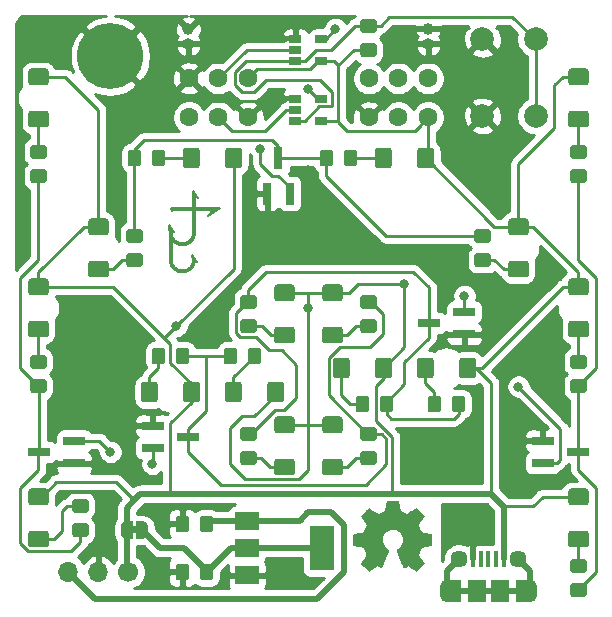
<source format=gbr>
G04 #@! TF.GenerationSoftware,KiCad,Pcbnew,5.1.5+dfsg1-2build2*
G04 #@! TF.CreationDate,2020-06-02T19:47:53-07:00*
G04 #@! TF.ProjectId,sram-cell,7372616d-2d63-4656-9c6c-2e6b69636164,rev?*
G04 #@! TF.SameCoordinates,Original*
G04 #@! TF.FileFunction,Copper,L2,Bot*
G04 #@! TF.FilePolarity,Positive*
%FSLAX46Y46*%
G04 Gerber Fmt 4.6, Leading zero omitted, Abs format (unit mm)*
G04 Created by KiCad (PCBNEW 5.1.5+dfsg1-2build2) date 2020-06-02 19:47:53*
%MOMM*%
%LPD*%
G04 APERTURE LIST*
%ADD10C,0.160000*%
%ADD11C,0.360000*%
%ADD12C,0.010000*%
%ADD13C,0.100000*%
%ADD14C,1.600000*%
%ADD15R,1.200000X1.900000*%
%ADD16O,1.200000X1.900000*%
%ADD17R,1.500000X1.900000*%
%ADD18C,1.450000*%
%ADD19R,0.400000X1.350000*%
%ADD20C,1.700000*%
%ADD21O,1.700000X1.700000*%
%ADD22C,1.000000*%
%ADD23O,1.000000X1.000000*%
%ADD24R,2.000000X1.500000*%
%ADD25R,2.000000X3.800000*%
%ADD26C,5.599999*%
%ADD27R,1.060000X0.650000*%
%ADD28C,2.000000*%
%ADD29R,1.900000X0.800000*%
%ADD30R,0.800000X1.900000*%
%ADD31C,0.800000*%
%ADD32C,0.250000*%
%ADD33C,0.508000*%
%ADD34C,0.254000*%
G04 APERTURE END LIST*
D10*
G36*
X143882000Y-93804000D02*
G01*
X144932000Y-93154000D01*
X144432000Y-93154000D01*
X144082000Y-93654000D01*
X143882000Y-93804000D01*
G37*
X143882000Y-93804000D02*
X144932000Y-93154000D01*
X144432000Y-93154000D01*
X144082000Y-93654000D01*
X143882000Y-93804000D01*
G36*
X140882000Y-93404000D02*
G01*
X140732000Y-93154000D01*
X141182000Y-93154000D01*
X141182000Y-93254000D01*
X140882000Y-93404000D01*
G37*
X140882000Y-93404000D02*
X140732000Y-93154000D01*
X141182000Y-93154000D01*
X141182000Y-93254000D01*
X140882000Y-93404000D01*
G36*
X142982000Y-97704000D02*
G01*
X142582000Y-97104000D01*
X142632000Y-97504000D01*
X142732000Y-97504000D01*
X142982000Y-97704000D01*
G37*
X142982000Y-97704000D02*
X142582000Y-97104000D01*
X142632000Y-97504000D01*
X142732000Y-97504000D01*
X142982000Y-97704000D01*
G36*
X141032000Y-95204000D02*
G01*
X140632000Y-94604000D01*
X140632000Y-95004000D01*
X140732000Y-95004000D01*
X141032000Y-95204000D01*
G37*
X141032000Y-95204000D02*
X140632000Y-94604000D01*
X140632000Y-95004000D01*
X140732000Y-95004000D01*
X141032000Y-95204000D01*
G36*
X143032000Y-92304000D02*
G01*
X142632000Y-91704000D01*
X142632000Y-92104000D01*
X142732000Y-92104000D01*
X143032000Y-92304000D01*
G37*
X143032000Y-92304000D02*
X142632000Y-91704000D01*
X142632000Y-92104000D01*
X142732000Y-92104000D01*
X143032000Y-92304000D01*
D11*
X144532000Y-93254000D02*
X141032000Y-93254000D01*
X142732000Y-92104000D02*
X142732000Y-95204000D01*
X140732000Y-95004000D02*
X140732000Y-97504000D01*
X140732000Y-97504000D02*
G75*
G03X142732000Y-97504000I1000000J0D01*
G01*
X140732000Y-95204000D02*
G75*
G03X142732000Y-95204000I1000000J0D01*
G01*
D12*
G36*
X158956186Y-118372931D02*
G01*
X158872365Y-118817555D01*
X158563080Y-118945053D01*
X158253794Y-119072551D01*
X157882754Y-118820246D01*
X157778843Y-118749996D01*
X157684913Y-118687272D01*
X157605348Y-118634938D01*
X157544530Y-118595857D01*
X157506843Y-118572893D01*
X157496579Y-118567942D01*
X157478090Y-118580676D01*
X157438580Y-118615882D01*
X157382478Y-118669062D01*
X157314213Y-118735718D01*
X157238214Y-118811354D01*
X157158908Y-118891472D01*
X157080725Y-118971574D01*
X157008093Y-119047164D01*
X156945441Y-119113745D01*
X156897197Y-119166818D01*
X156867790Y-119201887D01*
X156860759Y-119213623D01*
X156870877Y-119235260D01*
X156899241Y-119282662D01*
X156942871Y-119351193D01*
X156998782Y-119436215D01*
X157063994Y-119533093D01*
X157101781Y-119588350D01*
X157170657Y-119689248D01*
X157231860Y-119780299D01*
X157282422Y-119856970D01*
X157319372Y-119914728D01*
X157339742Y-119949043D01*
X157342803Y-119956254D01*
X157335864Y-119976748D01*
X157316949Y-120024513D01*
X157288913Y-120092832D01*
X157254609Y-120174989D01*
X157216891Y-120264270D01*
X157178613Y-120353958D01*
X157142630Y-120437338D01*
X157111794Y-120507694D01*
X157088961Y-120558310D01*
X157076983Y-120582471D01*
X157076276Y-120583422D01*
X157057469Y-120588036D01*
X157007382Y-120598328D01*
X156931207Y-120613287D01*
X156834135Y-120631901D01*
X156721357Y-120653159D01*
X156655558Y-120665418D01*
X156535050Y-120688362D01*
X156426203Y-120710195D01*
X156334524Y-120729722D01*
X156265519Y-120745748D01*
X156224696Y-120757079D01*
X156216489Y-120760674D01*
X156208452Y-120785006D01*
X156201967Y-120839959D01*
X156197030Y-120919108D01*
X156193636Y-121016026D01*
X156191782Y-121124287D01*
X156191462Y-121237465D01*
X156192673Y-121349135D01*
X156195410Y-121452868D01*
X156199669Y-121542241D01*
X156205445Y-121610826D01*
X156212733Y-121652197D01*
X156217105Y-121660810D01*
X156243236Y-121671133D01*
X156298607Y-121685892D01*
X156375893Y-121703352D01*
X156467770Y-121721780D01*
X156499842Y-121727741D01*
X156654476Y-121756066D01*
X156776625Y-121778876D01*
X156870327Y-121797080D01*
X156939616Y-121811583D01*
X156988529Y-121823292D01*
X157021103Y-121833115D01*
X157041372Y-121841956D01*
X157053374Y-121850724D01*
X157055053Y-121852457D01*
X157071816Y-121880371D01*
X157097386Y-121934695D01*
X157129212Y-122008777D01*
X157164740Y-122095965D01*
X157201417Y-122189608D01*
X157236689Y-122283052D01*
X157268004Y-122369647D01*
X157292807Y-122442740D01*
X157308546Y-122495678D01*
X157312668Y-122521811D01*
X157312324Y-122522726D01*
X157298359Y-122544086D01*
X157266678Y-122591084D01*
X157220609Y-122658827D01*
X157163482Y-122742423D01*
X157098627Y-122836982D01*
X157080157Y-122863854D01*
X157014301Y-122961275D01*
X156956350Y-123050163D01*
X156909462Y-123125412D01*
X156876793Y-123181920D01*
X156861500Y-123214581D01*
X156860759Y-123218593D01*
X156873608Y-123239684D01*
X156909112Y-123281464D01*
X156962707Y-123339445D01*
X157029829Y-123409135D01*
X157105913Y-123486045D01*
X157186396Y-123565683D01*
X157266713Y-123643561D01*
X157342301Y-123715186D01*
X157408595Y-123776070D01*
X157461031Y-123821721D01*
X157495045Y-123847650D01*
X157504455Y-123851883D01*
X157526357Y-123841912D01*
X157571200Y-123815020D01*
X157631679Y-123775736D01*
X157678211Y-123744117D01*
X157762525Y-123686098D01*
X157862374Y-123617784D01*
X157962527Y-123549579D01*
X158016373Y-123513075D01*
X158198629Y-123389800D01*
X158351619Y-123472520D01*
X158421318Y-123508759D01*
X158480586Y-123536926D01*
X158520689Y-123552991D01*
X158530897Y-123555226D01*
X158543171Y-123538722D01*
X158567387Y-123492082D01*
X158601737Y-123419609D01*
X158644412Y-123325606D01*
X158693606Y-123214374D01*
X158747510Y-123090215D01*
X158804316Y-122957432D01*
X158862218Y-122820327D01*
X158919407Y-122683202D01*
X158974076Y-122550358D01*
X159024416Y-122426098D01*
X159068620Y-122314725D01*
X159104881Y-122220539D01*
X159131391Y-122147844D01*
X159146342Y-122100941D01*
X159148746Y-122084833D01*
X159129689Y-122064286D01*
X159087964Y-122030933D01*
X159032294Y-121991702D01*
X159027622Y-121988599D01*
X158883736Y-121873423D01*
X158767717Y-121739053D01*
X158680570Y-121589784D01*
X158623301Y-121429913D01*
X158596914Y-121263737D01*
X158602415Y-121095552D01*
X158640810Y-120929655D01*
X158713105Y-120770342D01*
X158734374Y-120735487D01*
X158845004Y-120594737D01*
X158975698Y-120481714D01*
X159121936Y-120397003D01*
X159279192Y-120341194D01*
X159442943Y-120314874D01*
X159608667Y-120318630D01*
X159771838Y-120353050D01*
X159927935Y-120418723D01*
X160072433Y-120516235D01*
X160117131Y-120555813D01*
X160230888Y-120679703D01*
X160313782Y-120810124D01*
X160370644Y-120956315D01*
X160402313Y-121101088D01*
X160410131Y-121263860D01*
X160384062Y-121427440D01*
X160326755Y-121586298D01*
X160240856Y-121734906D01*
X160129014Y-121867735D01*
X159993877Y-121979256D01*
X159976117Y-121991011D01*
X159919850Y-122029508D01*
X159877077Y-122062863D01*
X159856628Y-122084160D01*
X159856331Y-122084833D01*
X159860721Y-122107871D01*
X159878124Y-122160157D01*
X159906732Y-122237390D01*
X159944735Y-122335268D01*
X159990326Y-122449491D01*
X160041697Y-122575758D01*
X160097038Y-122709767D01*
X160154542Y-122847218D01*
X160212399Y-122983808D01*
X160268802Y-123115237D01*
X160321942Y-123237205D01*
X160370010Y-123345409D01*
X160411199Y-123435549D01*
X160443699Y-123503323D01*
X160465703Y-123544430D01*
X160474564Y-123555226D01*
X160501640Y-123546819D01*
X160552303Y-123524272D01*
X160617817Y-123491613D01*
X160653841Y-123472520D01*
X160806832Y-123389800D01*
X160989088Y-123513075D01*
X161082125Y-123576228D01*
X161183985Y-123645727D01*
X161279438Y-123711165D01*
X161327250Y-123744117D01*
X161394495Y-123789273D01*
X161451436Y-123825057D01*
X161490646Y-123846938D01*
X161503381Y-123851563D01*
X161521917Y-123839085D01*
X161562941Y-123804252D01*
X161622475Y-123750678D01*
X161696542Y-123681983D01*
X161781165Y-123601781D01*
X161834685Y-123550286D01*
X161928319Y-123458286D01*
X162009241Y-123375999D01*
X162074177Y-123306945D01*
X162119858Y-123254644D01*
X162143011Y-123222616D01*
X162145232Y-123216116D01*
X162134924Y-123191394D01*
X162106439Y-123141405D01*
X162062937Y-123071212D01*
X162007577Y-122985875D01*
X161943520Y-122890456D01*
X161925303Y-122863854D01*
X161858927Y-122767167D01*
X161799378Y-122680117D01*
X161749984Y-122607595D01*
X161714075Y-122554493D01*
X161694981Y-122525703D01*
X161693136Y-122522726D01*
X161695895Y-122499782D01*
X161710538Y-122449336D01*
X161734513Y-122378041D01*
X161765266Y-122292547D01*
X161800244Y-122199507D01*
X161836893Y-122105574D01*
X161872661Y-122017399D01*
X161904994Y-121941634D01*
X161931338Y-121884931D01*
X161949142Y-121853943D01*
X161950407Y-121852457D01*
X161961294Y-121843601D01*
X161979682Y-121834843D01*
X162009606Y-121825277D01*
X162055103Y-121813996D01*
X162120209Y-121800093D01*
X162208961Y-121782663D01*
X162325393Y-121760798D01*
X162473542Y-121733591D01*
X162505618Y-121727741D01*
X162600686Y-121709374D01*
X162683565Y-121691405D01*
X162746930Y-121675569D01*
X162783458Y-121663600D01*
X162788356Y-121660810D01*
X162796427Y-121636072D01*
X162802987Y-121580790D01*
X162808033Y-121501389D01*
X162811559Y-121404296D01*
X162813561Y-121295938D01*
X162814036Y-121182740D01*
X162812977Y-121071128D01*
X162810382Y-120967529D01*
X162806246Y-120878368D01*
X162800563Y-120810072D01*
X162793331Y-120769066D01*
X162788971Y-120760674D01*
X162764698Y-120752208D01*
X162709426Y-120738435D01*
X162628662Y-120720550D01*
X162527912Y-120699748D01*
X162412683Y-120677223D01*
X162349902Y-120665418D01*
X162230787Y-120643151D01*
X162124565Y-120622979D01*
X162036427Y-120605915D01*
X161971566Y-120592969D01*
X161935174Y-120585155D01*
X161929184Y-120583422D01*
X161919061Y-120563890D01*
X161897662Y-120516843D01*
X161867839Y-120449003D01*
X161832445Y-120367091D01*
X161794332Y-120277828D01*
X161756353Y-120187935D01*
X161721360Y-120104135D01*
X161692206Y-120033147D01*
X161671743Y-119981694D01*
X161662823Y-119956497D01*
X161662657Y-119955396D01*
X161672769Y-119935519D01*
X161701117Y-119889777D01*
X161744723Y-119822717D01*
X161800606Y-119738884D01*
X161865787Y-119642826D01*
X161903679Y-119587650D01*
X161972725Y-119486481D01*
X162034050Y-119394630D01*
X162084663Y-119316744D01*
X162121571Y-119257469D01*
X162141782Y-119221451D01*
X162144701Y-119213377D01*
X162132153Y-119194584D01*
X162097463Y-119154457D01*
X162045063Y-119097493D01*
X161979384Y-119028185D01*
X161904856Y-118951031D01*
X161825913Y-118870525D01*
X161746983Y-118791163D01*
X161672500Y-118717440D01*
X161606894Y-118653852D01*
X161554596Y-118604894D01*
X161520039Y-118575061D01*
X161508478Y-118567942D01*
X161489654Y-118577953D01*
X161444631Y-118606078D01*
X161377787Y-118649454D01*
X161293499Y-118705218D01*
X161196144Y-118770506D01*
X161122707Y-118820246D01*
X160751667Y-119072551D01*
X160133095Y-118817555D01*
X160049275Y-118372931D01*
X159965454Y-117928307D01*
X159040006Y-117928307D01*
X158956186Y-118372931D01*
G37*
X158956186Y-118372931D02*
X158872365Y-118817555D01*
X158563080Y-118945053D01*
X158253794Y-119072551D01*
X157882754Y-118820246D01*
X157778843Y-118749996D01*
X157684913Y-118687272D01*
X157605348Y-118634938D01*
X157544530Y-118595857D01*
X157506843Y-118572893D01*
X157496579Y-118567942D01*
X157478090Y-118580676D01*
X157438580Y-118615882D01*
X157382478Y-118669062D01*
X157314213Y-118735718D01*
X157238214Y-118811354D01*
X157158908Y-118891472D01*
X157080725Y-118971574D01*
X157008093Y-119047164D01*
X156945441Y-119113745D01*
X156897197Y-119166818D01*
X156867790Y-119201887D01*
X156860759Y-119213623D01*
X156870877Y-119235260D01*
X156899241Y-119282662D01*
X156942871Y-119351193D01*
X156998782Y-119436215D01*
X157063994Y-119533093D01*
X157101781Y-119588350D01*
X157170657Y-119689248D01*
X157231860Y-119780299D01*
X157282422Y-119856970D01*
X157319372Y-119914728D01*
X157339742Y-119949043D01*
X157342803Y-119956254D01*
X157335864Y-119976748D01*
X157316949Y-120024513D01*
X157288913Y-120092832D01*
X157254609Y-120174989D01*
X157216891Y-120264270D01*
X157178613Y-120353958D01*
X157142630Y-120437338D01*
X157111794Y-120507694D01*
X157088961Y-120558310D01*
X157076983Y-120582471D01*
X157076276Y-120583422D01*
X157057469Y-120588036D01*
X157007382Y-120598328D01*
X156931207Y-120613287D01*
X156834135Y-120631901D01*
X156721357Y-120653159D01*
X156655558Y-120665418D01*
X156535050Y-120688362D01*
X156426203Y-120710195D01*
X156334524Y-120729722D01*
X156265519Y-120745748D01*
X156224696Y-120757079D01*
X156216489Y-120760674D01*
X156208452Y-120785006D01*
X156201967Y-120839959D01*
X156197030Y-120919108D01*
X156193636Y-121016026D01*
X156191782Y-121124287D01*
X156191462Y-121237465D01*
X156192673Y-121349135D01*
X156195410Y-121452868D01*
X156199669Y-121542241D01*
X156205445Y-121610826D01*
X156212733Y-121652197D01*
X156217105Y-121660810D01*
X156243236Y-121671133D01*
X156298607Y-121685892D01*
X156375893Y-121703352D01*
X156467770Y-121721780D01*
X156499842Y-121727741D01*
X156654476Y-121756066D01*
X156776625Y-121778876D01*
X156870327Y-121797080D01*
X156939616Y-121811583D01*
X156988529Y-121823292D01*
X157021103Y-121833115D01*
X157041372Y-121841956D01*
X157053374Y-121850724D01*
X157055053Y-121852457D01*
X157071816Y-121880371D01*
X157097386Y-121934695D01*
X157129212Y-122008777D01*
X157164740Y-122095965D01*
X157201417Y-122189608D01*
X157236689Y-122283052D01*
X157268004Y-122369647D01*
X157292807Y-122442740D01*
X157308546Y-122495678D01*
X157312668Y-122521811D01*
X157312324Y-122522726D01*
X157298359Y-122544086D01*
X157266678Y-122591084D01*
X157220609Y-122658827D01*
X157163482Y-122742423D01*
X157098627Y-122836982D01*
X157080157Y-122863854D01*
X157014301Y-122961275D01*
X156956350Y-123050163D01*
X156909462Y-123125412D01*
X156876793Y-123181920D01*
X156861500Y-123214581D01*
X156860759Y-123218593D01*
X156873608Y-123239684D01*
X156909112Y-123281464D01*
X156962707Y-123339445D01*
X157029829Y-123409135D01*
X157105913Y-123486045D01*
X157186396Y-123565683D01*
X157266713Y-123643561D01*
X157342301Y-123715186D01*
X157408595Y-123776070D01*
X157461031Y-123821721D01*
X157495045Y-123847650D01*
X157504455Y-123851883D01*
X157526357Y-123841912D01*
X157571200Y-123815020D01*
X157631679Y-123775736D01*
X157678211Y-123744117D01*
X157762525Y-123686098D01*
X157862374Y-123617784D01*
X157962527Y-123549579D01*
X158016373Y-123513075D01*
X158198629Y-123389800D01*
X158351619Y-123472520D01*
X158421318Y-123508759D01*
X158480586Y-123536926D01*
X158520689Y-123552991D01*
X158530897Y-123555226D01*
X158543171Y-123538722D01*
X158567387Y-123492082D01*
X158601737Y-123419609D01*
X158644412Y-123325606D01*
X158693606Y-123214374D01*
X158747510Y-123090215D01*
X158804316Y-122957432D01*
X158862218Y-122820327D01*
X158919407Y-122683202D01*
X158974076Y-122550358D01*
X159024416Y-122426098D01*
X159068620Y-122314725D01*
X159104881Y-122220539D01*
X159131391Y-122147844D01*
X159146342Y-122100941D01*
X159148746Y-122084833D01*
X159129689Y-122064286D01*
X159087964Y-122030933D01*
X159032294Y-121991702D01*
X159027622Y-121988599D01*
X158883736Y-121873423D01*
X158767717Y-121739053D01*
X158680570Y-121589784D01*
X158623301Y-121429913D01*
X158596914Y-121263737D01*
X158602415Y-121095552D01*
X158640810Y-120929655D01*
X158713105Y-120770342D01*
X158734374Y-120735487D01*
X158845004Y-120594737D01*
X158975698Y-120481714D01*
X159121936Y-120397003D01*
X159279192Y-120341194D01*
X159442943Y-120314874D01*
X159608667Y-120318630D01*
X159771838Y-120353050D01*
X159927935Y-120418723D01*
X160072433Y-120516235D01*
X160117131Y-120555813D01*
X160230888Y-120679703D01*
X160313782Y-120810124D01*
X160370644Y-120956315D01*
X160402313Y-121101088D01*
X160410131Y-121263860D01*
X160384062Y-121427440D01*
X160326755Y-121586298D01*
X160240856Y-121734906D01*
X160129014Y-121867735D01*
X159993877Y-121979256D01*
X159976117Y-121991011D01*
X159919850Y-122029508D01*
X159877077Y-122062863D01*
X159856628Y-122084160D01*
X159856331Y-122084833D01*
X159860721Y-122107871D01*
X159878124Y-122160157D01*
X159906732Y-122237390D01*
X159944735Y-122335268D01*
X159990326Y-122449491D01*
X160041697Y-122575758D01*
X160097038Y-122709767D01*
X160154542Y-122847218D01*
X160212399Y-122983808D01*
X160268802Y-123115237D01*
X160321942Y-123237205D01*
X160370010Y-123345409D01*
X160411199Y-123435549D01*
X160443699Y-123503323D01*
X160465703Y-123544430D01*
X160474564Y-123555226D01*
X160501640Y-123546819D01*
X160552303Y-123524272D01*
X160617817Y-123491613D01*
X160653841Y-123472520D01*
X160806832Y-123389800D01*
X160989088Y-123513075D01*
X161082125Y-123576228D01*
X161183985Y-123645727D01*
X161279438Y-123711165D01*
X161327250Y-123744117D01*
X161394495Y-123789273D01*
X161451436Y-123825057D01*
X161490646Y-123846938D01*
X161503381Y-123851563D01*
X161521917Y-123839085D01*
X161562941Y-123804252D01*
X161622475Y-123750678D01*
X161696542Y-123681983D01*
X161781165Y-123601781D01*
X161834685Y-123550286D01*
X161928319Y-123458286D01*
X162009241Y-123375999D01*
X162074177Y-123306945D01*
X162119858Y-123254644D01*
X162143011Y-123222616D01*
X162145232Y-123216116D01*
X162134924Y-123191394D01*
X162106439Y-123141405D01*
X162062937Y-123071212D01*
X162007577Y-122985875D01*
X161943520Y-122890456D01*
X161925303Y-122863854D01*
X161858927Y-122767167D01*
X161799378Y-122680117D01*
X161749984Y-122607595D01*
X161714075Y-122554493D01*
X161694981Y-122525703D01*
X161693136Y-122522726D01*
X161695895Y-122499782D01*
X161710538Y-122449336D01*
X161734513Y-122378041D01*
X161765266Y-122292547D01*
X161800244Y-122199507D01*
X161836893Y-122105574D01*
X161872661Y-122017399D01*
X161904994Y-121941634D01*
X161931338Y-121884931D01*
X161949142Y-121853943D01*
X161950407Y-121852457D01*
X161961294Y-121843601D01*
X161979682Y-121834843D01*
X162009606Y-121825277D01*
X162055103Y-121813996D01*
X162120209Y-121800093D01*
X162208961Y-121782663D01*
X162325393Y-121760798D01*
X162473542Y-121733591D01*
X162505618Y-121727741D01*
X162600686Y-121709374D01*
X162683565Y-121691405D01*
X162746930Y-121675569D01*
X162783458Y-121663600D01*
X162788356Y-121660810D01*
X162796427Y-121636072D01*
X162802987Y-121580790D01*
X162808033Y-121501389D01*
X162811559Y-121404296D01*
X162813561Y-121295938D01*
X162814036Y-121182740D01*
X162812977Y-121071128D01*
X162810382Y-120967529D01*
X162806246Y-120878368D01*
X162800563Y-120810072D01*
X162793331Y-120769066D01*
X162788971Y-120760674D01*
X162764698Y-120752208D01*
X162709426Y-120738435D01*
X162628662Y-120720550D01*
X162527912Y-120699748D01*
X162412683Y-120677223D01*
X162349902Y-120665418D01*
X162230787Y-120643151D01*
X162124565Y-120622979D01*
X162036427Y-120605915D01*
X161971566Y-120592969D01*
X161935174Y-120585155D01*
X161929184Y-120583422D01*
X161919061Y-120563890D01*
X161897662Y-120516843D01*
X161867839Y-120449003D01*
X161832445Y-120367091D01*
X161794332Y-120277828D01*
X161756353Y-120187935D01*
X161721360Y-120104135D01*
X161692206Y-120033147D01*
X161671743Y-119981694D01*
X161662823Y-119956497D01*
X161662657Y-119955396D01*
X161672769Y-119935519D01*
X161701117Y-119889777D01*
X161744723Y-119822717D01*
X161800606Y-119738884D01*
X161865787Y-119642826D01*
X161903679Y-119587650D01*
X161972725Y-119486481D01*
X162034050Y-119394630D01*
X162084663Y-119316744D01*
X162121571Y-119257469D01*
X162141782Y-119221451D01*
X162144701Y-119213377D01*
X162132153Y-119194584D01*
X162097463Y-119154457D01*
X162045063Y-119097493D01*
X161979384Y-119028185D01*
X161904856Y-118951031D01*
X161825913Y-118870525D01*
X161746983Y-118791163D01*
X161672500Y-118717440D01*
X161606894Y-118653852D01*
X161554596Y-118604894D01*
X161520039Y-118575061D01*
X161508478Y-118567942D01*
X161489654Y-118577953D01*
X161444631Y-118606078D01*
X161377787Y-118649454D01*
X161293499Y-118705218D01*
X161196144Y-118770506D01*
X161122707Y-118820246D01*
X160751667Y-119072551D01*
X160133095Y-118817555D01*
X160049275Y-118372931D01*
X159965454Y-117928307D01*
X159040006Y-117928307D01*
X158956186Y-118372931D01*
D13*
G36*
X137918000Y-120696000D02*
G01*
X137418000Y-120696000D01*
X137418000Y-120096000D01*
X137918000Y-120096000D01*
X137918000Y-120696000D01*
G37*
D14*
X147280000Y-82170000D03*
X142280000Y-82170000D03*
X144780000Y-82170000D03*
X142280000Y-85470000D03*
X144780000Y-85470000D03*
X147280000Y-85470000D03*
G04 #@! TA.AperFunction,SMDPad,CuDef*
D13*
G36*
X175877935Y-120456372D02*
G01*
X175905601Y-120460476D01*
X175932731Y-120467272D01*
X175959065Y-120476694D01*
X175984348Y-120488652D01*
X176008338Y-120503031D01*
X176030802Y-120519692D01*
X176051525Y-120538475D01*
X176070308Y-120559198D01*
X176086969Y-120581662D01*
X176101348Y-120605652D01*
X176113306Y-120630935D01*
X176122728Y-120657269D01*
X176129524Y-120684399D01*
X176133628Y-120712065D01*
X176135000Y-120740000D01*
X176135000Y-121595000D01*
X176133628Y-121622935D01*
X176129524Y-121650601D01*
X176122728Y-121677731D01*
X176113306Y-121704065D01*
X176101348Y-121729348D01*
X176086969Y-121753338D01*
X176070308Y-121775802D01*
X176051525Y-121796525D01*
X176030802Y-121815308D01*
X176008338Y-121831969D01*
X175984348Y-121846348D01*
X175959065Y-121858306D01*
X175932731Y-121867728D01*
X175905601Y-121874524D01*
X175877935Y-121878628D01*
X175850000Y-121880000D01*
X174670000Y-121880000D01*
X174642065Y-121878628D01*
X174614399Y-121874524D01*
X174587269Y-121867728D01*
X174560935Y-121858306D01*
X174535652Y-121846348D01*
X174511662Y-121831969D01*
X174489198Y-121815308D01*
X174468475Y-121796525D01*
X174449692Y-121775802D01*
X174433031Y-121753338D01*
X174418652Y-121729348D01*
X174406694Y-121704065D01*
X174397272Y-121677731D01*
X174390476Y-121650601D01*
X174386372Y-121622935D01*
X174385000Y-121595000D01*
X174385000Y-120740000D01*
X174386372Y-120712065D01*
X174390476Y-120684399D01*
X174397272Y-120657269D01*
X174406694Y-120630935D01*
X174418652Y-120605652D01*
X174433031Y-120581662D01*
X174449692Y-120559198D01*
X174468475Y-120538475D01*
X174489198Y-120519692D01*
X174511662Y-120503031D01*
X174535652Y-120488652D01*
X174560935Y-120476694D01*
X174587269Y-120467272D01*
X174614399Y-120460476D01*
X174642065Y-120456372D01*
X174670000Y-120455000D01*
X175850000Y-120455000D01*
X175877935Y-120456372D01*
G37*
G04 #@! TD.AperFunction*
G04 #@! TA.AperFunction,SMDPad,CuDef*
G36*
X175877935Y-116881372D02*
G01*
X175905601Y-116885476D01*
X175932731Y-116892272D01*
X175959065Y-116901694D01*
X175984348Y-116913652D01*
X176008338Y-116928031D01*
X176030802Y-116944692D01*
X176051525Y-116963475D01*
X176070308Y-116984198D01*
X176086969Y-117006662D01*
X176101348Y-117030652D01*
X176113306Y-117055935D01*
X176122728Y-117082269D01*
X176129524Y-117109399D01*
X176133628Y-117137065D01*
X176135000Y-117165000D01*
X176135000Y-118020000D01*
X176133628Y-118047935D01*
X176129524Y-118075601D01*
X176122728Y-118102731D01*
X176113306Y-118129065D01*
X176101348Y-118154348D01*
X176086969Y-118178338D01*
X176070308Y-118200802D01*
X176051525Y-118221525D01*
X176030802Y-118240308D01*
X176008338Y-118256969D01*
X175984348Y-118271348D01*
X175959065Y-118283306D01*
X175932731Y-118292728D01*
X175905601Y-118299524D01*
X175877935Y-118303628D01*
X175850000Y-118305000D01*
X174670000Y-118305000D01*
X174642065Y-118303628D01*
X174614399Y-118299524D01*
X174587269Y-118292728D01*
X174560935Y-118283306D01*
X174535652Y-118271348D01*
X174511662Y-118256969D01*
X174489198Y-118240308D01*
X174468475Y-118221525D01*
X174449692Y-118200802D01*
X174433031Y-118178338D01*
X174418652Y-118154348D01*
X174406694Y-118129065D01*
X174397272Y-118102731D01*
X174390476Y-118075601D01*
X174386372Y-118047935D01*
X174385000Y-118020000D01*
X174385000Y-117165000D01*
X174386372Y-117137065D01*
X174390476Y-117109399D01*
X174397272Y-117082269D01*
X174406694Y-117055935D01*
X174418652Y-117030652D01*
X174433031Y-117006662D01*
X174449692Y-116984198D01*
X174468475Y-116963475D01*
X174489198Y-116944692D01*
X174511662Y-116928031D01*
X174535652Y-116913652D01*
X174560935Y-116901694D01*
X174587269Y-116892272D01*
X174614399Y-116885476D01*
X174642065Y-116881372D01*
X174670000Y-116880000D01*
X175850000Y-116880000D01*
X175877935Y-116881372D01*
G37*
G04 #@! TD.AperFunction*
G04 #@! TA.AperFunction,SMDPad,CuDef*
G36*
X175877935Y-102676372D02*
G01*
X175905601Y-102680476D01*
X175932731Y-102687272D01*
X175959065Y-102696694D01*
X175984348Y-102708652D01*
X176008338Y-102723031D01*
X176030802Y-102739692D01*
X176051525Y-102758475D01*
X176070308Y-102779198D01*
X176086969Y-102801662D01*
X176101348Y-102825652D01*
X176113306Y-102850935D01*
X176122728Y-102877269D01*
X176129524Y-102904399D01*
X176133628Y-102932065D01*
X176135000Y-102960000D01*
X176135000Y-103815000D01*
X176133628Y-103842935D01*
X176129524Y-103870601D01*
X176122728Y-103897731D01*
X176113306Y-103924065D01*
X176101348Y-103949348D01*
X176086969Y-103973338D01*
X176070308Y-103995802D01*
X176051525Y-104016525D01*
X176030802Y-104035308D01*
X176008338Y-104051969D01*
X175984348Y-104066348D01*
X175959065Y-104078306D01*
X175932731Y-104087728D01*
X175905601Y-104094524D01*
X175877935Y-104098628D01*
X175850000Y-104100000D01*
X174670000Y-104100000D01*
X174642065Y-104098628D01*
X174614399Y-104094524D01*
X174587269Y-104087728D01*
X174560935Y-104078306D01*
X174535652Y-104066348D01*
X174511662Y-104051969D01*
X174489198Y-104035308D01*
X174468475Y-104016525D01*
X174449692Y-103995802D01*
X174433031Y-103973338D01*
X174418652Y-103949348D01*
X174406694Y-103924065D01*
X174397272Y-103897731D01*
X174390476Y-103870601D01*
X174386372Y-103842935D01*
X174385000Y-103815000D01*
X174385000Y-102960000D01*
X174386372Y-102932065D01*
X174390476Y-102904399D01*
X174397272Y-102877269D01*
X174406694Y-102850935D01*
X174418652Y-102825652D01*
X174433031Y-102801662D01*
X174449692Y-102779198D01*
X174468475Y-102758475D01*
X174489198Y-102739692D01*
X174511662Y-102723031D01*
X174535652Y-102708652D01*
X174560935Y-102696694D01*
X174587269Y-102687272D01*
X174614399Y-102680476D01*
X174642065Y-102676372D01*
X174670000Y-102675000D01*
X175850000Y-102675000D01*
X175877935Y-102676372D01*
G37*
G04 #@! TD.AperFunction*
G04 #@! TA.AperFunction,SMDPad,CuDef*
G36*
X175877935Y-99101372D02*
G01*
X175905601Y-99105476D01*
X175932731Y-99112272D01*
X175959065Y-99121694D01*
X175984348Y-99133652D01*
X176008338Y-99148031D01*
X176030802Y-99164692D01*
X176051525Y-99183475D01*
X176070308Y-99204198D01*
X176086969Y-99226662D01*
X176101348Y-99250652D01*
X176113306Y-99275935D01*
X176122728Y-99302269D01*
X176129524Y-99329399D01*
X176133628Y-99357065D01*
X176135000Y-99385000D01*
X176135000Y-100240000D01*
X176133628Y-100267935D01*
X176129524Y-100295601D01*
X176122728Y-100322731D01*
X176113306Y-100349065D01*
X176101348Y-100374348D01*
X176086969Y-100398338D01*
X176070308Y-100420802D01*
X176051525Y-100441525D01*
X176030802Y-100460308D01*
X176008338Y-100476969D01*
X175984348Y-100491348D01*
X175959065Y-100503306D01*
X175932731Y-100512728D01*
X175905601Y-100519524D01*
X175877935Y-100523628D01*
X175850000Y-100525000D01*
X174670000Y-100525000D01*
X174642065Y-100523628D01*
X174614399Y-100519524D01*
X174587269Y-100512728D01*
X174560935Y-100503306D01*
X174535652Y-100491348D01*
X174511662Y-100476969D01*
X174489198Y-100460308D01*
X174468475Y-100441525D01*
X174449692Y-100420802D01*
X174433031Y-100398338D01*
X174418652Y-100374348D01*
X174406694Y-100349065D01*
X174397272Y-100322731D01*
X174390476Y-100295601D01*
X174386372Y-100267935D01*
X174385000Y-100240000D01*
X174385000Y-99385000D01*
X174386372Y-99357065D01*
X174390476Y-99329399D01*
X174397272Y-99302269D01*
X174406694Y-99275935D01*
X174418652Y-99250652D01*
X174433031Y-99226662D01*
X174449692Y-99204198D01*
X174468475Y-99183475D01*
X174489198Y-99164692D01*
X174511662Y-99148031D01*
X174535652Y-99133652D01*
X174560935Y-99121694D01*
X174587269Y-99112272D01*
X174614399Y-99105476D01*
X174642065Y-99101372D01*
X174670000Y-99100000D01*
X175850000Y-99100000D01*
X175877935Y-99101372D01*
G37*
G04 #@! TD.AperFunction*
G04 #@! TA.AperFunction,SMDPad,CuDef*
G36*
X175877935Y-84896372D02*
G01*
X175905601Y-84900476D01*
X175932731Y-84907272D01*
X175959065Y-84916694D01*
X175984348Y-84928652D01*
X176008338Y-84943031D01*
X176030802Y-84959692D01*
X176051525Y-84978475D01*
X176070308Y-84999198D01*
X176086969Y-85021662D01*
X176101348Y-85045652D01*
X176113306Y-85070935D01*
X176122728Y-85097269D01*
X176129524Y-85124399D01*
X176133628Y-85152065D01*
X176135000Y-85180000D01*
X176135000Y-86035000D01*
X176133628Y-86062935D01*
X176129524Y-86090601D01*
X176122728Y-86117731D01*
X176113306Y-86144065D01*
X176101348Y-86169348D01*
X176086969Y-86193338D01*
X176070308Y-86215802D01*
X176051525Y-86236525D01*
X176030802Y-86255308D01*
X176008338Y-86271969D01*
X175984348Y-86286348D01*
X175959065Y-86298306D01*
X175932731Y-86307728D01*
X175905601Y-86314524D01*
X175877935Y-86318628D01*
X175850000Y-86320000D01*
X174670000Y-86320000D01*
X174642065Y-86318628D01*
X174614399Y-86314524D01*
X174587269Y-86307728D01*
X174560935Y-86298306D01*
X174535652Y-86286348D01*
X174511662Y-86271969D01*
X174489198Y-86255308D01*
X174468475Y-86236525D01*
X174449692Y-86215802D01*
X174433031Y-86193338D01*
X174418652Y-86169348D01*
X174406694Y-86144065D01*
X174397272Y-86117731D01*
X174390476Y-86090601D01*
X174386372Y-86062935D01*
X174385000Y-86035000D01*
X174385000Y-85180000D01*
X174386372Y-85152065D01*
X174390476Y-85124399D01*
X174397272Y-85097269D01*
X174406694Y-85070935D01*
X174418652Y-85045652D01*
X174433031Y-85021662D01*
X174449692Y-84999198D01*
X174468475Y-84978475D01*
X174489198Y-84959692D01*
X174511662Y-84943031D01*
X174535652Y-84928652D01*
X174560935Y-84916694D01*
X174587269Y-84907272D01*
X174614399Y-84900476D01*
X174642065Y-84896372D01*
X174670000Y-84895000D01*
X175850000Y-84895000D01*
X175877935Y-84896372D01*
G37*
G04 #@! TD.AperFunction*
G04 #@! TA.AperFunction,SMDPad,CuDef*
G36*
X175877935Y-81321372D02*
G01*
X175905601Y-81325476D01*
X175932731Y-81332272D01*
X175959065Y-81341694D01*
X175984348Y-81353652D01*
X176008338Y-81368031D01*
X176030802Y-81384692D01*
X176051525Y-81403475D01*
X176070308Y-81424198D01*
X176086969Y-81446662D01*
X176101348Y-81470652D01*
X176113306Y-81495935D01*
X176122728Y-81522269D01*
X176129524Y-81549399D01*
X176133628Y-81577065D01*
X176135000Y-81605000D01*
X176135000Y-82460000D01*
X176133628Y-82487935D01*
X176129524Y-82515601D01*
X176122728Y-82542731D01*
X176113306Y-82569065D01*
X176101348Y-82594348D01*
X176086969Y-82618338D01*
X176070308Y-82640802D01*
X176051525Y-82661525D01*
X176030802Y-82680308D01*
X176008338Y-82696969D01*
X175984348Y-82711348D01*
X175959065Y-82723306D01*
X175932731Y-82732728D01*
X175905601Y-82739524D01*
X175877935Y-82743628D01*
X175850000Y-82745000D01*
X174670000Y-82745000D01*
X174642065Y-82743628D01*
X174614399Y-82739524D01*
X174587269Y-82732728D01*
X174560935Y-82723306D01*
X174535652Y-82711348D01*
X174511662Y-82696969D01*
X174489198Y-82680308D01*
X174468475Y-82661525D01*
X174449692Y-82640802D01*
X174433031Y-82618338D01*
X174418652Y-82594348D01*
X174406694Y-82569065D01*
X174397272Y-82542731D01*
X174390476Y-82515601D01*
X174386372Y-82487935D01*
X174385000Y-82460000D01*
X174385000Y-81605000D01*
X174386372Y-81577065D01*
X174390476Y-81549399D01*
X174397272Y-81522269D01*
X174406694Y-81495935D01*
X174418652Y-81470652D01*
X174433031Y-81446662D01*
X174449692Y-81424198D01*
X174468475Y-81403475D01*
X174489198Y-81384692D01*
X174511662Y-81368031D01*
X174535652Y-81353652D01*
X174560935Y-81341694D01*
X174587269Y-81332272D01*
X174614399Y-81325476D01*
X174642065Y-81321372D01*
X174670000Y-81320000D01*
X175850000Y-81320000D01*
X175877935Y-81321372D01*
G37*
G04 #@! TD.AperFunction*
G04 #@! TA.AperFunction,SMDPad,CuDef*
G36*
X130157935Y-120456372D02*
G01*
X130185601Y-120460476D01*
X130212731Y-120467272D01*
X130239065Y-120476694D01*
X130264348Y-120488652D01*
X130288338Y-120503031D01*
X130310802Y-120519692D01*
X130331525Y-120538475D01*
X130350308Y-120559198D01*
X130366969Y-120581662D01*
X130381348Y-120605652D01*
X130393306Y-120630935D01*
X130402728Y-120657269D01*
X130409524Y-120684399D01*
X130413628Y-120712065D01*
X130415000Y-120740000D01*
X130415000Y-121595000D01*
X130413628Y-121622935D01*
X130409524Y-121650601D01*
X130402728Y-121677731D01*
X130393306Y-121704065D01*
X130381348Y-121729348D01*
X130366969Y-121753338D01*
X130350308Y-121775802D01*
X130331525Y-121796525D01*
X130310802Y-121815308D01*
X130288338Y-121831969D01*
X130264348Y-121846348D01*
X130239065Y-121858306D01*
X130212731Y-121867728D01*
X130185601Y-121874524D01*
X130157935Y-121878628D01*
X130130000Y-121880000D01*
X128950000Y-121880000D01*
X128922065Y-121878628D01*
X128894399Y-121874524D01*
X128867269Y-121867728D01*
X128840935Y-121858306D01*
X128815652Y-121846348D01*
X128791662Y-121831969D01*
X128769198Y-121815308D01*
X128748475Y-121796525D01*
X128729692Y-121775802D01*
X128713031Y-121753338D01*
X128698652Y-121729348D01*
X128686694Y-121704065D01*
X128677272Y-121677731D01*
X128670476Y-121650601D01*
X128666372Y-121622935D01*
X128665000Y-121595000D01*
X128665000Y-120740000D01*
X128666372Y-120712065D01*
X128670476Y-120684399D01*
X128677272Y-120657269D01*
X128686694Y-120630935D01*
X128698652Y-120605652D01*
X128713031Y-120581662D01*
X128729692Y-120559198D01*
X128748475Y-120538475D01*
X128769198Y-120519692D01*
X128791662Y-120503031D01*
X128815652Y-120488652D01*
X128840935Y-120476694D01*
X128867269Y-120467272D01*
X128894399Y-120460476D01*
X128922065Y-120456372D01*
X128950000Y-120455000D01*
X130130000Y-120455000D01*
X130157935Y-120456372D01*
G37*
G04 #@! TD.AperFunction*
G04 #@! TA.AperFunction,SMDPad,CuDef*
G36*
X130157935Y-116881372D02*
G01*
X130185601Y-116885476D01*
X130212731Y-116892272D01*
X130239065Y-116901694D01*
X130264348Y-116913652D01*
X130288338Y-116928031D01*
X130310802Y-116944692D01*
X130331525Y-116963475D01*
X130350308Y-116984198D01*
X130366969Y-117006662D01*
X130381348Y-117030652D01*
X130393306Y-117055935D01*
X130402728Y-117082269D01*
X130409524Y-117109399D01*
X130413628Y-117137065D01*
X130415000Y-117165000D01*
X130415000Y-118020000D01*
X130413628Y-118047935D01*
X130409524Y-118075601D01*
X130402728Y-118102731D01*
X130393306Y-118129065D01*
X130381348Y-118154348D01*
X130366969Y-118178338D01*
X130350308Y-118200802D01*
X130331525Y-118221525D01*
X130310802Y-118240308D01*
X130288338Y-118256969D01*
X130264348Y-118271348D01*
X130239065Y-118283306D01*
X130212731Y-118292728D01*
X130185601Y-118299524D01*
X130157935Y-118303628D01*
X130130000Y-118305000D01*
X128950000Y-118305000D01*
X128922065Y-118303628D01*
X128894399Y-118299524D01*
X128867269Y-118292728D01*
X128840935Y-118283306D01*
X128815652Y-118271348D01*
X128791662Y-118256969D01*
X128769198Y-118240308D01*
X128748475Y-118221525D01*
X128729692Y-118200802D01*
X128713031Y-118178338D01*
X128698652Y-118154348D01*
X128686694Y-118129065D01*
X128677272Y-118102731D01*
X128670476Y-118075601D01*
X128666372Y-118047935D01*
X128665000Y-118020000D01*
X128665000Y-117165000D01*
X128666372Y-117137065D01*
X128670476Y-117109399D01*
X128677272Y-117082269D01*
X128686694Y-117055935D01*
X128698652Y-117030652D01*
X128713031Y-117006662D01*
X128729692Y-116984198D01*
X128748475Y-116963475D01*
X128769198Y-116944692D01*
X128791662Y-116928031D01*
X128815652Y-116913652D01*
X128840935Y-116901694D01*
X128867269Y-116892272D01*
X128894399Y-116885476D01*
X128922065Y-116881372D01*
X128950000Y-116880000D01*
X130130000Y-116880000D01*
X130157935Y-116881372D01*
G37*
G04 #@! TD.AperFunction*
G04 #@! TA.AperFunction,SMDPad,CuDef*
G36*
X130157935Y-102676372D02*
G01*
X130185601Y-102680476D01*
X130212731Y-102687272D01*
X130239065Y-102696694D01*
X130264348Y-102708652D01*
X130288338Y-102723031D01*
X130310802Y-102739692D01*
X130331525Y-102758475D01*
X130350308Y-102779198D01*
X130366969Y-102801662D01*
X130381348Y-102825652D01*
X130393306Y-102850935D01*
X130402728Y-102877269D01*
X130409524Y-102904399D01*
X130413628Y-102932065D01*
X130415000Y-102960000D01*
X130415000Y-103815000D01*
X130413628Y-103842935D01*
X130409524Y-103870601D01*
X130402728Y-103897731D01*
X130393306Y-103924065D01*
X130381348Y-103949348D01*
X130366969Y-103973338D01*
X130350308Y-103995802D01*
X130331525Y-104016525D01*
X130310802Y-104035308D01*
X130288338Y-104051969D01*
X130264348Y-104066348D01*
X130239065Y-104078306D01*
X130212731Y-104087728D01*
X130185601Y-104094524D01*
X130157935Y-104098628D01*
X130130000Y-104100000D01*
X128950000Y-104100000D01*
X128922065Y-104098628D01*
X128894399Y-104094524D01*
X128867269Y-104087728D01*
X128840935Y-104078306D01*
X128815652Y-104066348D01*
X128791662Y-104051969D01*
X128769198Y-104035308D01*
X128748475Y-104016525D01*
X128729692Y-103995802D01*
X128713031Y-103973338D01*
X128698652Y-103949348D01*
X128686694Y-103924065D01*
X128677272Y-103897731D01*
X128670476Y-103870601D01*
X128666372Y-103842935D01*
X128665000Y-103815000D01*
X128665000Y-102960000D01*
X128666372Y-102932065D01*
X128670476Y-102904399D01*
X128677272Y-102877269D01*
X128686694Y-102850935D01*
X128698652Y-102825652D01*
X128713031Y-102801662D01*
X128729692Y-102779198D01*
X128748475Y-102758475D01*
X128769198Y-102739692D01*
X128791662Y-102723031D01*
X128815652Y-102708652D01*
X128840935Y-102696694D01*
X128867269Y-102687272D01*
X128894399Y-102680476D01*
X128922065Y-102676372D01*
X128950000Y-102675000D01*
X130130000Y-102675000D01*
X130157935Y-102676372D01*
G37*
G04 #@! TD.AperFunction*
G04 #@! TA.AperFunction,SMDPad,CuDef*
G36*
X130157935Y-99101372D02*
G01*
X130185601Y-99105476D01*
X130212731Y-99112272D01*
X130239065Y-99121694D01*
X130264348Y-99133652D01*
X130288338Y-99148031D01*
X130310802Y-99164692D01*
X130331525Y-99183475D01*
X130350308Y-99204198D01*
X130366969Y-99226662D01*
X130381348Y-99250652D01*
X130393306Y-99275935D01*
X130402728Y-99302269D01*
X130409524Y-99329399D01*
X130413628Y-99357065D01*
X130415000Y-99385000D01*
X130415000Y-100240000D01*
X130413628Y-100267935D01*
X130409524Y-100295601D01*
X130402728Y-100322731D01*
X130393306Y-100349065D01*
X130381348Y-100374348D01*
X130366969Y-100398338D01*
X130350308Y-100420802D01*
X130331525Y-100441525D01*
X130310802Y-100460308D01*
X130288338Y-100476969D01*
X130264348Y-100491348D01*
X130239065Y-100503306D01*
X130212731Y-100512728D01*
X130185601Y-100519524D01*
X130157935Y-100523628D01*
X130130000Y-100525000D01*
X128950000Y-100525000D01*
X128922065Y-100523628D01*
X128894399Y-100519524D01*
X128867269Y-100512728D01*
X128840935Y-100503306D01*
X128815652Y-100491348D01*
X128791662Y-100476969D01*
X128769198Y-100460308D01*
X128748475Y-100441525D01*
X128729692Y-100420802D01*
X128713031Y-100398338D01*
X128698652Y-100374348D01*
X128686694Y-100349065D01*
X128677272Y-100322731D01*
X128670476Y-100295601D01*
X128666372Y-100267935D01*
X128665000Y-100240000D01*
X128665000Y-99385000D01*
X128666372Y-99357065D01*
X128670476Y-99329399D01*
X128677272Y-99302269D01*
X128686694Y-99275935D01*
X128698652Y-99250652D01*
X128713031Y-99226662D01*
X128729692Y-99204198D01*
X128748475Y-99183475D01*
X128769198Y-99164692D01*
X128791662Y-99148031D01*
X128815652Y-99133652D01*
X128840935Y-99121694D01*
X128867269Y-99112272D01*
X128894399Y-99105476D01*
X128922065Y-99101372D01*
X128950000Y-99100000D01*
X130130000Y-99100000D01*
X130157935Y-99101372D01*
G37*
G04 #@! TD.AperFunction*
G04 #@! TA.AperFunction,SMDPad,CuDef*
G36*
X130157935Y-84896372D02*
G01*
X130185601Y-84900476D01*
X130212731Y-84907272D01*
X130239065Y-84916694D01*
X130264348Y-84928652D01*
X130288338Y-84943031D01*
X130310802Y-84959692D01*
X130331525Y-84978475D01*
X130350308Y-84999198D01*
X130366969Y-85021662D01*
X130381348Y-85045652D01*
X130393306Y-85070935D01*
X130402728Y-85097269D01*
X130409524Y-85124399D01*
X130413628Y-85152065D01*
X130415000Y-85180000D01*
X130415000Y-86035000D01*
X130413628Y-86062935D01*
X130409524Y-86090601D01*
X130402728Y-86117731D01*
X130393306Y-86144065D01*
X130381348Y-86169348D01*
X130366969Y-86193338D01*
X130350308Y-86215802D01*
X130331525Y-86236525D01*
X130310802Y-86255308D01*
X130288338Y-86271969D01*
X130264348Y-86286348D01*
X130239065Y-86298306D01*
X130212731Y-86307728D01*
X130185601Y-86314524D01*
X130157935Y-86318628D01*
X130130000Y-86320000D01*
X128950000Y-86320000D01*
X128922065Y-86318628D01*
X128894399Y-86314524D01*
X128867269Y-86307728D01*
X128840935Y-86298306D01*
X128815652Y-86286348D01*
X128791662Y-86271969D01*
X128769198Y-86255308D01*
X128748475Y-86236525D01*
X128729692Y-86215802D01*
X128713031Y-86193338D01*
X128698652Y-86169348D01*
X128686694Y-86144065D01*
X128677272Y-86117731D01*
X128670476Y-86090601D01*
X128666372Y-86062935D01*
X128665000Y-86035000D01*
X128665000Y-85180000D01*
X128666372Y-85152065D01*
X128670476Y-85124399D01*
X128677272Y-85097269D01*
X128686694Y-85070935D01*
X128698652Y-85045652D01*
X128713031Y-85021662D01*
X128729692Y-84999198D01*
X128748475Y-84978475D01*
X128769198Y-84959692D01*
X128791662Y-84943031D01*
X128815652Y-84928652D01*
X128840935Y-84916694D01*
X128867269Y-84907272D01*
X128894399Y-84900476D01*
X128922065Y-84896372D01*
X128950000Y-84895000D01*
X130130000Y-84895000D01*
X130157935Y-84896372D01*
G37*
G04 #@! TD.AperFunction*
G04 #@! TA.AperFunction,SMDPad,CuDef*
G36*
X130157935Y-81321372D02*
G01*
X130185601Y-81325476D01*
X130212731Y-81332272D01*
X130239065Y-81341694D01*
X130264348Y-81353652D01*
X130288338Y-81368031D01*
X130310802Y-81384692D01*
X130331525Y-81403475D01*
X130350308Y-81424198D01*
X130366969Y-81446662D01*
X130381348Y-81470652D01*
X130393306Y-81495935D01*
X130402728Y-81522269D01*
X130409524Y-81549399D01*
X130413628Y-81577065D01*
X130415000Y-81605000D01*
X130415000Y-82460000D01*
X130413628Y-82487935D01*
X130409524Y-82515601D01*
X130402728Y-82542731D01*
X130393306Y-82569065D01*
X130381348Y-82594348D01*
X130366969Y-82618338D01*
X130350308Y-82640802D01*
X130331525Y-82661525D01*
X130310802Y-82680308D01*
X130288338Y-82696969D01*
X130264348Y-82711348D01*
X130239065Y-82723306D01*
X130212731Y-82732728D01*
X130185601Y-82739524D01*
X130157935Y-82743628D01*
X130130000Y-82745000D01*
X128950000Y-82745000D01*
X128922065Y-82743628D01*
X128894399Y-82739524D01*
X128867269Y-82732728D01*
X128840935Y-82723306D01*
X128815652Y-82711348D01*
X128791662Y-82696969D01*
X128769198Y-82680308D01*
X128748475Y-82661525D01*
X128729692Y-82640802D01*
X128713031Y-82618338D01*
X128698652Y-82594348D01*
X128686694Y-82569065D01*
X128677272Y-82542731D01*
X128670476Y-82515601D01*
X128666372Y-82487935D01*
X128665000Y-82460000D01*
X128665000Y-81605000D01*
X128666372Y-81577065D01*
X128670476Y-81549399D01*
X128677272Y-81522269D01*
X128686694Y-81495935D01*
X128698652Y-81470652D01*
X128713031Y-81446662D01*
X128729692Y-81424198D01*
X128748475Y-81403475D01*
X128769198Y-81384692D01*
X128791662Y-81368031D01*
X128815652Y-81353652D01*
X128840935Y-81341694D01*
X128867269Y-81332272D01*
X128894399Y-81325476D01*
X128922065Y-81321372D01*
X128950000Y-81320000D01*
X130130000Y-81320000D01*
X130157935Y-81321372D01*
G37*
G04 #@! TD.AperFunction*
G04 #@! TA.AperFunction,SMDPad,CuDef*
G36*
X150985935Y-114360372D02*
G01*
X151013601Y-114364476D01*
X151040731Y-114371272D01*
X151067065Y-114380694D01*
X151092348Y-114392652D01*
X151116338Y-114407031D01*
X151138802Y-114423692D01*
X151159525Y-114442475D01*
X151178308Y-114463198D01*
X151194969Y-114485662D01*
X151209348Y-114509652D01*
X151221306Y-114534935D01*
X151230728Y-114561269D01*
X151237524Y-114588399D01*
X151241628Y-114616065D01*
X151243000Y-114644000D01*
X151243000Y-115499000D01*
X151241628Y-115526935D01*
X151237524Y-115554601D01*
X151230728Y-115581731D01*
X151221306Y-115608065D01*
X151209348Y-115633348D01*
X151194969Y-115657338D01*
X151178308Y-115679802D01*
X151159525Y-115700525D01*
X151138802Y-115719308D01*
X151116338Y-115735969D01*
X151092348Y-115750348D01*
X151067065Y-115762306D01*
X151040731Y-115771728D01*
X151013601Y-115778524D01*
X150985935Y-115782628D01*
X150958000Y-115784000D01*
X149778000Y-115784000D01*
X149750065Y-115782628D01*
X149722399Y-115778524D01*
X149695269Y-115771728D01*
X149668935Y-115762306D01*
X149643652Y-115750348D01*
X149619662Y-115735969D01*
X149597198Y-115719308D01*
X149576475Y-115700525D01*
X149557692Y-115679802D01*
X149541031Y-115657338D01*
X149526652Y-115633348D01*
X149514694Y-115608065D01*
X149505272Y-115581731D01*
X149498476Y-115554601D01*
X149494372Y-115526935D01*
X149493000Y-115499000D01*
X149493000Y-114644000D01*
X149494372Y-114616065D01*
X149498476Y-114588399D01*
X149505272Y-114561269D01*
X149514694Y-114534935D01*
X149526652Y-114509652D01*
X149541031Y-114485662D01*
X149557692Y-114463198D01*
X149576475Y-114442475D01*
X149597198Y-114423692D01*
X149619662Y-114407031D01*
X149643652Y-114392652D01*
X149668935Y-114380694D01*
X149695269Y-114371272D01*
X149722399Y-114364476D01*
X149750065Y-114360372D01*
X149778000Y-114359000D01*
X150958000Y-114359000D01*
X150985935Y-114360372D01*
G37*
G04 #@! TD.AperFunction*
G04 #@! TA.AperFunction,SMDPad,CuDef*
G36*
X150985935Y-110785372D02*
G01*
X151013601Y-110789476D01*
X151040731Y-110796272D01*
X151067065Y-110805694D01*
X151092348Y-110817652D01*
X151116338Y-110832031D01*
X151138802Y-110848692D01*
X151159525Y-110867475D01*
X151178308Y-110888198D01*
X151194969Y-110910662D01*
X151209348Y-110934652D01*
X151221306Y-110959935D01*
X151230728Y-110986269D01*
X151237524Y-111013399D01*
X151241628Y-111041065D01*
X151243000Y-111069000D01*
X151243000Y-111924000D01*
X151241628Y-111951935D01*
X151237524Y-111979601D01*
X151230728Y-112006731D01*
X151221306Y-112033065D01*
X151209348Y-112058348D01*
X151194969Y-112082338D01*
X151178308Y-112104802D01*
X151159525Y-112125525D01*
X151138802Y-112144308D01*
X151116338Y-112160969D01*
X151092348Y-112175348D01*
X151067065Y-112187306D01*
X151040731Y-112196728D01*
X151013601Y-112203524D01*
X150985935Y-112207628D01*
X150958000Y-112209000D01*
X149778000Y-112209000D01*
X149750065Y-112207628D01*
X149722399Y-112203524D01*
X149695269Y-112196728D01*
X149668935Y-112187306D01*
X149643652Y-112175348D01*
X149619662Y-112160969D01*
X149597198Y-112144308D01*
X149576475Y-112125525D01*
X149557692Y-112104802D01*
X149541031Y-112082338D01*
X149526652Y-112058348D01*
X149514694Y-112033065D01*
X149505272Y-112006731D01*
X149498476Y-111979601D01*
X149494372Y-111951935D01*
X149493000Y-111924000D01*
X149493000Y-111069000D01*
X149494372Y-111041065D01*
X149498476Y-111013399D01*
X149505272Y-110986269D01*
X149514694Y-110959935D01*
X149526652Y-110934652D01*
X149541031Y-110910662D01*
X149557692Y-110888198D01*
X149576475Y-110867475D01*
X149597198Y-110848692D01*
X149619662Y-110832031D01*
X149643652Y-110817652D01*
X149668935Y-110805694D01*
X149695269Y-110796272D01*
X149722399Y-110789476D01*
X149750065Y-110785372D01*
X149778000Y-110784000D01*
X150958000Y-110784000D01*
X150985935Y-110785372D01*
G37*
G04 #@! TD.AperFunction*
G04 #@! TA.AperFunction,SMDPad,CuDef*
G36*
X150985935Y-103184372D02*
G01*
X151013601Y-103188476D01*
X151040731Y-103195272D01*
X151067065Y-103204694D01*
X151092348Y-103216652D01*
X151116338Y-103231031D01*
X151138802Y-103247692D01*
X151159525Y-103266475D01*
X151178308Y-103287198D01*
X151194969Y-103309662D01*
X151209348Y-103333652D01*
X151221306Y-103358935D01*
X151230728Y-103385269D01*
X151237524Y-103412399D01*
X151241628Y-103440065D01*
X151243000Y-103468000D01*
X151243000Y-104323000D01*
X151241628Y-104350935D01*
X151237524Y-104378601D01*
X151230728Y-104405731D01*
X151221306Y-104432065D01*
X151209348Y-104457348D01*
X151194969Y-104481338D01*
X151178308Y-104503802D01*
X151159525Y-104524525D01*
X151138802Y-104543308D01*
X151116338Y-104559969D01*
X151092348Y-104574348D01*
X151067065Y-104586306D01*
X151040731Y-104595728D01*
X151013601Y-104602524D01*
X150985935Y-104606628D01*
X150958000Y-104608000D01*
X149778000Y-104608000D01*
X149750065Y-104606628D01*
X149722399Y-104602524D01*
X149695269Y-104595728D01*
X149668935Y-104586306D01*
X149643652Y-104574348D01*
X149619662Y-104559969D01*
X149597198Y-104543308D01*
X149576475Y-104524525D01*
X149557692Y-104503802D01*
X149541031Y-104481338D01*
X149526652Y-104457348D01*
X149514694Y-104432065D01*
X149505272Y-104405731D01*
X149498476Y-104378601D01*
X149494372Y-104350935D01*
X149493000Y-104323000D01*
X149493000Y-103468000D01*
X149494372Y-103440065D01*
X149498476Y-103412399D01*
X149505272Y-103385269D01*
X149514694Y-103358935D01*
X149526652Y-103333652D01*
X149541031Y-103309662D01*
X149557692Y-103287198D01*
X149576475Y-103266475D01*
X149597198Y-103247692D01*
X149619662Y-103231031D01*
X149643652Y-103216652D01*
X149668935Y-103204694D01*
X149695269Y-103195272D01*
X149722399Y-103188476D01*
X149750065Y-103184372D01*
X149778000Y-103183000D01*
X150958000Y-103183000D01*
X150985935Y-103184372D01*
G37*
G04 #@! TD.AperFunction*
G04 #@! TA.AperFunction,SMDPad,CuDef*
G36*
X150985935Y-99609372D02*
G01*
X151013601Y-99613476D01*
X151040731Y-99620272D01*
X151067065Y-99629694D01*
X151092348Y-99641652D01*
X151116338Y-99656031D01*
X151138802Y-99672692D01*
X151159525Y-99691475D01*
X151178308Y-99712198D01*
X151194969Y-99734662D01*
X151209348Y-99758652D01*
X151221306Y-99783935D01*
X151230728Y-99810269D01*
X151237524Y-99837399D01*
X151241628Y-99865065D01*
X151243000Y-99893000D01*
X151243000Y-100748000D01*
X151241628Y-100775935D01*
X151237524Y-100803601D01*
X151230728Y-100830731D01*
X151221306Y-100857065D01*
X151209348Y-100882348D01*
X151194969Y-100906338D01*
X151178308Y-100928802D01*
X151159525Y-100949525D01*
X151138802Y-100968308D01*
X151116338Y-100984969D01*
X151092348Y-100999348D01*
X151067065Y-101011306D01*
X151040731Y-101020728D01*
X151013601Y-101027524D01*
X150985935Y-101031628D01*
X150958000Y-101033000D01*
X149778000Y-101033000D01*
X149750065Y-101031628D01*
X149722399Y-101027524D01*
X149695269Y-101020728D01*
X149668935Y-101011306D01*
X149643652Y-100999348D01*
X149619662Y-100984969D01*
X149597198Y-100968308D01*
X149576475Y-100949525D01*
X149557692Y-100928802D01*
X149541031Y-100906338D01*
X149526652Y-100882348D01*
X149514694Y-100857065D01*
X149505272Y-100830731D01*
X149498476Y-100803601D01*
X149494372Y-100775935D01*
X149493000Y-100748000D01*
X149493000Y-99893000D01*
X149494372Y-99865065D01*
X149498476Y-99837399D01*
X149505272Y-99810269D01*
X149514694Y-99783935D01*
X149526652Y-99758652D01*
X149541031Y-99734662D01*
X149557692Y-99712198D01*
X149576475Y-99691475D01*
X149597198Y-99672692D01*
X149619662Y-99656031D01*
X149643652Y-99641652D01*
X149668935Y-99629694D01*
X149695269Y-99620272D01*
X149722399Y-99613476D01*
X149750065Y-99609372D01*
X149778000Y-99608000D01*
X150958000Y-99608000D01*
X150985935Y-99609372D01*
G37*
G04 #@! TD.AperFunction*
G04 #@! TA.AperFunction,SMDPad,CuDef*
G36*
X155639935Y-105806372D02*
G01*
X155667601Y-105810476D01*
X155694731Y-105817272D01*
X155721065Y-105826694D01*
X155746348Y-105838652D01*
X155770338Y-105853031D01*
X155792802Y-105869692D01*
X155813525Y-105888475D01*
X155832308Y-105909198D01*
X155848969Y-105931662D01*
X155863348Y-105955652D01*
X155875306Y-105980935D01*
X155884728Y-106007269D01*
X155891524Y-106034399D01*
X155895628Y-106062065D01*
X155897000Y-106090000D01*
X155897000Y-107270000D01*
X155895628Y-107297935D01*
X155891524Y-107325601D01*
X155884728Y-107352731D01*
X155875306Y-107379065D01*
X155863348Y-107404348D01*
X155848969Y-107428338D01*
X155832308Y-107450802D01*
X155813525Y-107471525D01*
X155792802Y-107490308D01*
X155770338Y-107506969D01*
X155746348Y-107521348D01*
X155721065Y-107533306D01*
X155694731Y-107542728D01*
X155667601Y-107549524D01*
X155639935Y-107553628D01*
X155612000Y-107555000D01*
X154757000Y-107555000D01*
X154729065Y-107553628D01*
X154701399Y-107549524D01*
X154674269Y-107542728D01*
X154647935Y-107533306D01*
X154622652Y-107521348D01*
X154598662Y-107506969D01*
X154576198Y-107490308D01*
X154555475Y-107471525D01*
X154536692Y-107450802D01*
X154520031Y-107428338D01*
X154505652Y-107404348D01*
X154493694Y-107379065D01*
X154484272Y-107352731D01*
X154477476Y-107325601D01*
X154473372Y-107297935D01*
X154472000Y-107270000D01*
X154472000Y-106090000D01*
X154473372Y-106062065D01*
X154477476Y-106034399D01*
X154484272Y-106007269D01*
X154493694Y-105980935D01*
X154505652Y-105955652D01*
X154520031Y-105931662D01*
X154536692Y-105909198D01*
X154555475Y-105888475D01*
X154576198Y-105869692D01*
X154598662Y-105853031D01*
X154622652Y-105838652D01*
X154647935Y-105826694D01*
X154674269Y-105817272D01*
X154701399Y-105810476D01*
X154729065Y-105806372D01*
X154757000Y-105805000D01*
X155612000Y-105805000D01*
X155639935Y-105806372D01*
G37*
G04 #@! TD.AperFunction*
G04 #@! TA.AperFunction,SMDPad,CuDef*
G36*
X159214935Y-105806372D02*
G01*
X159242601Y-105810476D01*
X159269731Y-105817272D01*
X159296065Y-105826694D01*
X159321348Y-105838652D01*
X159345338Y-105853031D01*
X159367802Y-105869692D01*
X159388525Y-105888475D01*
X159407308Y-105909198D01*
X159423969Y-105931662D01*
X159438348Y-105955652D01*
X159450306Y-105980935D01*
X159459728Y-106007269D01*
X159466524Y-106034399D01*
X159470628Y-106062065D01*
X159472000Y-106090000D01*
X159472000Y-107270000D01*
X159470628Y-107297935D01*
X159466524Y-107325601D01*
X159459728Y-107352731D01*
X159450306Y-107379065D01*
X159438348Y-107404348D01*
X159423969Y-107428338D01*
X159407308Y-107450802D01*
X159388525Y-107471525D01*
X159367802Y-107490308D01*
X159345338Y-107506969D01*
X159321348Y-107521348D01*
X159296065Y-107533306D01*
X159269731Y-107542728D01*
X159242601Y-107549524D01*
X159214935Y-107553628D01*
X159187000Y-107555000D01*
X158332000Y-107555000D01*
X158304065Y-107553628D01*
X158276399Y-107549524D01*
X158249269Y-107542728D01*
X158222935Y-107533306D01*
X158197652Y-107521348D01*
X158173662Y-107506969D01*
X158151198Y-107490308D01*
X158130475Y-107471525D01*
X158111692Y-107450802D01*
X158095031Y-107428338D01*
X158080652Y-107404348D01*
X158068694Y-107379065D01*
X158059272Y-107352731D01*
X158052476Y-107325601D01*
X158048372Y-107297935D01*
X158047000Y-107270000D01*
X158047000Y-106090000D01*
X158048372Y-106062065D01*
X158052476Y-106034399D01*
X158059272Y-106007269D01*
X158068694Y-105980935D01*
X158080652Y-105955652D01*
X158095031Y-105931662D01*
X158111692Y-105909198D01*
X158130475Y-105888475D01*
X158151198Y-105869692D01*
X158173662Y-105853031D01*
X158197652Y-105838652D01*
X158222935Y-105826694D01*
X158249269Y-105817272D01*
X158276399Y-105810476D01*
X158304065Y-105806372D01*
X158332000Y-105805000D01*
X159187000Y-105805000D01*
X159214935Y-105806372D01*
G37*
G04 #@! TD.AperFunction*
G04 #@! TA.AperFunction,SMDPad,CuDef*
G36*
X162751935Y-105806372D02*
G01*
X162779601Y-105810476D01*
X162806731Y-105817272D01*
X162833065Y-105826694D01*
X162858348Y-105838652D01*
X162882338Y-105853031D01*
X162904802Y-105869692D01*
X162925525Y-105888475D01*
X162944308Y-105909198D01*
X162960969Y-105931662D01*
X162975348Y-105955652D01*
X162987306Y-105980935D01*
X162996728Y-106007269D01*
X163003524Y-106034399D01*
X163007628Y-106062065D01*
X163009000Y-106090000D01*
X163009000Y-107270000D01*
X163007628Y-107297935D01*
X163003524Y-107325601D01*
X162996728Y-107352731D01*
X162987306Y-107379065D01*
X162975348Y-107404348D01*
X162960969Y-107428338D01*
X162944308Y-107450802D01*
X162925525Y-107471525D01*
X162904802Y-107490308D01*
X162882338Y-107506969D01*
X162858348Y-107521348D01*
X162833065Y-107533306D01*
X162806731Y-107542728D01*
X162779601Y-107549524D01*
X162751935Y-107553628D01*
X162724000Y-107555000D01*
X161869000Y-107555000D01*
X161841065Y-107553628D01*
X161813399Y-107549524D01*
X161786269Y-107542728D01*
X161759935Y-107533306D01*
X161734652Y-107521348D01*
X161710662Y-107506969D01*
X161688198Y-107490308D01*
X161667475Y-107471525D01*
X161648692Y-107450802D01*
X161632031Y-107428338D01*
X161617652Y-107404348D01*
X161605694Y-107379065D01*
X161596272Y-107352731D01*
X161589476Y-107325601D01*
X161585372Y-107297935D01*
X161584000Y-107270000D01*
X161584000Y-106090000D01*
X161585372Y-106062065D01*
X161589476Y-106034399D01*
X161596272Y-106007269D01*
X161605694Y-105980935D01*
X161617652Y-105955652D01*
X161632031Y-105931662D01*
X161648692Y-105909198D01*
X161667475Y-105888475D01*
X161688198Y-105869692D01*
X161710662Y-105853031D01*
X161734652Y-105838652D01*
X161759935Y-105826694D01*
X161786269Y-105817272D01*
X161813399Y-105810476D01*
X161841065Y-105806372D01*
X161869000Y-105805000D01*
X162724000Y-105805000D01*
X162751935Y-105806372D01*
G37*
G04 #@! TD.AperFunction*
G04 #@! TA.AperFunction,SMDPad,CuDef*
G36*
X166326935Y-105806372D02*
G01*
X166354601Y-105810476D01*
X166381731Y-105817272D01*
X166408065Y-105826694D01*
X166433348Y-105838652D01*
X166457338Y-105853031D01*
X166479802Y-105869692D01*
X166500525Y-105888475D01*
X166519308Y-105909198D01*
X166535969Y-105931662D01*
X166550348Y-105955652D01*
X166562306Y-105980935D01*
X166571728Y-106007269D01*
X166578524Y-106034399D01*
X166582628Y-106062065D01*
X166584000Y-106090000D01*
X166584000Y-107270000D01*
X166582628Y-107297935D01*
X166578524Y-107325601D01*
X166571728Y-107352731D01*
X166562306Y-107379065D01*
X166550348Y-107404348D01*
X166535969Y-107428338D01*
X166519308Y-107450802D01*
X166500525Y-107471525D01*
X166479802Y-107490308D01*
X166457338Y-107506969D01*
X166433348Y-107521348D01*
X166408065Y-107533306D01*
X166381731Y-107542728D01*
X166354601Y-107549524D01*
X166326935Y-107553628D01*
X166299000Y-107555000D01*
X165444000Y-107555000D01*
X165416065Y-107553628D01*
X165388399Y-107549524D01*
X165361269Y-107542728D01*
X165334935Y-107533306D01*
X165309652Y-107521348D01*
X165285662Y-107506969D01*
X165263198Y-107490308D01*
X165242475Y-107471525D01*
X165223692Y-107450802D01*
X165207031Y-107428338D01*
X165192652Y-107404348D01*
X165180694Y-107379065D01*
X165171272Y-107352731D01*
X165164476Y-107325601D01*
X165160372Y-107297935D01*
X165159000Y-107270000D01*
X165159000Y-106090000D01*
X165160372Y-106062065D01*
X165164476Y-106034399D01*
X165171272Y-106007269D01*
X165180694Y-105980935D01*
X165192652Y-105955652D01*
X165207031Y-105931662D01*
X165223692Y-105909198D01*
X165242475Y-105888475D01*
X165263198Y-105869692D01*
X165285662Y-105853031D01*
X165309652Y-105838652D01*
X165334935Y-105826694D01*
X165361269Y-105817272D01*
X165388399Y-105810476D01*
X165416065Y-105806372D01*
X165444000Y-105805000D01*
X166299000Y-105805000D01*
X166326935Y-105806372D01*
G37*
G04 #@! TD.AperFunction*
G04 #@! TA.AperFunction,SMDPad,CuDef*
G36*
X139383935Y-107838372D02*
G01*
X139411601Y-107842476D01*
X139438731Y-107849272D01*
X139465065Y-107858694D01*
X139490348Y-107870652D01*
X139514338Y-107885031D01*
X139536802Y-107901692D01*
X139557525Y-107920475D01*
X139576308Y-107941198D01*
X139592969Y-107963662D01*
X139607348Y-107987652D01*
X139619306Y-108012935D01*
X139628728Y-108039269D01*
X139635524Y-108066399D01*
X139639628Y-108094065D01*
X139641000Y-108122000D01*
X139641000Y-109302000D01*
X139639628Y-109329935D01*
X139635524Y-109357601D01*
X139628728Y-109384731D01*
X139619306Y-109411065D01*
X139607348Y-109436348D01*
X139592969Y-109460338D01*
X139576308Y-109482802D01*
X139557525Y-109503525D01*
X139536802Y-109522308D01*
X139514338Y-109538969D01*
X139490348Y-109553348D01*
X139465065Y-109565306D01*
X139438731Y-109574728D01*
X139411601Y-109581524D01*
X139383935Y-109585628D01*
X139356000Y-109587000D01*
X138501000Y-109587000D01*
X138473065Y-109585628D01*
X138445399Y-109581524D01*
X138418269Y-109574728D01*
X138391935Y-109565306D01*
X138366652Y-109553348D01*
X138342662Y-109538969D01*
X138320198Y-109522308D01*
X138299475Y-109503525D01*
X138280692Y-109482802D01*
X138264031Y-109460338D01*
X138249652Y-109436348D01*
X138237694Y-109411065D01*
X138228272Y-109384731D01*
X138221476Y-109357601D01*
X138217372Y-109329935D01*
X138216000Y-109302000D01*
X138216000Y-108122000D01*
X138217372Y-108094065D01*
X138221476Y-108066399D01*
X138228272Y-108039269D01*
X138237694Y-108012935D01*
X138249652Y-107987652D01*
X138264031Y-107963662D01*
X138280692Y-107941198D01*
X138299475Y-107920475D01*
X138320198Y-107901692D01*
X138342662Y-107885031D01*
X138366652Y-107870652D01*
X138391935Y-107858694D01*
X138418269Y-107849272D01*
X138445399Y-107842476D01*
X138473065Y-107838372D01*
X138501000Y-107837000D01*
X139356000Y-107837000D01*
X139383935Y-107838372D01*
G37*
G04 #@! TD.AperFunction*
G04 #@! TA.AperFunction,SMDPad,CuDef*
G36*
X142958935Y-107838372D02*
G01*
X142986601Y-107842476D01*
X143013731Y-107849272D01*
X143040065Y-107858694D01*
X143065348Y-107870652D01*
X143089338Y-107885031D01*
X143111802Y-107901692D01*
X143132525Y-107920475D01*
X143151308Y-107941198D01*
X143167969Y-107963662D01*
X143182348Y-107987652D01*
X143194306Y-108012935D01*
X143203728Y-108039269D01*
X143210524Y-108066399D01*
X143214628Y-108094065D01*
X143216000Y-108122000D01*
X143216000Y-109302000D01*
X143214628Y-109329935D01*
X143210524Y-109357601D01*
X143203728Y-109384731D01*
X143194306Y-109411065D01*
X143182348Y-109436348D01*
X143167969Y-109460338D01*
X143151308Y-109482802D01*
X143132525Y-109503525D01*
X143111802Y-109522308D01*
X143089338Y-109538969D01*
X143065348Y-109553348D01*
X143040065Y-109565306D01*
X143013731Y-109574728D01*
X142986601Y-109581524D01*
X142958935Y-109585628D01*
X142931000Y-109587000D01*
X142076000Y-109587000D01*
X142048065Y-109585628D01*
X142020399Y-109581524D01*
X141993269Y-109574728D01*
X141966935Y-109565306D01*
X141941652Y-109553348D01*
X141917662Y-109538969D01*
X141895198Y-109522308D01*
X141874475Y-109503525D01*
X141855692Y-109482802D01*
X141839031Y-109460338D01*
X141824652Y-109436348D01*
X141812694Y-109411065D01*
X141803272Y-109384731D01*
X141796476Y-109357601D01*
X141792372Y-109329935D01*
X141791000Y-109302000D01*
X141791000Y-108122000D01*
X141792372Y-108094065D01*
X141796476Y-108066399D01*
X141803272Y-108039269D01*
X141812694Y-108012935D01*
X141824652Y-107987652D01*
X141839031Y-107963662D01*
X141855692Y-107941198D01*
X141874475Y-107920475D01*
X141895198Y-107901692D01*
X141917662Y-107885031D01*
X141941652Y-107870652D01*
X141966935Y-107858694D01*
X141993269Y-107849272D01*
X142020399Y-107842476D01*
X142048065Y-107838372D01*
X142076000Y-107837000D01*
X142931000Y-107837000D01*
X142958935Y-107838372D01*
G37*
G04 #@! TD.AperFunction*
G04 #@! TA.AperFunction,SMDPad,CuDef*
G36*
X146495935Y-107838372D02*
G01*
X146523601Y-107842476D01*
X146550731Y-107849272D01*
X146577065Y-107858694D01*
X146602348Y-107870652D01*
X146626338Y-107885031D01*
X146648802Y-107901692D01*
X146669525Y-107920475D01*
X146688308Y-107941198D01*
X146704969Y-107963662D01*
X146719348Y-107987652D01*
X146731306Y-108012935D01*
X146740728Y-108039269D01*
X146747524Y-108066399D01*
X146751628Y-108094065D01*
X146753000Y-108122000D01*
X146753000Y-109302000D01*
X146751628Y-109329935D01*
X146747524Y-109357601D01*
X146740728Y-109384731D01*
X146731306Y-109411065D01*
X146719348Y-109436348D01*
X146704969Y-109460338D01*
X146688308Y-109482802D01*
X146669525Y-109503525D01*
X146648802Y-109522308D01*
X146626338Y-109538969D01*
X146602348Y-109553348D01*
X146577065Y-109565306D01*
X146550731Y-109574728D01*
X146523601Y-109581524D01*
X146495935Y-109585628D01*
X146468000Y-109587000D01*
X145613000Y-109587000D01*
X145585065Y-109585628D01*
X145557399Y-109581524D01*
X145530269Y-109574728D01*
X145503935Y-109565306D01*
X145478652Y-109553348D01*
X145454662Y-109538969D01*
X145432198Y-109522308D01*
X145411475Y-109503525D01*
X145392692Y-109482802D01*
X145376031Y-109460338D01*
X145361652Y-109436348D01*
X145349694Y-109411065D01*
X145340272Y-109384731D01*
X145333476Y-109357601D01*
X145329372Y-109329935D01*
X145328000Y-109302000D01*
X145328000Y-108122000D01*
X145329372Y-108094065D01*
X145333476Y-108066399D01*
X145340272Y-108039269D01*
X145349694Y-108012935D01*
X145361652Y-107987652D01*
X145376031Y-107963662D01*
X145392692Y-107941198D01*
X145411475Y-107920475D01*
X145432198Y-107901692D01*
X145454662Y-107885031D01*
X145478652Y-107870652D01*
X145503935Y-107858694D01*
X145530269Y-107849272D01*
X145557399Y-107842476D01*
X145585065Y-107838372D01*
X145613000Y-107837000D01*
X146468000Y-107837000D01*
X146495935Y-107838372D01*
G37*
G04 #@! TD.AperFunction*
G04 #@! TA.AperFunction,SMDPad,CuDef*
G36*
X150070935Y-107838372D02*
G01*
X150098601Y-107842476D01*
X150125731Y-107849272D01*
X150152065Y-107858694D01*
X150177348Y-107870652D01*
X150201338Y-107885031D01*
X150223802Y-107901692D01*
X150244525Y-107920475D01*
X150263308Y-107941198D01*
X150279969Y-107963662D01*
X150294348Y-107987652D01*
X150306306Y-108012935D01*
X150315728Y-108039269D01*
X150322524Y-108066399D01*
X150326628Y-108094065D01*
X150328000Y-108122000D01*
X150328000Y-109302000D01*
X150326628Y-109329935D01*
X150322524Y-109357601D01*
X150315728Y-109384731D01*
X150306306Y-109411065D01*
X150294348Y-109436348D01*
X150279969Y-109460338D01*
X150263308Y-109482802D01*
X150244525Y-109503525D01*
X150223802Y-109522308D01*
X150201338Y-109538969D01*
X150177348Y-109553348D01*
X150152065Y-109565306D01*
X150125731Y-109574728D01*
X150098601Y-109581524D01*
X150070935Y-109585628D01*
X150043000Y-109587000D01*
X149188000Y-109587000D01*
X149160065Y-109585628D01*
X149132399Y-109581524D01*
X149105269Y-109574728D01*
X149078935Y-109565306D01*
X149053652Y-109553348D01*
X149029662Y-109538969D01*
X149007198Y-109522308D01*
X148986475Y-109503525D01*
X148967692Y-109482802D01*
X148951031Y-109460338D01*
X148936652Y-109436348D01*
X148924694Y-109411065D01*
X148915272Y-109384731D01*
X148908476Y-109357601D01*
X148904372Y-109329935D01*
X148903000Y-109302000D01*
X148903000Y-108122000D01*
X148904372Y-108094065D01*
X148908476Y-108066399D01*
X148915272Y-108039269D01*
X148924694Y-108012935D01*
X148936652Y-107987652D01*
X148951031Y-107963662D01*
X148967692Y-107941198D01*
X148986475Y-107920475D01*
X149007198Y-107901692D01*
X149029662Y-107885031D01*
X149053652Y-107870652D01*
X149078935Y-107858694D01*
X149105269Y-107849272D01*
X149132399Y-107842476D01*
X149160065Y-107838372D01*
X149188000Y-107837000D01*
X150043000Y-107837000D01*
X150070935Y-107838372D01*
G37*
G04 #@! TD.AperFunction*
G04 #@! TA.AperFunction,SMDPad,CuDef*
G36*
X155049935Y-114360372D02*
G01*
X155077601Y-114364476D01*
X155104731Y-114371272D01*
X155131065Y-114380694D01*
X155156348Y-114392652D01*
X155180338Y-114407031D01*
X155202802Y-114423692D01*
X155223525Y-114442475D01*
X155242308Y-114463198D01*
X155258969Y-114485662D01*
X155273348Y-114509652D01*
X155285306Y-114534935D01*
X155294728Y-114561269D01*
X155301524Y-114588399D01*
X155305628Y-114616065D01*
X155307000Y-114644000D01*
X155307000Y-115499000D01*
X155305628Y-115526935D01*
X155301524Y-115554601D01*
X155294728Y-115581731D01*
X155285306Y-115608065D01*
X155273348Y-115633348D01*
X155258969Y-115657338D01*
X155242308Y-115679802D01*
X155223525Y-115700525D01*
X155202802Y-115719308D01*
X155180338Y-115735969D01*
X155156348Y-115750348D01*
X155131065Y-115762306D01*
X155104731Y-115771728D01*
X155077601Y-115778524D01*
X155049935Y-115782628D01*
X155022000Y-115784000D01*
X153842000Y-115784000D01*
X153814065Y-115782628D01*
X153786399Y-115778524D01*
X153759269Y-115771728D01*
X153732935Y-115762306D01*
X153707652Y-115750348D01*
X153683662Y-115735969D01*
X153661198Y-115719308D01*
X153640475Y-115700525D01*
X153621692Y-115679802D01*
X153605031Y-115657338D01*
X153590652Y-115633348D01*
X153578694Y-115608065D01*
X153569272Y-115581731D01*
X153562476Y-115554601D01*
X153558372Y-115526935D01*
X153557000Y-115499000D01*
X153557000Y-114644000D01*
X153558372Y-114616065D01*
X153562476Y-114588399D01*
X153569272Y-114561269D01*
X153578694Y-114534935D01*
X153590652Y-114509652D01*
X153605031Y-114485662D01*
X153621692Y-114463198D01*
X153640475Y-114442475D01*
X153661198Y-114423692D01*
X153683662Y-114407031D01*
X153707652Y-114392652D01*
X153732935Y-114380694D01*
X153759269Y-114371272D01*
X153786399Y-114364476D01*
X153814065Y-114360372D01*
X153842000Y-114359000D01*
X155022000Y-114359000D01*
X155049935Y-114360372D01*
G37*
G04 #@! TD.AperFunction*
G04 #@! TA.AperFunction,SMDPad,CuDef*
G36*
X155049935Y-110785372D02*
G01*
X155077601Y-110789476D01*
X155104731Y-110796272D01*
X155131065Y-110805694D01*
X155156348Y-110817652D01*
X155180338Y-110832031D01*
X155202802Y-110848692D01*
X155223525Y-110867475D01*
X155242308Y-110888198D01*
X155258969Y-110910662D01*
X155273348Y-110934652D01*
X155285306Y-110959935D01*
X155294728Y-110986269D01*
X155301524Y-111013399D01*
X155305628Y-111041065D01*
X155307000Y-111069000D01*
X155307000Y-111924000D01*
X155305628Y-111951935D01*
X155301524Y-111979601D01*
X155294728Y-112006731D01*
X155285306Y-112033065D01*
X155273348Y-112058348D01*
X155258969Y-112082338D01*
X155242308Y-112104802D01*
X155223525Y-112125525D01*
X155202802Y-112144308D01*
X155180338Y-112160969D01*
X155156348Y-112175348D01*
X155131065Y-112187306D01*
X155104731Y-112196728D01*
X155077601Y-112203524D01*
X155049935Y-112207628D01*
X155022000Y-112209000D01*
X153842000Y-112209000D01*
X153814065Y-112207628D01*
X153786399Y-112203524D01*
X153759269Y-112196728D01*
X153732935Y-112187306D01*
X153707652Y-112175348D01*
X153683662Y-112160969D01*
X153661198Y-112144308D01*
X153640475Y-112125525D01*
X153621692Y-112104802D01*
X153605031Y-112082338D01*
X153590652Y-112058348D01*
X153578694Y-112033065D01*
X153569272Y-112006731D01*
X153562476Y-111979601D01*
X153558372Y-111951935D01*
X153557000Y-111924000D01*
X153557000Y-111069000D01*
X153558372Y-111041065D01*
X153562476Y-111013399D01*
X153569272Y-110986269D01*
X153578694Y-110959935D01*
X153590652Y-110934652D01*
X153605031Y-110910662D01*
X153621692Y-110888198D01*
X153640475Y-110867475D01*
X153661198Y-110848692D01*
X153683662Y-110832031D01*
X153707652Y-110817652D01*
X153732935Y-110805694D01*
X153759269Y-110796272D01*
X153786399Y-110789476D01*
X153814065Y-110785372D01*
X153842000Y-110784000D01*
X155022000Y-110784000D01*
X155049935Y-110785372D01*
G37*
G04 #@! TD.AperFunction*
G04 #@! TA.AperFunction,SMDPad,CuDef*
G36*
X155049935Y-103184372D02*
G01*
X155077601Y-103188476D01*
X155104731Y-103195272D01*
X155131065Y-103204694D01*
X155156348Y-103216652D01*
X155180338Y-103231031D01*
X155202802Y-103247692D01*
X155223525Y-103266475D01*
X155242308Y-103287198D01*
X155258969Y-103309662D01*
X155273348Y-103333652D01*
X155285306Y-103358935D01*
X155294728Y-103385269D01*
X155301524Y-103412399D01*
X155305628Y-103440065D01*
X155307000Y-103468000D01*
X155307000Y-104323000D01*
X155305628Y-104350935D01*
X155301524Y-104378601D01*
X155294728Y-104405731D01*
X155285306Y-104432065D01*
X155273348Y-104457348D01*
X155258969Y-104481338D01*
X155242308Y-104503802D01*
X155223525Y-104524525D01*
X155202802Y-104543308D01*
X155180338Y-104559969D01*
X155156348Y-104574348D01*
X155131065Y-104586306D01*
X155104731Y-104595728D01*
X155077601Y-104602524D01*
X155049935Y-104606628D01*
X155022000Y-104608000D01*
X153842000Y-104608000D01*
X153814065Y-104606628D01*
X153786399Y-104602524D01*
X153759269Y-104595728D01*
X153732935Y-104586306D01*
X153707652Y-104574348D01*
X153683662Y-104559969D01*
X153661198Y-104543308D01*
X153640475Y-104524525D01*
X153621692Y-104503802D01*
X153605031Y-104481338D01*
X153590652Y-104457348D01*
X153578694Y-104432065D01*
X153569272Y-104405731D01*
X153562476Y-104378601D01*
X153558372Y-104350935D01*
X153557000Y-104323000D01*
X153557000Y-103468000D01*
X153558372Y-103440065D01*
X153562476Y-103412399D01*
X153569272Y-103385269D01*
X153578694Y-103358935D01*
X153590652Y-103333652D01*
X153605031Y-103309662D01*
X153621692Y-103287198D01*
X153640475Y-103266475D01*
X153661198Y-103247692D01*
X153683662Y-103231031D01*
X153707652Y-103216652D01*
X153732935Y-103204694D01*
X153759269Y-103195272D01*
X153786399Y-103188476D01*
X153814065Y-103184372D01*
X153842000Y-103183000D01*
X155022000Y-103183000D01*
X155049935Y-103184372D01*
G37*
G04 #@! TD.AperFunction*
G04 #@! TA.AperFunction,SMDPad,CuDef*
G36*
X155049935Y-99609372D02*
G01*
X155077601Y-99613476D01*
X155104731Y-99620272D01*
X155131065Y-99629694D01*
X155156348Y-99641652D01*
X155180338Y-99656031D01*
X155202802Y-99672692D01*
X155223525Y-99691475D01*
X155242308Y-99712198D01*
X155258969Y-99734662D01*
X155273348Y-99758652D01*
X155285306Y-99783935D01*
X155294728Y-99810269D01*
X155301524Y-99837399D01*
X155305628Y-99865065D01*
X155307000Y-99893000D01*
X155307000Y-100748000D01*
X155305628Y-100775935D01*
X155301524Y-100803601D01*
X155294728Y-100830731D01*
X155285306Y-100857065D01*
X155273348Y-100882348D01*
X155258969Y-100906338D01*
X155242308Y-100928802D01*
X155223525Y-100949525D01*
X155202802Y-100968308D01*
X155180338Y-100984969D01*
X155156348Y-100999348D01*
X155131065Y-101011306D01*
X155104731Y-101020728D01*
X155077601Y-101027524D01*
X155049935Y-101031628D01*
X155022000Y-101033000D01*
X153842000Y-101033000D01*
X153814065Y-101031628D01*
X153786399Y-101027524D01*
X153759269Y-101020728D01*
X153732935Y-101011306D01*
X153707652Y-100999348D01*
X153683662Y-100984969D01*
X153661198Y-100968308D01*
X153640475Y-100949525D01*
X153621692Y-100928802D01*
X153605031Y-100906338D01*
X153590652Y-100882348D01*
X153578694Y-100857065D01*
X153569272Y-100830731D01*
X153562476Y-100803601D01*
X153558372Y-100775935D01*
X153557000Y-100748000D01*
X153557000Y-99893000D01*
X153558372Y-99865065D01*
X153562476Y-99837399D01*
X153569272Y-99810269D01*
X153578694Y-99783935D01*
X153590652Y-99758652D01*
X153605031Y-99734662D01*
X153621692Y-99712198D01*
X153640475Y-99691475D01*
X153661198Y-99672692D01*
X153683662Y-99656031D01*
X153707652Y-99641652D01*
X153732935Y-99629694D01*
X153759269Y-99620272D01*
X153786399Y-99613476D01*
X153814065Y-99609372D01*
X153842000Y-99608000D01*
X155022000Y-99608000D01*
X155049935Y-99609372D01*
G37*
G04 #@! TD.AperFunction*
G04 #@! TA.AperFunction,SMDPad,CuDef*
G36*
X135237935Y-97596372D02*
G01*
X135265601Y-97600476D01*
X135292731Y-97607272D01*
X135319065Y-97616694D01*
X135344348Y-97628652D01*
X135368338Y-97643031D01*
X135390802Y-97659692D01*
X135411525Y-97678475D01*
X135430308Y-97699198D01*
X135446969Y-97721662D01*
X135461348Y-97745652D01*
X135473306Y-97770935D01*
X135482728Y-97797269D01*
X135489524Y-97824399D01*
X135493628Y-97852065D01*
X135495000Y-97880000D01*
X135495000Y-98735000D01*
X135493628Y-98762935D01*
X135489524Y-98790601D01*
X135482728Y-98817731D01*
X135473306Y-98844065D01*
X135461348Y-98869348D01*
X135446969Y-98893338D01*
X135430308Y-98915802D01*
X135411525Y-98936525D01*
X135390802Y-98955308D01*
X135368338Y-98971969D01*
X135344348Y-98986348D01*
X135319065Y-98998306D01*
X135292731Y-99007728D01*
X135265601Y-99014524D01*
X135237935Y-99018628D01*
X135210000Y-99020000D01*
X134030000Y-99020000D01*
X134002065Y-99018628D01*
X133974399Y-99014524D01*
X133947269Y-99007728D01*
X133920935Y-98998306D01*
X133895652Y-98986348D01*
X133871662Y-98971969D01*
X133849198Y-98955308D01*
X133828475Y-98936525D01*
X133809692Y-98915802D01*
X133793031Y-98893338D01*
X133778652Y-98869348D01*
X133766694Y-98844065D01*
X133757272Y-98817731D01*
X133750476Y-98790601D01*
X133746372Y-98762935D01*
X133745000Y-98735000D01*
X133745000Y-97880000D01*
X133746372Y-97852065D01*
X133750476Y-97824399D01*
X133757272Y-97797269D01*
X133766694Y-97770935D01*
X133778652Y-97745652D01*
X133793031Y-97721662D01*
X133809692Y-97699198D01*
X133828475Y-97678475D01*
X133849198Y-97659692D01*
X133871662Y-97643031D01*
X133895652Y-97628652D01*
X133920935Y-97616694D01*
X133947269Y-97607272D01*
X133974399Y-97600476D01*
X134002065Y-97596372D01*
X134030000Y-97595000D01*
X135210000Y-97595000D01*
X135237935Y-97596372D01*
G37*
G04 #@! TD.AperFunction*
G04 #@! TA.AperFunction,SMDPad,CuDef*
G36*
X135237935Y-94021372D02*
G01*
X135265601Y-94025476D01*
X135292731Y-94032272D01*
X135319065Y-94041694D01*
X135344348Y-94053652D01*
X135368338Y-94068031D01*
X135390802Y-94084692D01*
X135411525Y-94103475D01*
X135430308Y-94124198D01*
X135446969Y-94146662D01*
X135461348Y-94170652D01*
X135473306Y-94195935D01*
X135482728Y-94222269D01*
X135489524Y-94249399D01*
X135493628Y-94277065D01*
X135495000Y-94305000D01*
X135495000Y-95160000D01*
X135493628Y-95187935D01*
X135489524Y-95215601D01*
X135482728Y-95242731D01*
X135473306Y-95269065D01*
X135461348Y-95294348D01*
X135446969Y-95318338D01*
X135430308Y-95340802D01*
X135411525Y-95361525D01*
X135390802Y-95380308D01*
X135368338Y-95396969D01*
X135344348Y-95411348D01*
X135319065Y-95423306D01*
X135292731Y-95432728D01*
X135265601Y-95439524D01*
X135237935Y-95443628D01*
X135210000Y-95445000D01*
X134030000Y-95445000D01*
X134002065Y-95443628D01*
X133974399Y-95439524D01*
X133947269Y-95432728D01*
X133920935Y-95423306D01*
X133895652Y-95411348D01*
X133871662Y-95396969D01*
X133849198Y-95380308D01*
X133828475Y-95361525D01*
X133809692Y-95340802D01*
X133793031Y-95318338D01*
X133778652Y-95294348D01*
X133766694Y-95269065D01*
X133757272Y-95242731D01*
X133750476Y-95215601D01*
X133746372Y-95187935D01*
X133745000Y-95160000D01*
X133745000Y-94305000D01*
X133746372Y-94277065D01*
X133750476Y-94249399D01*
X133757272Y-94222269D01*
X133766694Y-94195935D01*
X133778652Y-94170652D01*
X133793031Y-94146662D01*
X133809692Y-94124198D01*
X133828475Y-94103475D01*
X133849198Y-94084692D01*
X133871662Y-94068031D01*
X133895652Y-94053652D01*
X133920935Y-94041694D01*
X133947269Y-94032272D01*
X133974399Y-94025476D01*
X134002065Y-94021372D01*
X134030000Y-94020000D01*
X135210000Y-94020000D01*
X135237935Y-94021372D01*
G37*
G04 #@! TD.AperFunction*
G04 #@! TA.AperFunction,SMDPad,CuDef*
G36*
X142939935Y-88026372D02*
G01*
X142967601Y-88030476D01*
X142994731Y-88037272D01*
X143021065Y-88046694D01*
X143046348Y-88058652D01*
X143070338Y-88073031D01*
X143092802Y-88089692D01*
X143113525Y-88108475D01*
X143132308Y-88129198D01*
X143148969Y-88151662D01*
X143163348Y-88175652D01*
X143175306Y-88200935D01*
X143184728Y-88227269D01*
X143191524Y-88254399D01*
X143195628Y-88282065D01*
X143197000Y-88310000D01*
X143197000Y-89490000D01*
X143195628Y-89517935D01*
X143191524Y-89545601D01*
X143184728Y-89572731D01*
X143175306Y-89599065D01*
X143163348Y-89624348D01*
X143148969Y-89648338D01*
X143132308Y-89670802D01*
X143113525Y-89691525D01*
X143092802Y-89710308D01*
X143070338Y-89726969D01*
X143046348Y-89741348D01*
X143021065Y-89753306D01*
X142994731Y-89762728D01*
X142967601Y-89769524D01*
X142939935Y-89773628D01*
X142912000Y-89775000D01*
X142057000Y-89775000D01*
X142029065Y-89773628D01*
X142001399Y-89769524D01*
X141974269Y-89762728D01*
X141947935Y-89753306D01*
X141922652Y-89741348D01*
X141898662Y-89726969D01*
X141876198Y-89710308D01*
X141855475Y-89691525D01*
X141836692Y-89670802D01*
X141820031Y-89648338D01*
X141805652Y-89624348D01*
X141793694Y-89599065D01*
X141784272Y-89572731D01*
X141777476Y-89545601D01*
X141773372Y-89517935D01*
X141772000Y-89490000D01*
X141772000Y-88310000D01*
X141773372Y-88282065D01*
X141777476Y-88254399D01*
X141784272Y-88227269D01*
X141793694Y-88200935D01*
X141805652Y-88175652D01*
X141820031Y-88151662D01*
X141836692Y-88129198D01*
X141855475Y-88108475D01*
X141876198Y-88089692D01*
X141898662Y-88073031D01*
X141922652Y-88058652D01*
X141947935Y-88046694D01*
X141974269Y-88037272D01*
X142001399Y-88030476D01*
X142029065Y-88026372D01*
X142057000Y-88025000D01*
X142912000Y-88025000D01*
X142939935Y-88026372D01*
G37*
G04 #@! TD.AperFunction*
G04 #@! TA.AperFunction,SMDPad,CuDef*
G36*
X146514935Y-88026372D02*
G01*
X146542601Y-88030476D01*
X146569731Y-88037272D01*
X146596065Y-88046694D01*
X146621348Y-88058652D01*
X146645338Y-88073031D01*
X146667802Y-88089692D01*
X146688525Y-88108475D01*
X146707308Y-88129198D01*
X146723969Y-88151662D01*
X146738348Y-88175652D01*
X146750306Y-88200935D01*
X146759728Y-88227269D01*
X146766524Y-88254399D01*
X146770628Y-88282065D01*
X146772000Y-88310000D01*
X146772000Y-89490000D01*
X146770628Y-89517935D01*
X146766524Y-89545601D01*
X146759728Y-89572731D01*
X146750306Y-89599065D01*
X146738348Y-89624348D01*
X146723969Y-89648338D01*
X146707308Y-89670802D01*
X146688525Y-89691525D01*
X146667802Y-89710308D01*
X146645338Y-89726969D01*
X146621348Y-89741348D01*
X146596065Y-89753306D01*
X146569731Y-89762728D01*
X146542601Y-89769524D01*
X146514935Y-89773628D01*
X146487000Y-89775000D01*
X145632000Y-89775000D01*
X145604065Y-89773628D01*
X145576399Y-89769524D01*
X145549269Y-89762728D01*
X145522935Y-89753306D01*
X145497652Y-89741348D01*
X145473662Y-89726969D01*
X145451198Y-89710308D01*
X145430475Y-89691525D01*
X145411692Y-89670802D01*
X145395031Y-89648338D01*
X145380652Y-89624348D01*
X145368694Y-89599065D01*
X145359272Y-89572731D01*
X145352476Y-89545601D01*
X145348372Y-89517935D01*
X145347000Y-89490000D01*
X145347000Y-88310000D01*
X145348372Y-88282065D01*
X145352476Y-88254399D01*
X145359272Y-88227269D01*
X145368694Y-88200935D01*
X145380652Y-88175652D01*
X145395031Y-88151662D01*
X145411692Y-88129198D01*
X145430475Y-88108475D01*
X145451198Y-88089692D01*
X145473662Y-88073031D01*
X145497652Y-88058652D01*
X145522935Y-88046694D01*
X145549269Y-88037272D01*
X145576399Y-88030476D01*
X145604065Y-88026372D01*
X145632000Y-88025000D01*
X146487000Y-88025000D01*
X146514935Y-88026372D01*
G37*
G04 #@! TD.AperFunction*
G04 #@! TA.AperFunction,SMDPad,CuDef*
G36*
X159195935Y-88026372D02*
G01*
X159223601Y-88030476D01*
X159250731Y-88037272D01*
X159277065Y-88046694D01*
X159302348Y-88058652D01*
X159326338Y-88073031D01*
X159348802Y-88089692D01*
X159369525Y-88108475D01*
X159388308Y-88129198D01*
X159404969Y-88151662D01*
X159419348Y-88175652D01*
X159431306Y-88200935D01*
X159440728Y-88227269D01*
X159447524Y-88254399D01*
X159451628Y-88282065D01*
X159453000Y-88310000D01*
X159453000Y-89490000D01*
X159451628Y-89517935D01*
X159447524Y-89545601D01*
X159440728Y-89572731D01*
X159431306Y-89599065D01*
X159419348Y-89624348D01*
X159404969Y-89648338D01*
X159388308Y-89670802D01*
X159369525Y-89691525D01*
X159348802Y-89710308D01*
X159326338Y-89726969D01*
X159302348Y-89741348D01*
X159277065Y-89753306D01*
X159250731Y-89762728D01*
X159223601Y-89769524D01*
X159195935Y-89773628D01*
X159168000Y-89775000D01*
X158313000Y-89775000D01*
X158285065Y-89773628D01*
X158257399Y-89769524D01*
X158230269Y-89762728D01*
X158203935Y-89753306D01*
X158178652Y-89741348D01*
X158154662Y-89726969D01*
X158132198Y-89710308D01*
X158111475Y-89691525D01*
X158092692Y-89670802D01*
X158076031Y-89648338D01*
X158061652Y-89624348D01*
X158049694Y-89599065D01*
X158040272Y-89572731D01*
X158033476Y-89545601D01*
X158029372Y-89517935D01*
X158028000Y-89490000D01*
X158028000Y-88310000D01*
X158029372Y-88282065D01*
X158033476Y-88254399D01*
X158040272Y-88227269D01*
X158049694Y-88200935D01*
X158061652Y-88175652D01*
X158076031Y-88151662D01*
X158092692Y-88129198D01*
X158111475Y-88108475D01*
X158132198Y-88089692D01*
X158154662Y-88073031D01*
X158178652Y-88058652D01*
X158203935Y-88046694D01*
X158230269Y-88037272D01*
X158257399Y-88030476D01*
X158285065Y-88026372D01*
X158313000Y-88025000D01*
X159168000Y-88025000D01*
X159195935Y-88026372D01*
G37*
G04 #@! TD.AperFunction*
G04 #@! TA.AperFunction,SMDPad,CuDef*
G36*
X162770935Y-88026372D02*
G01*
X162798601Y-88030476D01*
X162825731Y-88037272D01*
X162852065Y-88046694D01*
X162877348Y-88058652D01*
X162901338Y-88073031D01*
X162923802Y-88089692D01*
X162944525Y-88108475D01*
X162963308Y-88129198D01*
X162979969Y-88151662D01*
X162994348Y-88175652D01*
X163006306Y-88200935D01*
X163015728Y-88227269D01*
X163022524Y-88254399D01*
X163026628Y-88282065D01*
X163028000Y-88310000D01*
X163028000Y-89490000D01*
X163026628Y-89517935D01*
X163022524Y-89545601D01*
X163015728Y-89572731D01*
X163006306Y-89599065D01*
X162994348Y-89624348D01*
X162979969Y-89648338D01*
X162963308Y-89670802D01*
X162944525Y-89691525D01*
X162923802Y-89710308D01*
X162901338Y-89726969D01*
X162877348Y-89741348D01*
X162852065Y-89753306D01*
X162825731Y-89762728D01*
X162798601Y-89769524D01*
X162770935Y-89773628D01*
X162743000Y-89775000D01*
X161888000Y-89775000D01*
X161860065Y-89773628D01*
X161832399Y-89769524D01*
X161805269Y-89762728D01*
X161778935Y-89753306D01*
X161753652Y-89741348D01*
X161729662Y-89726969D01*
X161707198Y-89710308D01*
X161686475Y-89691525D01*
X161667692Y-89670802D01*
X161651031Y-89648338D01*
X161636652Y-89624348D01*
X161624694Y-89599065D01*
X161615272Y-89572731D01*
X161608476Y-89545601D01*
X161604372Y-89517935D01*
X161603000Y-89490000D01*
X161603000Y-88310000D01*
X161604372Y-88282065D01*
X161608476Y-88254399D01*
X161615272Y-88227269D01*
X161624694Y-88200935D01*
X161636652Y-88175652D01*
X161651031Y-88151662D01*
X161667692Y-88129198D01*
X161686475Y-88108475D01*
X161707198Y-88089692D01*
X161729662Y-88073031D01*
X161753652Y-88058652D01*
X161778935Y-88046694D01*
X161805269Y-88037272D01*
X161832399Y-88030476D01*
X161860065Y-88026372D01*
X161888000Y-88025000D01*
X162743000Y-88025000D01*
X162770935Y-88026372D01*
G37*
G04 #@! TD.AperFunction*
G04 #@! TA.AperFunction,SMDPad,CuDef*
G36*
X170797935Y-97596372D02*
G01*
X170825601Y-97600476D01*
X170852731Y-97607272D01*
X170879065Y-97616694D01*
X170904348Y-97628652D01*
X170928338Y-97643031D01*
X170950802Y-97659692D01*
X170971525Y-97678475D01*
X170990308Y-97699198D01*
X171006969Y-97721662D01*
X171021348Y-97745652D01*
X171033306Y-97770935D01*
X171042728Y-97797269D01*
X171049524Y-97824399D01*
X171053628Y-97852065D01*
X171055000Y-97880000D01*
X171055000Y-98735000D01*
X171053628Y-98762935D01*
X171049524Y-98790601D01*
X171042728Y-98817731D01*
X171033306Y-98844065D01*
X171021348Y-98869348D01*
X171006969Y-98893338D01*
X170990308Y-98915802D01*
X170971525Y-98936525D01*
X170950802Y-98955308D01*
X170928338Y-98971969D01*
X170904348Y-98986348D01*
X170879065Y-98998306D01*
X170852731Y-99007728D01*
X170825601Y-99014524D01*
X170797935Y-99018628D01*
X170770000Y-99020000D01*
X169590000Y-99020000D01*
X169562065Y-99018628D01*
X169534399Y-99014524D01*
X169507269Y-99007728D01*
X169480935Y-98998306D01*
X169455652Y-98986348D01*
X169431662Y-98971969D01*
X169409198Y-98955308D01*
X169388475Y-98936525D01*
X169369692Y-98915802D01*
X169353031Y-98893338D01*
X169338652Y-98869348D01*
X169326694Y-98844065D01*
X169317272Y-98817731D01*
X169310476Y-98790601D01*
X169306372Y-98762935D01*
X169305000Y-98735000D01*
X169305000Y-97880000D01*
X169306372Y-97852065D01*
X169310476Y-97824399D01*
X169317272Y-97797269D01*
X169326694Y-97770935D01*
X169338652Y-97745652D01*
X169353031Y-97721662D01*
X169369692Y-97699198D01*
X169388475Y-97678475D01*
X169409198Y-97659692D01*
X169431662Y-97643031D01*
X169455652Y-97628652D01*
X169480935Y-97616694D01*
X169507269Y-97607272D01*
X169534399Y-97600476D01*
X169562065Y-97596372D01*
X169590000Y-97595000D01*
X170770000Y-97595000D01*
X170797935Y-97596372D01*
G37*
G04 #@! TD.AperFunction*
G04 #@! TA.AperFunction,SMDPad,CuDef*
G36*
X170797935Y-94021372D02*
G01*
X170825601Y-94025476D01*
X170852731Y-94032272D01*
X170879065Y-94041694D01*
X170904348Y-94053652D01*
X170928338Y-94068031D01*
X170950802Y-94084692D01*
X170971525Y-94103475D01*
X170990308Y-94124198D01*
X171006969Y-94146662D01*
X171021348Y-94170652D01*
X171033306Y-94195935D01*
X171042728Y-94222269D01*
X171049524Y-94249399D01*
X171053628Y-94277065D01*
X171055000Y-94305000D01*
X171055000Y-95160000D01*
X171053628Y-95187935D01*
X171049524Y-95215601D01*
X171042728Y-95242731D01*
X171033306Y-95269065D01*
X171021348Y-95294348D01*
X171006969Y-95318338D01*
X170990308Y-95340802D01*
X170971525Y-95361525D01*
X170950802Y-95380308D01*
X170928338Y-95396969D01*
X170904348Y-95411348D01*
X170879065Y-95423306D01*
X170852731Y-95432728D01*
X170825601Y-95439524D01*
X170797935Y-95443628D01*
X170770000Y-95445000D01*
X169590000Y-95445000D01*
X169562065Y-95443628D01*
X169534399Y-95439524D01*
X169507269Y-95432728D01*
X169480935Y-95423306D01*
X169455652Y-95411348D01*
X169431662Y-95396969D01*
X169409198Y-95380308D01*
X169388475Y-95361525D01*
X169369692Y-95340802D01*
X169353031Y-95318338D01*
X169338652Y-95294348D01*
X169326694Y-95269065D01*
X169317272Y-95242731D01*
X169310476Y-95215601D01*
X169306372Y-95187935D01*
X169305000Y-95160000D01*
X169305000Y-94305000D01*
X169306372Y-94277065D01*
X169310476Y-94249399D01*
X169317272Y-94222269D01*
X169326694Y-94195935D01*
X169338652Y-94170652D01*
X169353031Y-94146662D01*
X169369692Y-94124198D01*
X169388475Y-94103475D01*
X169409198Y-94084692D01*
X169431662Y-94068031D01*
X169455652Y-94053652D01*
X169480935Y-94041694D01*
X169507269Y-94032272D01*
X169534399Y-94025476D01*
X169562065Y-94021372D01*
X169590000Y-94020000D01*
X170770000Y-94020000D01*
X170797935Y-94021372D01*
G37*
G04 #@! TD.AperFunction*
D15*
X170540000Y-125570500D03*
X164740000Y-125570500D03*
D16*
X164140000Y-125570500D03*
X171140000Y-125570500D03*
D17*
X168640000Y-125570500D03*
D18*
X165140000Y-122870500D03*
D19*
X167640000Y-122870500D03*
X166990000Y-122870500D03*
X166340000Y-122870500D03*
X168940000Y-122870500D03*
X168290000Y-122870500D03*
D18*
X170140000Y-122870500D03*
D17*
X166640000Y-125570500D03*
D20*
X137160000Y-123952000D03*
D21*
X134620000Y-123952000D03*
X132080000Y-123952000D03*
D22*
X162560000Y-77978000D03*
D23*
X162560000Y-79248000D03*
D22*
X142240000Y-77978000D03*
D23*
X142240000Y-79248000D03*
G04 #@! TA.AperFunction,SMDPad,CuDef*
D13*
G36*
X157954505Y-77141204D02*
G01*
X157978773Y-77144804D01*
X158002572Y-77150765D01*
X158025671Y-77159030D01*
X158047850Y-77169520D01*
X158068893Y-77182132D01*
X158088599Y-77196747D01*
X158106777Y-77213223D01*
X158123253Y-77231401D01*
X158137868Y-77251107D01*
X158150480Y-77272150D01*
X158160970Y-77294329D01*
X158169235Y-77317428D01*
X158175196Y-77341227D01*
X158178796Y-77365495D01*
X158180000Y-77389999D01*
X158180000Y-78040001D01*
X158178796Y-78064505D01*
X158175196Y-78088773D01*
X158169235Y-78112572D01*
X158160970Y-78135671D01*
X158150480Y-78157850D01*
X158137868Y-78178893D01*
X158123253Y-78198599D01*
X158106777Y-78216777D01*
X158088599Y-78233253D01*
X158068893Y-78247868D01*
X158047850Y-78260480D01*
X158025671Y-78270970D01*
X158002572Y-78279235D01*
X157978773Y-78285196D01*
X157954505Y-78288796D01*
X157930001Y-78290000D01*
X157029999Y-78290000D01*
X157005495Y-78288796D01*
X156981227Y-78285196D01*
X156957428Y-78279235D01*
X156934329Y-78270970D01*
X156912150Y-78260480D01*
X156891107Y-78247868D01*
X156871401Y-78233253D01*
X156853223Y-78216777D01*
X156836747Y-78198599D01*
X156822132Y-78178893D01*
X156809520Y-78157850D01*
X156799030Y-78135671D01*
X156790765Y-78112572D01*
X156784804Y-78088773D01*
X156781204Y-78064505D01*
X156780000Y-78040001D01*
X156780000Y-77389999D01*
X156781204Y-77365495D01*
X156784804Y-77341227D01*
X156790765Y-77317428D01*
X156799030Y-77294329D01*
X156809520Y-77272150D01*
X156822132Y-77251107D01*
X156836747Y-77231401D01*
X156853223Y-77213223D01*
X156871401Y-77196747D01*
X156891107Y-77182132D01*
X156912150Y-77169520D01*
X156934329Y-77159030D01*
X156957428Y-77150765D01*
X156981227Y-77144804D01*
X157005495Y-77141204D01*
X157029999Y-77140000D01*
X157930001Y-77140000D01*
X157954505Y-77141204D01*
G37*
G04 #@! TD.AperFunction*
G04 #@! TA.AperFunction,SMDPad,CuDef*
G36*
X157954505Y-79191204D02*
G01*
X157978773Y-79194804D01*
X158002572Y-79200765D01*
X158025671Y-79209030D01*
X158047850Y-79219520D01*
X158068893Y-79232132D01*
X158088599Y-79246747D01*
X158106777Y-79263223D01*
X158123253Y-79281401D01*
X158137868Y-79301107D01*
X158150480Y-79322150D01*
X158160970Y-79344329D01*
X158169235Y-79367428D01*
X158175196Y-79391227D01*
X158178796Y-79415495D01*
X158180000Y-79439999D01*
X158180000Y-80090001D01*
X158178796Y-80114505D01*
X158175196Y-80138773D01*
X158169235Y-80162572D01*
X158160970Y-80185671D01*
X158150480Y-80207850D01*
X158137868Y-80228893D01*
X158123253Y-80248599D01*
X158106777Y-80266777D01*
X158088599Y-80283253D01*
X158068893Y-80297868D01*
X158047850Y-80310480D01*
X158025671Y-80320970D01*
X158002572Y-80329235D01*
X157978773Y-80335196D01*
X157954505Y-80338796D01*
X157930001Y-80340000D01*
X157029999Y-80340000D01*
X157005495Y-80338796D01*
X156981227Y-80335196D01*
X156957428Y-80329235D01*
X156934329Y-80320970D01*
X156912150Y-80310480D01*
X156891107Y-80297868D01*
X156871401Y-80283253D01*
X156853223Y-80266777D01*
X156836747Y-80248599D01*
X156822132Y-80228893D01*
X156809520Y-80207850D01*
X156799030Y-80185671D01*
X156790765Y-80162572D01*
X156784804Y-80138773D01*
X156781204Y-80114505D01*
X156780000Y-80090001D01*
X156780000Y-79439999D01*
X156781204Y-79415495D01*
X156784804Y-79391227D01*
X156790765Y-79367428D01*
X156799030Y-79344329D01*
X156809520Y-79322150D01*
X156822132Y-79301107D01*
X156836747Y-79281401D01*
X156853223Y-79263223D01*
X156871401Y-79246747D01*
X156891107Y-79232132D01*
X156912150Y-79219520D01*
X156934329Y-79209030D01*
X156957428Y-79200765D01*
X156981227Y-79194804D01*
X157005495Y-79191204D01*
X157029999Y-79190000D01*
X157930001Y-79190000D01*
X157954505Y-79191204D01*
G37*
G04 #@! TD.AperFunction*
G04 #@! TA.AperFunction,SMDPad,CuDef*
G36*
X133570505Y-117781204D02*
G01*
X133594773Y-117784804D01*
X133618572Y-117790765D01*
X133641671Y-117799030D01*
X133663850Y-117809520D01*
X133684893Y-117822132D01*
X133704599Y-117836747D01*
X133722777Y-117853223D01*
X133739253Y-117871401D01*
X133753868Y-117891107D01*
X133766480Y-117912150D01*
X133776970Y-117934329D01*
X133785235Y-117957428D01*
X133791196Y-117981227D01*
X133794796Y-118005495D01*
X133796000Y-118029999D01*
X133796000Y-118680001D01*
X133794796Y-118704505D01*
X133791196Y-118728773D01*
X133785235Y-118752572D01*
X133776970Y-118775671D01*
X133766480Y-118797850D01*
X133753868Y-118818893D01*
X133739253Y-118838599D01*
X133722777Y-118856777D01*
X133704599Y-118873253D01*
X133684893Y-118887868D01*
X133663850Y-118900480D01*
X133641671Y-118910970D01*
X133618572Y-118919235D01*
X133594773Y-118925196D01*
X133570505Y-118928796D01*
X133546001Y-118930000D01*
X132645999Y-118930000D01*
X132621495Y-118928796D01*
X132597227Y-118925196D01*
X132573428Y-118919235D01*
X132550329Y-118910970D01*
X132528150Y-118900480D01*
X132507107Y-118887868D01*
X132487401Y-118873253D01*
X132469223Y-118856777D01*
X132452747Y-118838599D01*
X132438132Y-118818893D01*
X132425520Y-118797850D01*
X132415030Y-118775671D01*
X132406765Y-118752572D01*
X132400804Y-118728773D01*
X132397204Y-118704505D01*
X132396000Y-118680001D01*
X132396000Y-118029999D01*
X132397204Y-118005495D01*
X132400804Y-117981227D01*
X132406765Y-117957428D01*
X132415030Y-117934329D01*
X132425520Y-117912150D01*
X132438132Y-117891107D01*
X132452747Y-117871401D01*
X132469223Y-117853223D01*
X132487401Y-117836747D01*
X132507107Y-117822132D01*
X132528150Y-117809520D01*
X132550329Y-117799030D01*
X132573428Y-117790765D01*
X132597227Y-117784804D01*
X132621495Y-117781204D01*
X132645999Y-117780000D01*
X133546001Y-117780000D01*
X133570505Y-117781204D01*
G37*
G04 #@! TD.AperFunction*
G04 #@! TA.AperFunction,SMDPad,CuDef*
G36*
X133570505Y-119831204D02*
G01*
X133594773Y-119834804D01*
X133618572Y-119840765D01*
X133641671Y-119849030D01*
X133663850Y-119859520D01*
X133684893Y-119872132D01*
X133704599Y-119886747D01*
X133722777Y-119903223D01*
X133739253Y-119921401D01*
X133753868Y-119941107D01*
X133766480Y-119962150D01*
X133776970Y-119984329D01*
X133785235Y-120007428D01*
X133791196Y-120031227D01*
X133794796Y-120055495D01*
X133796000Y-120079999D01*
X133796000Y-120730001D01*
X133794796Y-120754505D01*
X133791196Y-120778773D01*
X133785235Y-120802572D01*
X133776970Y-120825671D01*
X133766480Y-120847850D01*
X133753868Y-120868893D01*
X133739253Y-120888599D01*
X133722777Y-120906777D01*
X133704599Y-120923253D01*
X133684893Y-120937868D01*
X133663850Y-120950480D01*
X133641671Y-120960970D01*
X133618572Y-120969235D01*
X133594773Y-120975196D01*
X133570505Y-120978796D01*
X133546001Y-120980000D01*
X132645999Y-120980000D01*
X132621495Y-120978796D01*
X132597227Y-120975196D01*
X132573428Y-120969235D01*
X132550329Y-120960970D01*
X132528150Y-120950480D01*
X132507107Y-120937868D01*
X132487401Y-120923253D01*
X132469223Y-120906777D01*
X132452747Y-120888599D01*
X132438132Y-120868893D01*
X132425520Y-120847850D01*
X132415030Y-120825671D01*
X132406765Y-120802572D01*
X132400804Y-120778773D01*
X132397204Y-120754505D01*
X132396000Y-120730001D01*
X132396000Y-120079999D01*
X132397204Y-120055495D01*
X132400804Y-120031227D01*
X132406765Y-120007428D01*
X132415030Y-119984329D01*
X132425520Y-119962150D01*
X132438132Y-119941107D01*
X132452747Y-119921401D01*
X132469223Y-119903223D01*
X132487401Y-119886747D01*
X132507107Y-119872132D01*
X132528150Y-119859520D01*
X132550329Y-119849030D01*
X132573428Y-119840765D01*
X132597227Y-119834804D01*
X132621495Y-119831204D01*
X132645999Y-119830000D01*
X133546001Y-119830000D01*
X133570505Y-119831204D01*
G37*
G04 #@! TD.AperFunction*
D24*
X147218000Y-124220000D03*
X147218000Y-119620000D03*
X147218000Y-121920000D03*
D25*
X153518000Y-121920000D03*
G04 #@! TA.AperFunction,SMDPad,CuDef*
D13*
G36*
X138318000Y-119646602D02*
G01*
X138342534Y-119646602D01*
X138391365Y-119651412D01*
X138439490Y-119660984D01*
X138486445Y-119675228D01*
X138531778Y-119694005D01*
X138575051Y-119717136D01*
X138615850Y-119744396D01*
X138653779Y-119775524D01*
X138688476Y-119810221D01*
X138719604Y-119848150D01*
X138746864Y-119888949D01*
X138769995Y-119932222D01*
X138788772Y-119977555D01*
X138803016Y-120024510D01*
X138812588Y-120072635D01*
X138817398Y-120121466D01*
X138817398Y-120146000D01*
X138818000Y-120146000D01*
X138818000Y-120646000D01*
X138817398Y-120646000D01*
X138817398Y-120670534D01*
X138812588Y-120719365D01*
X138803016Y-120767490D01*
X138788772Y-120814445D01*
X138769995Y-120859778D01*
X138746864Y-120903051D01*
X138719604Y-120943850D01*
X138688476Y-120981779D01*
X138653779Y-121016476D01*
X138615850Y-121047604D01*
X138575051Y-121074864D01*
X138531778Y-121097995D01*
X138486445Y-121116772D01*
X138439490Y-121131016D01*
X138391365Y-121140588D01*
X138342534Y-121145398D01*
X138318000Y-121145398D01*
X138318000Y-121146000D01*
X137818000Y-121146000D01*
X137818000Y-119646000D01*
X138318000Y-119646000D01*
X138318000Y-119646602D01*
G37*
G04 #@! TD.AperFunction*
G04 #@! TA.AperFunction,SMDPad,CuDef*
G36*
X137518000Y-121146000D02*
G01*
X137018000Y-121146000D01*
X137018000Y-121145398D01*
X136993466Y-121145398D01*
X136944635Y-121140588D01*
X136896510Y-121131016D01*
X136849555Y-121116772D01*
X136804222Y-121097995D01*
X136760949Y-121074864D01*
X136720150Y-121047604D01*
X136682221Y-121016476D01*
X136647524Y-120981779D01*
X136616396Y-120943850D01*
X136589136Y-120903051D01*
X136566005Y-120859778D01*
X136547228Y-120814445D01*
X136532984Y-120767490D01*
X136523412Y-120719365D01*
X136518602Y-120670534D01*
X136518602Y-120646000D01*
X136518000Y-120646000D01*
X136518000Y-120146000D01*
X136518602Y-120146000D01*
X136518602Y-120121466D01*
X136523412Y-120072635D01*
X136532984Y-120024510D01*
X136547228Y-119977555D01*
X136566005Y-119932222D01*
X136589136Y-119888949D01*
X136616396Y-119848150D01*
X136647524Y-119810221D01*
X136682221Y-119775524D01*
X136720150Y-119744396D01*
X136760949Y-119717136D01*
X136804222Y-119694005D01*
X136849555Y-119675228D01*
X136896510Y-119660984D01*
X136944635Y-119651412D01*
X136993466Y-119646602D01*
X137018000Y-119646602D01*
X137018000Y-119646000D01*
X137518000Y-119646000D01*
X137518000Y-121146000D01*
G37*
G04 #@! TD.AperFunction*
G04 #@! TA.AperFunction,SMDPad,CuDef*
G36*
X142072505Y-123253204D02*
G01*
X142096773Y-123256804D01*
X142120572Y-123262765D01*
X142143671Y-123271030D01*
X142165850Y-123281520D01*
X142186893Y-123294132D01*
X142206599Y-123308747D01*
X142224777Y-123325223D01*
X142241253Y-123343401D01*
X142255868Y-123363107D01*
X142268480Y-123384150D01*
X142278970Y-123406329D01*
X142287235Y-123429428D01*
X142293196Y-123453227D01*
X142296796Y-123477495D01*
X142298000Y-123501999D01*
X142298000Y-124402001D01*
X142296796Y-124426505D01*
X142293196Y-124450773D01*
X142287235Y-124474572D01*
X142278970Y-124497671D01*
X142268480Y-124519850D01*
X142255868Y-124540893D01*
X142241253Y-124560599D01*
X142224777Y-124578777D01*
X142206599Y-124595253D01*
X142186893Y-124609868D01*
X142165850Y-124622480D01*
X142143671Y-124632970D01*
X142120572Y-124641235D01*
X142096773Y-124647196D01*
X142072505Y-124650796D01*
X142048001Y-124652000D01*
X141397999Y-124652000D01*
X141373495Y-124650796D01*
X141349227Y-124647196D01*
X141325428Y-124641235D01*
X141302329Y-124632970D01*
X141280150Y-124622480D01*
X141259107Y-124609868D01*
X141239401Y-124595253D01*
X141221223Y-124578777D01*
X141204747Y-124560599D01*
X141190132Y-124540893D01*
X141177520Y-124519850D01*
X141167030Y-124497671D01*
X141158765Y-124474572D01*
X141152804Y-124450773D01*
X141149204Y-124426505D01*
X141148000Y-124402001D01*
X141148000Y-123501999D01*
X141149204Y-123477495D01*
X141152804Y-123453227D01*
X141158765Y-123429428D01*
X141167030Y-123406329D01*
X141177520Y-123384150D01*
X141190132Y-123363107D01*
X141204747Y-123343401D01*
X141221223Y-123325223D01*
X141239401Y-123308747D01*
X141259107Y-123294132D01*
X141280150Y-123281520D01*
X141302329Y-123271030D01*
X141325428Y-123262765D01*
X141349227Y-123256804D01*
X141373495Y-123253204D01*
X141397999Y-123252000D01*
X142048001Y-123252000D01*
X142072505Y-123253204D01*
G37*
G04 #@! TD.AperFunction*
G04 #@! TA.AperFunction,SMDPad,CuDef*
G36*
X144122505Y-123253204D02*
G01*
X144146773Y-123256804D01*
X144170572Y-123262765D01*
X144193671Y-123271030D01*
X144215850Y-123281520D01*
X144236893Y-123294132D01*
X144256599Y-123308747D01*
X144274777Y-123325223D01*
X144291253Y-123343401D01*
X144305868Y-123363107D01*
X144318480Y-123384150D01*
X144328970Y-123406329D01*
X144337235Y-123429428D01*
X144343196Y-123453227D01*
X144346796Y-123477495D01*
X144348000Y-123501999D01*
X144348000Y-124402001D01*
X144346796Y-124426505D01*
X144343196Y-124450773D01*
X144337235Y-124474572D01*
X144328970Y-124497671D01*
X144318480Y-124519850D01*
X144305868Y-124540893D01*
X144291253Y-124560599D01*
X144274777Y-124578777D01*
X144256599Y-124595253D01*
X144236893Y-124609868D01*
X144215850Y-124622480D01*
X144193671Y-124632970D01*
X144170572Y-124641235D01*
X144146773Y-124647196D01*
X144122505Y-124650796D01*
X144098001Y-124652000D01*
X143447999Y-124652000D01*
X143423495Y-124650796D01*
X143399227Y-124647196D01*
X143375428Y-124641235D01*
X143352329Y-124632970D01*
X143330150Y-124622480D01*
X143309107Y-124609868D01*
X143289401Y-124595253D01*
X143271223Y-124578777D01*
X143254747Y-124560599D01*
X143240132Y-124540893D01*
X143227520Y-124519850D01*
X143217030Y-124497671D01*
X143208765Y-124474572D01*
X143202804Y-124450773D01*
X143199204Y-124426505D01*
X143198000Y-124402001D01*
X143198000Y-123501999D01*
X143199204Y-123477495D01*
X143202804Y-123453227D01*
X143208765Y-123429428D01*
X143217030Y-123406329D01*
X143227520Y-123384150D01*
X143240132Y-123363107D01*
X143254747Y-123343401D01*
X143271223Y-123325223D01*
X143289401Y-123308747D01*
X143309107Y-123294132D01*
X143330150Y-123281520D01*
X143352329Y-123271030D01*
X143375428Y-123262765D01*
X143399227Y-123256804D01*
X143423495Y-123253204D01*
X143447999Y-123252000D01*
X144098001Y-123252000D01*
X144122505Y-123253204D01*
G37*
G04 #@! TD.AperFunction*
G04 #@! TA.AperFunction,SMDPad,CuDef*
G36*
X142072505Y-119189204D02*
G01*
X142096773Y-119192804D01*
X142120572Y-119198765D01*
X142143671Y-119207030D01*
X142165850Y-119217520D01*
X142186893Y-119230132D01*
X142206599Y-119244747D01*
X142224777Y-119261223D01*
X142241253Y-119279401D01*
X142255868Y-119299107D01*
X142268480Y-119320150D01*
X142278970Y-119342329D01*
X142287235Y-119365428D01*
X142293196Y-119389227D01*
X142296796Y-119413495D01*
X142298000Y-119437999D01*
X142298000Y-120338001D01*
X142296796Y-120362505D01*
X142293196Y-120386773D01*
X142287235Y-120410572D01*
X142278970Y-120433671D01*
X142268480Y-120455850D01*
X142255868Y-120476893D01*
X142241253Y-120496599D01*
X142224777Y-120514777D01*
X142206599Y-120531253D01*
X142186893Y-120545868D01*
X142165850Y-120558480D01*
X142143671Y-120568970D01*
X142120572Y-120577235D01*
X142096773Y-120583196D01*
X142072505Y-120586796D01*
X142048001Y-120588000D01*
X141397999Y-120588000D01*
X141373495Y-120586796D01*
X141349227Y-120583196D01*
X141325428Y-120577235D01*
X141302329Y-120568970D01*
X141280150Y-120558480D01*
X141259107Y-120545868D01*
X141239401Y-120531253D01*
X141221223Y-120514777D01*
X141204747Y-120496599D01*
X141190132Y-120476893D01*
X141177520Y-120455850D01*
X141167030Y-120433671D01*
X141158765Y-120410572D01*
X141152804Y-120386773D01*
X141149204Y-120362505D01*
X141148000Y-120338001D01*
X141148000Y-119437999D01*
X141149204Y-119413495D01*
X141152804Y-119389227D01*
X141158765Y-119365428D01*
X141167030Y-119342329D01*
X141177520Y-119320150D01*
X141190132Y-119299107D01*
X141204747Y-119279401D01*
X141221223Y-119261223D01*
X141239401Y-119244747D01*
X141259107Y-119230132D01*
X141280150Y-119217520D01*
X141302329Y-119207030D01*
X141325428Y-119198765D01*
X141349227Y-119192804D01*
X141373495Y-119189204D01*
X141397999Y-119188000D01*
X142048001Y-119188000D01*
X142072505Y-119189204D01*
G37*
G04 #@! TD.AperFunction*
G04 #@! TA.AperFunction,SMDPad,CuDef*
G36*
X144122505Y-119189204D02*
G01*
X144146773Y-119192804D01*
X144170572Y-119198765D01*
X144193671Y-119207030D01*
X144215850Y-119217520D01*
X144236893Y-119230132D01*
X144256599Y-119244747D01*
X144274777Y-119261223D01*
X144291253Y-119279401D01*
X144305868Y-119299107D01*
X144318480Y-119320150D01*
X144328970Y-119342329D01*
X144337235Y-119365428D01*
X144343196Y-119389227D01*
X144346796Y-119413495D01*
X144348000Y-119437999D01*
X144348000Y-120338001D01*
X144346796Y-120362505D01*
X144343196Y-120386773D01*
X144337235Y-120410572D01*
X144328970Y-120433671D01*
X144318480Y-120455850D01*
X144305868Y-120476893D01*
X144291253Y-120496599D01*
X144274777Y-120514777D01*
X144256599Y-120531253D01*
X144236893Y-120545868D01*
X144215850Y-120558480D01*
X144193671Y-120568970D01*
X144170572Y-120577235D01*
X144146773Y-120583196D01*
X144122505Y-120586796D01*
X144098001Y-120588000D01*
X143447999Y-120588000D01*
X143423495Y-120586796D01*
X143399227Y-120583196D01*
X143375428Y-120577235D01*
X143352329Y-120568970D01*
X143330150Y-120558480D01*
X143309107Y-120545868D01*
X143289401Y-120531253D01*
X143271223Y-120514777D01*
X143254747Y-120496599D01*
X143240132Y-120476893D01*
X143227520Y-120455850D01*
X143217030Y-120433671D01*
X143208765Y-120410572D01*
X143202804Y-120386773D01*
X143199204Y-120362505D01*
X143198000Y-120338001D01*
X143198000Y-119437999D01*
X143199204Y-119413495D01*
X143202804Y-119389227D01*
X143208765Y-119365428D01*
X143217030Y-119342329D01*
X143227520Y-119320150D01*
X143240132Y-119299107D01*
X143254747Y-119279401D01*
X143271223Y-119261223D01*
X143289401Y-119244747D01*
X143309107Y-119230132D01*
X143330150Y-119217520D01*
X143352329Y-119207030D01*
X143375428Y-119198765D01*
X143399227Y-119192804D01*
X143423495Y-119189204D01*
X143447999Y-119188000D01*
X144098001Y-119188000D01*
X144122505Y-119189204D01*
G37*
G04 #@! TD.AperFunction*
D26*
X135636000Y-80264000D03*
D14*
X162520000Y-82170000D03*
X157520000Y-82170000D03*
X160020000Y-82170000D03*
X157520000Y-85470000D03*
X160020000Y-85470000D03*
X162520000Y-85470000D03*
D27*
X153500000Y-80706000D03*
X153500000Y-78806000D03*
X151300000Y-78806000D03*
X151300000Y-79756000D03*
X151300000Y-80706000D03*
X153500000Y-85786000D03*
X153500000Y-83886000D03*
X151300000Y-83886000D03*
X151300000Y-84836000D03*
X151300000Y-85786000D03*
D28*
X167132000Y-78844000D03*
X171632000Y-78844000D03*
X167132000Y-85344000D03*
X171632000Y-85344000D03*
G04 #@! TA.AperFunction,SMDPad,CuDef*
D13*
G36*
X175734505Y-124911204D02*
G01*
X175758773Y-124914804D01*
X175782572Y-124920765D01*
X175805671Y-124929030D01*
X175827850Y-124939520D01*
X175848893Y-124952132D01*
X175868599Y-124966747D01*
X175886777Y-124983223D01*
X175903253Y-125001401D01*
X175917868Y-125021107D01*
X175930480Y-125042150D01*
X175940970Y-125064329D01*
X175949235Y-125087428D01*
X175955196Y-125111227D01*
X175958796Y-125135495D01*
X175960000Y-125159999D01*
X175960000Y-125810001D01*
X175958796Y-125834505D01*
X175955196Y-125858773D01*
X175949235Y-125882572D01*
X175940970Y-125905671D01*
X175930480Y-125927850D01*
X175917868Y-125948893D01*
X175903253Y-125968599D01*
X175886777Y-125986777D01*
X175868599Y-126003253D01*
X175848893Y-126017868D01*
X175827850Y-126030480D01*
X175805671Y-126040970D01*
X175782572Y-126049235D01*
X175758773Y-126055196D01*
X175734505Y-126058796D01*
X175710001Y-126060000D01*
X174809999Y-126060000D01*
X174785495Y-126058796D01*
X174761227Y-126055196D01*
X174737428Y-126049235D01*
X174714329Y-126040970D01*
X174692150Y-126030480D01*
X174671107Y-126017868D01*
X174651401Y-126003253D01*
X174633223Y-125986777D01*
X174616747Y-125968599D01*
X174602132Y-125948893D01*
X174589520Y-125927850D01*
X174579030Y-125905671D01*
X174570765Y-125882572D01*
X174564804Y-125858773D01*
X174561204Y-125834505D01*
X174560000Y-125810001D01*
X174560000Y-125159999D01*
X174561204Y-125135495D01*
X174564804Y-125111227D01*
X174570765Y-125087428D01*
X174579030Y-125064329D01*
X174589520Y-125042150D01*
X174602132Y-125021107D01*
X174616747Y-125001401D01*
X174633223Y-124983223D01*
X174651401Y-124966747D01*
X174671107Y-124952132D01*
X174692150Y-124939520D01*
X174714329Y-124929030D01*
X174737428Y-124920765D01*
X174761227Y-124914804D01*
X174785495Y-124911204D01*
X174809999Y-124910000D01*
X175710001Y-124910000D01*
X175734505Y-124911204D01*
G37*
G04 #@! TD.AperFunction*
G04 #@! TA.AperFunction,SMDPad,CuDef*
G36*
X175734505Y-122861204D02*
G01*
X175758773Y-122864804D01*
X175782572Y-122870765D01*
X175805671Y-122879030D01*
X175827850Y-122889520D01*
X175848893Y-122902132D01*
X175868599Y-122916747D01*
X175886777Y-122933223D01*
X175903253Y-122951401D01*
X175917868Y-122971107D01*
X175930480Y-122992150D01*
X175940970Y-123014329D01*
X175949235Y-123037428D01*
X175955196Y-123061227D01*
X175958796Y-123085495D01*
X175960000Y-123109999D01*
X175960000Y-123760001D01*
X175958796Y-123784505D01*
X175955196Y-123808773D01*
X175949235Y-123832572D01*
X175940970Y-123855671D01*
X175930480Y-123877850D01*
X175917868Y-123898893D01*
X175903253Y-123918599D01*
X175886777Y-123936777D01*
X175868599Y-123953253D01*
X175848893Y-123967868D01*
X175827850Y-123980480D01*
X175805671Y-123990970D01*
X175782572Y-123999235D01*
X175758773Y-124005196D01*
X175734505Y-124008796D01*
X175710001Y-124010000D01*
X174809999Y-124010000D01*
X174785495Y-124008796D01*
X174761227Y-124005196D01*
X174737428Y-123999235D01*
X174714329Y-123990970D01*
X174692150Y-123980480D01*
X174671107Y-123967868D01*
X174651401Y-123953253D01*
X174633223Y-123936777D01*
X174616747Y-123918599D01*
X174602132Y-123898893D01*
X174589520Y-123877850D01*
X174579030Y-123855671D01*
X174570765Y-123832572D01*
X174564804Y-123808773D01*
X174561204Y-123784505D01*
X174560000Y-123760001D01*
X174560000Y-123109999D01*
X174561204Y-123085495D01*
X174564804Y-123061227D01*
X174570765Y-123037428D01*
X174579030Y-123014329D01*
X174589520Y-122992150D01*
X174602132Y-122971107D01*
X174616747Y-122951401D01*
X174633223Y-122933223D01*
X174651401Y-122916747D01*
X174671107Y-122902132D01*
X174692150Y-122889520D01*
X174714329Y-122879030D01*
X174737428Y-122870765D01*
X174761227Y-122864804D01*
X174785495Y-122861204D01*
X174809999Y-122860000D01*
X175710001Y-122860000D01*
X175734505Y-122861204D01*
G37*
G04 #@! TD.AperFunction*
G04 #@! TA.AperFunction,SMDPad,CuDef*
G36*
X175734505Y-107639204D02*
G01*
X175758773Y-107642804D01*
X175782572Y-107648765D01*
X175805671Y-107657030D01*
X175827850Y-107667520D01*
X175848893Y-107680132D01*
X175868599Y-107694747D01*
X175886777Y-107711223D01*
X175903253Y-107729401D01*
X175917868Y-107749107D01*
X175930480Y-107770150D01*
X175940970Y-107792329D01*
X175949235Y-107815428D01*
X175955196Y-107839227D01*
X175958796Y-107863495D01*
X175960000Y-107887999D01*
X175960000Y-108538001D01*
X175958796Y-108562505D01*
X175955196Y-108586773D01*
X175949235Y-108610572D01*
X175940970Y-108633671D01*
X175930480Y-108655850D01*
X175917868Y-108676893D01*
X175903253Y-108696599D01*
X175886777Y-108714777D01*
X175868599Y-108731253D01*
X175848893Y-108745868D01*
X175827850Y-108758480D01*
X175805671Y-108768970D01*
X175782572Y-108777235D01*
X175758773Y-108783196D01*
X175734505Y-108786796D01*
X175710001Y-108788000D01*
X174809999Y-108788000D01*
X174785495Y-108786796D01*
X174761227Y-108783196D01*
X174737428Y-108777235D01*
X174714329Y-108768970D01*
X174692150Y-108758480D01*
X174671107Y-108745868D01*
X174651401Y-108731253D01*
X174633223Y-108714777D01*
X174616747Y-108696599D01*
X174602132Y-108676893D01*
X174589520Y-108655850D01*
X174579030Y-108633671D01*
X174570765Y-108610572D01*
X174564804Y-108586773D01*
X174561204Y-108562505D01*
X174560000Y-108538001D01*
X174560000Y-107887999D01*
X174561204Y-107863495D01*
X174564804Y-107839227D01*
X174570765Y-107815428D01*
X174579030Y-107792329D01*
X174589520Y-107770150D01*
X174602132Y-107749107D01*
X174616747Y-107729401D01*
X174633223Y-107711223D01*
X174651401Y-107694747D01*
X174671107Y-107680132D01*
X174692150Y-107667520D01*
X174714329Y-107657030D01*
X174737428Y-107648765D01*
X174761227Y-107642804D01*
X174785495Y-107639204D01*
X174809999Y-107638000D01*
X175710001Y-107638000D01*
X175734505Y-107639204D01*
G37*
G04 #@! TD.AperFunction*
G04 #@! TA.AperFunction,SMDPad,CuDef*
G36*
X175734505Y-105589204D02*
G01*
X175758773Y-105592804D01*
X175782572Y-105598765D01*
X175805671Y-105607030D01*
X175827850Y-105617520D01*
X175848893Y-105630132D01*
X175868599Y-105644747D01*
X175886777Y-105661223D01*
X175903253Y-105679401D01*
X175917868Y-105699107D01*
X175930480Y-105720150D01*
X175940970Y-105742329D01*
X175949235Y-105765428D01*
X175955196Y-105789227D01*
X175958796Y-105813495D01*
X175960000Y-105837999D01*
X175960000Y-106488001D01*
X175958796Y-106512505D01*
X175955196Y-106536773D01*
X175949235Y-106560572D01*
X175940970Y-106583671D01*
X175930480Y-106605850D01*
X175917868Y-106626893D01*
X175903253Y-106646599D01*
X175886777Y-106664777D01*
X175868599Y-106681253D01*
X175848893Y-106695868D01*
X175827850Y-106708480D01*
X175805671Y-106718970D01*
X175782572Y-106727235D01*
X175758773Y-106733196D01*
X175734505Y-106736796D01*
X175710001Y-106738000D01*
X174809999Y-106738000D01*
X174785495Y-106736796D01*
X174761227Y-106733196D01*
X174737428Y-106727235D01*
X174714329Y-106718970D01*
X174692150Y-106708480D01*
X174671107Y-106695868D01*
X174651401Y-106681253D01*
X174633223Y-106664777D01*
X174616747Y-106646599D01*
X174602132Y-106626893D01*
X174589520Y-106605850D01*
X174579030Y-106583671D01*
X174570765Y-106560572D01*
X174564804Y-106536773D01*
X174561204Y-106512505D01*
X174560000Y-106488001D01*
X174560000Y-105837999D01*
X174561204Y-105813495D01*
X174564804Y-105789227D01*
X174570765Y-105765428D01*
X174579030Y-105742329D01*
X174589520Y-105720150D01*
X174602132Y-105699107D01*
X174616747Y-105679401D01*
X174633223Y-105661223D01*
X174651401Y-105644747D01*
X174671107Y-105630132D01*
X174692150Y-105617520D01*
X174714329Y-105607030D01*
X174737428Y-105598765D01*
X174761227Y-105592804D01*
X174785495Y-105589204D01*
X174809999Y-105588000D01*
X175710001Y-105588000D01*
X175734505Y-105589204D01*
G37*
G04 #@! TD.AperFunction*
G04 #@! TA.AperFunction,SMDPad,CuDef*
G36*
X175734505Y-89859204D02*
G01*
X175758773Y-89862804D01*
X175782572Y-89868765D01*
X175805671Y-89877030D01*
X175827850Y-89887520D01*
X175848893Y-89900132D01*
X175868599Y-89914747D01*
X175886777Y-89931223D01*
X175903253Y-89949401D01*
X175917868Y-89969107D01*
X175930480Y-89990150D01*
X175940970Y-90012329D01*
X175949235Y-90035428D01*
X175955196Y-90059227D01*
X175958796Y-90083495D01*
X175960000Y-90107999D01*
X175960000Y-90758001D01*
X175958796Y-90782505D01*
X175955196Y-90806773D01*
X175949235Y-90830572D01*
X175940970Y-90853671D01*
X175930480Y-90875850D01*
X175917868Y-90896893D01*
X175903253Y-90916599D01*
X175886777Y-90934777D01*
X175868599Y-90951253D01*
X175848893Y-90965868D01*
X175827850Y-90978480D01*
X175805671Y-90988970D01*
X175782572Y-90997235D01*
X175758773Y-91003196D01*
X175734505Y-91006796D01*
X175710001Y-91008000D01*
X174809999Y-91008000D01*
X174785495Y-91006796D01*
X174761227Y-91003196D01*
X174737428Y-90997235D01*
X174714329Y-90988970D01*
X174692150Y-90978480D01*
X174671107Y-90965868D01*
X174651401Y-90951253D01*
X174633223Y-90934777D01*
X174616747Y-90916599D01*
X174602132Y-90896893D01*
X174589520Y-90875850D01*
X174579030Y-90853671D01*
X174570765Y-90830572D01*
X174564804Y-90806773D01*
X174561204Y-90782505D01*
X174560000Y-90758001D01*
X174560000Y-90107999D01*
X174561204Y-90083495D01*
X174564804Y-90059227D01*
X174570765Y-90035428D01*
X174579030Y-90012329D01*
X174589520Y-89990150D01*
X174602132Y-89969107D01*
X174616747Y-89949401D01*
X174633223Y-89931223D01*
X174651401Y-89914747D01*
X174671107Y-89900132D01*
X174692150Y-89887520D01*
X174714329Y-89877030D01*
X174737428Y-89868765D01*
X174761227Y-89862804D01*
X174785495Y-89859204D01*
X174809999Y-89858000D01*
X175710001Y-89858000D01*
X175734505Y-89859204D01*
G37*
G04 #@! TD.AperFunction*
G04 #@! TA.AperFunction,SMDPad,CuDef*
G36*
X175734505Y-87809204D02*
G01*
X175758773Y-87812804D01*
X175782572Y-87818765D01*
X175805671Y-87827030D01*
X175827850Y-87837520D01*
X175848893Y-87850132D01*
X175868599Y-87864747D01*
X175886777Y-87881223D01*
X175903253Y-87899401D01*
X175917868Y-87919107D01*
X175930480Y-87940150D01*
X175940970Y-87962329D01*
X175949235Y-87985428D01*
X175955196Y-88009227D01*
X175958796Y-88033495D01*
X175960000Y-88057999D01*
X175960000Y-88708001D01*
X175958796Y-88732505D01*
X175955196Y-88756773D01*
X175949235Y-88780572D01*
X175940970Y-88803671D01*
X175930480Y-88825850D01*
X175917868Y-88846893D01*
X175903253Y-88866599D01*
X175886777Y-88884777D01*
X175868599Y-88901253D01*
X175848893Y-88915868D01*
X175827850Y-88928480D01*
X175805671Y-88938970D01*
X175782572Y-88947235D01*
X175758773Y-88953196D01*
X175734505Y-88956796D01*
X175710001Y-88958000D01*
X174809999Y-88958000D01*
X174785495Y-88956796D01*
X174761227Y-88953196D01*
X174737428Y-88947235D01*
X174714329Y-88938970D01*
X174692150Y-88928480D01*
X174671107Y-88915868D01*
X174651401Y-88901253D01*
X174633223Y-88884777D01*
X174616747Y-88866599D01*
X174602132Y-88846893D01*
X174589520Y-88825850D01*
X174579030Y-88803671D01*
X174570765Y-88780572D01*
X174564804Y-88756773D01*
X174561204Y-88732505D01*
X174560000Y-88708001D01*
X174560000Y-88057999D01*
X174561204Y-88033495D01*
X174564804Y-88009227D01*
X174570765Y-87985428D01*
X174579030Y-87962329D01*
X174589520Y-87940150D01*
X174602132Y-87919107D01*
X174616747Y-87899401D01*
X174633223Y-87881223D01*
X174651401Y-87864747D01*
X174671107Y-87850132D01*
X174692150Y-87837520D01*
X174714329Y-87827030D01*
X174737428Y-87818765D01*
X174761227Y-87812804D01*
X174785495Y-87809204D01*
X174809999Y-87808000D01*
X175710001Y-87808000D01*
X175734505Y-87809204D01*
G37*
G04 #@! TD.AperFunction*
G04 #@! TA.AperFunction,SMDPad,CuDef*
G36*
X130014505Y-107639204D02*
G01*
X130038773Y-107642804D01*
X130062572Y-107648765D01*
X130085671Y-107657030D01*
X130107850Y-107667520D01*
X130128893Y-107680132D01*
X130148599Y-107694747D01*
X130166777Y-107711223D01*
X130183253Y-107729401D01*
X130197868Y-107749107D01*
X130210480Y-107770150D01*
X130220970Y-107792329D01*
X130229235Y-107815428D01*
X130235196Y-107839227D01*
X130238796Y-107863495D01*
X130240000Y-107887999D01*
X130240000Y-108538001D01*
X130238796Y-108562505D01*
X130235196Y-108586773D01*
X130229235Y-108610572D01*
X130220970Y-108633671D01*
X130210480Y-108655850D01*
X130197868Y-108676893D01*
X130183253Y-108696599D01*
X130166777Y-108714777D01*
X130148599Y-108731253D01*
X130128893Y-108745868D01*
X130107850Y-108758480D01*
X130085671Y-108768970D01*
X130062572Y-108777235D01*
X130038773Y-108783196D01*
X130014505Y-108786796D01*
X129990001Y-108788000D01*
X129089999Y-108788000D01*
X129065495Y-108786796D01*
X129041227Y-108783196D01*
X129017428Y-108777235D01*
X128994329Y-108768970D01*
X128972150Y-108758480D01*
X128951107Y-108745868D01*
X128931401Y-108731253D01*
X128913223Y-108714777D01*
X128896747Y-108696599D01*
X128882132Y-108676893D01*
X128869520Y-108655850D01*
X128859030Y-108633671D01*
X128850765Y-108610572D01*
X128844804Y-108586773D01*
X128841204Y-108562505D01*
X128840000Y-108538001D01*
X128840000Y-107887999D01*
X128841204Y-107863495D01*
X128844804Y-107839227D01*
X128850765Y-107815428D01*
X128859030Y-107792329D01*
X128869520Y-107770150D01*
X128882132Y-107749107D01*
X128896747Y-107729401D01*
X128913223Y-107711223D01*
X128931401Y-107694747D01*
X128951107Y-107680132D01*
X128972150Y-107667520D01*
X128994329Y-107657030D01*
X129017428Y-107648765D01*
X129041227Y-107642804D01*
X129065495Y-107639204D01*
X129089999Y-107638000D01*
X129990001Y-107638000D01*
X130014505Y-107639204D01*
G37*
G04 #@! TD.AperFunction*
G04 #@! TA.AperFunction,SMDPad,CuDef*
G36*
X130014505Y-105589204D02*
G01*
X130038773Y-105592804D01*
X130062572Y-105598765D01*
X130085671Y-105607030D01*
X130107850Y-105617520D01*
X130128893Y-105630132D01*
X130148599Y-105644747D01*
X130166777Y-105661223D01*
X130183253Y-105679401D01*
X130197868Y-105699107D01*
X130210480Y-105720150D01*
X130220970Y-105742329D01*
X130229235Y-105765428D01*
X130235196Y-105789227D01*
X130238796Y-105813495D01*
X130240000Y-105837999D01*
X130240000Y-106488001D01*
X130238796Y-106512505D01*
X130235196Y-106536773D01*
X130229235Y-106560572D01*
X130220970Y-106583671D01*
X130210480Y-106605850D01*
X130197868Y-106626893D01*
X130183253Y-106646599D01*
X130166777Y-106664777D01*
X130148599Y-106681253D01*
X130128893Y-106695868D01*
X130107850Y-106708480D01*
X130085671Y-106718970D01*
X130062572Y-106727235D01*
X130038773Y-106733196D01*
X130014505Y-106736796D01*
X129990001Y-106738000D01*
X129089999Y-106738000D01*
X129065495Y-106736796D01*
X129041227Y-106733196D01*
X129017428Y-106727235D01*
X128994329Y-106718970D01*
X128972150Y-106708480D01*
X128951107Y-106695868D01*
X128931401Y-106681253D01*
X128913223Y-106664777D01*
X128896747Y-106646599D01*
X128882132Y-106626893D01*
X128869520Y-106605850D01*
X128859030Y-106583671D01*
X128850765Y-106560572D01*
X128844804Y-106536773D01*
X128841204Y-106512505D01*
X128840000Y-106488001D01*
X128840000Y-105837999D01*
X128841204Y-105813495D01*
X128844804Y-105789227D01*
X128850765Y-105765428D01*
X128859030Y-105742329D01*
X128869520Y-105720150D01*
X128882132Y-105699107D01*
X128896747Y-105679401D01*
X128913223Y-105661223D01*
X128931401Y-105644747D01*
X128951107Y-105630132D01*
X128972150Y-105617520D01*
X128994329Y-105607030D01*
X129017428Y-105598765D01*
X129041227Y-105592804D01*
X129065495Y-105589204D01*
X129089999Y-105588000D01*
X129990001Y-105588000D01*
X130014505Y-105589204D01*
G37*
G04 #@! TD.AperFunction*
G04 #@! TA.AperFunction,SMDPad,CuDef*
G36*
X130014505Y-89859204D02*
G01*
X130038773Y-89862804D01*
X130062572Y-89868765D01*
X130085671Y-89877030D01*
X130107850Y-89887520D01*
X130128893Y-89900132D01*
X130148599Y-89914747D01*
X130166777Y-89931223D01*
X130183253Y-89949401D01*
X130197868Y-89969107D01*
X130210480Y-89990150D01*
X130220970Y-90012329D01*
X130229235Y-90035428D01*
X130235196Y-90059227D01*
X130238796Y-90083495D01*
X130240000Y-90107999D01*
X130240000Y-90758001D01*
X130238796Y-90782505D01*
X130235196Y-90806773D01*
X130229235Y-90830572D01*
X130220970Y-90853671D01*
X130210480Y-90875850D01*
X130197868Y-90896893D01*
X130183253Y-90916599D01*
X130166777Y-90934777D01*
X130148599Y-90951253D01*
X130128893Y-90965868D01*
X130107850Y-90978480D01*
X130085671Y-90988970D01*
X130062572Y-90997235D01*
X130038773Y-91003196D01*
X130014505Y-91006796D01*
X129990001Y-91008000D01*
X129089999Y-91008000D01*
X129065495Y-91006796D01*
X129041227Y-91003196D01*
X129017428Y-90997235D01*
X128994329Y-90988970D01*
X128972150Y-90978480D01*
X128951107Y-90965868D01*
X128931401Y-90951253D01*
X128913223Y-90934777D01*
X128896747Y-90916599D01*
X128882132Y-90896893D01*
X128869520Y-90875850D01*
X128859030Y-90853671D01*
X128850765Y-90830572D01*
X128844804Y-90806773D01*
X128841204Y-90782505D01*
X128840000Y-90758001D01*
X128840000Y-90107999D01*
X128841204Y-90083495D01*
X128844804Y-90059227D01*
X128850765Y-90035428D01*
X128859030Y-90012329D01*
X128869520Y-89990150D01*
X128882132Y-89969107D01*
X128896747Y-89949401D01*
X128913223Y-89931223D01*
X128931401Y-89914747D01*
X128951107Y-89900132D01*
X128972150Y-89887520D01*
X128994329Y-89877030D01*
X129017428Y-89868765D01*
X129041227Y-89862804D01*
X129065495Y-89859204D01*
X129089999Y-89858000D01*
X129990001Y-89858000D01*
X130014505Y-89859204D01*
G37*
G04 #@! TD.AperFunction*
G04 #@! TA.AperFunction,SMDPad,CuDef*
G36*
X130014505Y-87809204D02*
G01*
X130038773Y-87812804D01*
X130062572Y-87818765D01*
X130085671Y-87827030D01*
X130107850Y-87837520D01*
X130128893Y-87850132D01*
X130148599Y-87864747D01*
X130166777Y-87881223D01*
X130183253Y-87899401D01*
X130197868Y-87919107D01*
X130210480Y-87940150D01*
X130220970Y-87962329D01*
X130229235Y-87985428D01*
X130235196Y-88009227D01*
X130238796Y-88033495D01*
X130240000Y-88057999D01*
X130240000Y-88708001D01*
X130238796Y-88732505D01*
X130235196Y-88756773D01*
X130229235Y-88780572D01*
X130220970Y-88803671D01*
X130210480Y-88825850D01*
X130197868Y-88846893D01*
X130183253Y-88866599D01*
X130166777Y-88884777D01*
X130148599Y-88901253D01*
X130128893Y-88915868D01*
X130107850Y-88928480D01*
X130085671Y-88938970D01*
X130062572Y-88947235D01*
X130038773Y-88953196D01*
X130014505Y-88956796D01*
X129990001Y-88958000D01*
X129089999Y-88958000D01*
X129065495Y-88956796D01*
X129041227Y-88953196D01*
X129017428Y-88947235D01*
X128994329Y-88938970D01*
X128972150Y-88928480D01*
X128951107Y-88915868D01*
X128931401Y-88901253D01*
X128913223Y-88884777D01*
X128896747Y-88866599D01*
X128882132Y-88846893D01*
X128869520Y-88825850D01*
X128859030Y-88803671D01*
X128850765Y-88780572D01*
X128844804Y-88756773D01*
X128841204Y-88732505D01*
X128840000Y-88708001D01*
X128840000Y-88057999D01*
X128841204Y-88033495D01*
X128844804Y-88009227D01*
X128850765Y-87985428D01*
X128859030Y-87962329D01*
X128869520Y-87940150D01*
X128882132Y-87919107D01*
X128896747Y-87899401D01*
X128913223Y-87881223D01*
X128931401Y-87864747D01*
X128951107Y-87850132D01*
X128972150Y-87837520D01*
X128994329Y-87827030D01*
X129017428Y-87818765D01*
X129041227Y-87812804D01*
X129065495Y-87809204D01*
X129089999Y-87808000D01*
X129990001Y-87808000D01*
X130014505Y-87809204D01*
G37*
G04 #@! TD.AperFunction*
G04 #@! TA.AperFunction,SMDPad,CuDef*
G36*
X147794505Y-111685204D02*
G01*
X147818773Y-111688804D01*
X147842572Y-111694765D01*
X147865671Y-111703030D01*
X147887850Y-111713520D01*
X147908893Y-111726132D01*
X147928599Y-111740747D01*
X147946777Y-111757223D01*
X147963253Y-111775401D01*
X147977868Y-111795107D01*
X147990480Y-111816150D01*
X148000970Y-111838329D01*
X148009235Y-111861428D01*
X148015196Y-111885227D01*
X148018796Y-111909495D01*
X148020000Y-111933999D01*
X148020000Y-112584001D01*
X148018796Y-112608505D01*
X148015196Y-112632773D01*
X148009235Y-112656572D01*
X148000970Y-112679671D01*
X147990480Y-112701850D01*
X147977868Y-112722893D01*
X147963253Y-112742599D01*
X147946777Y-112760777D01*
X147928599Y-112777253D01*
X147908893Y-112791868D01*
X147887850Y-112804480D01*
X147865671Y-112814970D01*
X147842572Y-112823235D01*
X147818773Y-112829196D01*
X147794505Y-112832796D01*
X147770001Y-112834000D01*
X146869999Y-112834000D01*
X146845495Y-112832796D01*
X146821227Y-112829196D01*
X146797428Y-112823235D01*
X146774329Y-112814970D01*
X146752150Y-112804480D01*
X146731107Y-112791868D01*
X146711401Y-112777253D01*
X146693223Y-112760777D01*
X146676747Y-112742599D01*
X146662132Y-112722893D01*
X146649520Y-112701850D01*
X146639030Y-112679671D01*
X146630765Y-112656572D01*
X146624804Y-112632773D01*
X146621204Y-112608505D01*
X146620000Y-112584001D01*
X146620000Y-111933999D01*
X146621204Y-111909495D01*
X146624804Y-111885227D01*
X146630765Y-111861428D01*
X146639030Y-111838329D01*
X146649520Y-111816150D01*
X146662132Y-111795107D01*
X146676747Y-111775401D01*
X146693223Y-111757223D01*
X146711401Y-111740747D01*
X146731107Y-111726132D01*
X146752150Y-111713520D01*
X146774329Y-111703030D01*
X146797428Y-111694765D01*
X146821227Y-111688804D01*
X146845495Y-111685204D01*
X146869999Y-111684000D01*
X147770001Y-111684000D01*
X147794505Y-111685204D01*
G37*
G04 #@! TD.AperFunction*
G04 #@! TA.AperFunction,SMDPad,CuDef*
G36*
X147794505Y-113735204D02*
G01*
X147818773Y-113738804D01*
X147842572Y-113744765D01*
X147865671Y-113753030D01*
X147887850Y-113763520D01*
X147908893Y-113776132D01*
X147928599Y-113790747D01*
X147946777Y-113807223D01*
X147963253Y-113825401D01*
X147977868Y-113845107D01*
X147990480Y-113866150D01*
X148000970Y-113888329D01*
X148009235Y-113911428D01*
X148015196Y-113935227D01*
X148018796Y-113959495D01*
X148020000Y-113983999D01*
X148020000Y-114634001D01*
X148018796Y-114658505D01*
X148015196Y-114682773D01*
X148009235Y-114706572D01*
X148000970Y-114729671D01*
X147990480Y-114751850D01*
X147977868Y-114772893D01*
X147963253Y-114792599D01*
X147946777Y-114810777D01*
X147928599Y-114827253D01*
X147908893Y-114841868D01*
X147887850Y-114854480D01*
X147865671Y-114864970D01*
X147842572Y-114873235D01*
X147818773Y-114879196D01*
X147794505Y-114882796D01*
X147770001Y-114884000D01*
X146869999Y-114884000D01*
X146845495Y-114882796D01*
X146821227Y-114879196D01*
X146797428Y-114873235D01*
X146774329Y-114864970D01*
X146752150Y-114854480D01*
X146731107Y-114841868D01*
X146711401Y-114827253D01*
X146693223Y-114810777D01*
X146676747Y-114792599D01*
X146662132Y-114772893D01*
X146649520Y-114751850D01*
X146639030Y-114729671D01*
X146630765Y-114706572D01*
X146624804Y-114682773D01*
X146621204Y-114658505D01*
X146620000Y-114634001D01*
X146620000Y-113983999D01*
X146621204Y-113959495D01*
X146624804Y-113935227D01*
X146630765Y-113911428D01*
X146639030Y-113888329D01*
X146649520Y-113866150D01*
X146662132Y-113845107D01*
X146676747Y-113825401D01*
X146693223Y-113807223D01*
X146711401Y-113790747D01*
X146731107Y-113776132D01*
X146752150Y-113763520D01*
X146774329Y-113753030D01*
X146797428Y-113744765D01*
X146821227Y-113738804D01*
X146845495Y-113735204D01*
X146869999Y-113734000D01*
X147770001Y-113734000D01*
X147794505Y-113735204D01*
G37*
G04 #@! TD.AperFunction*
G04 #@! TA.AperFunction,SMDPad,CuDef*
G36*
X147794505Y-100509204D02*
G01*
X147818773Y-100512804D01*
X147842572Y-100518765D01*
X147865671Y-100527030D01*
X147887850Y-100537520D01*
X147908893Y-100550132D01*
X147928599Y-100564747D01*
X147946777Y-100581223D01*
X147963253Y-100599401D01*
X147977868Y-100619107D01*
X147990480Y-100640150D01*
X148000970Y-100662329D01*
X148009235Y-100685428D01*
X148015196Y-100709227D01*
X148018796Y-100733495D01*
X148020000Y-100757999D01*
X148020000Y-101408001D01*
X148018796Y-101432505D01*
X148015196Y-101456773D01*
X148009235Y-101480572D01*
X148000970Y-101503671D01*
X147990480Y-101525850D01*
X147977868Y-101546893D01*
X147963253Y-101566599D01*
X147946777Y-101584777D01*
X147928599Y-101601253D01*
X147908893Y-101615868D01*
X147887850Y-101628480D01*
X147865671Y-101638970D01*
X147842572Y-101647235D01*
X147818773Y-101653196D01*
X147794505Y-101656796D01*
X147770001Y-101658000D01*
X146869999Y-101658000D01*
X146845495Y-101656796D01*
X146821227Y-101653196D01*
X146797428Y-101647235D01*
X146774329Y-101638970D01*
X146752150Y-101628480D01*
X146731107Y-101615868D01*
X146711401Y-101601253D01*
X146693223Y-101584777D01*
X146676747Y-101566599D01*
X146662132Y-101546893D01*
X146649520Y-101525850D01*
X146639030Y-101503671D01*
X146630765Y-101480572D01*
X146624804Y-101456773D01*
X146621204Y-101432505D01*
X146620000Y-101408001D01*
X146620000Y-100757999D01*
X146621204Y-100733495D01*
X146624804Y-100709227D01*
X146630765Y-100685428D01*
X146639030Y-100662329D01*
X146649520Y-100640150D01*
X146662132Y-100619107D01*
X146676747Y-100599401D01*
X146693223Y-100581223D01*
X146711401Y-100564747D01*
X146731107Y-100550132D01*
X146752150Y-100537520D01*
X146774329Y-100527030D01*
X146797428Y-100518765D01*
X146821227Y-100512804D01*
X146845495Y-100509204D01*
X146869999Y-100508000D01*
X147770001Y-100508000D01*
X147794505Y-100509204D01*
G37*
G04 #@! TD.AperFunction*
G04 #@! TA.AperFunction,SMDPad,CuDef*
G36*
X147794505Y-102559204D02*
G01*
X147818773Y-102562804D01*
X147842572Y-102568765D01*
X147865671Y-102577030D01*
X147887850Y-102587520D01*
X147908893Y-102600132D01*
X147928599Y-102614747D01*
X147946777Y-102631223D01*
X147963253Y-102649401D01*
X147977868Y-102669107D01*
X147990480Y-102690150D01*
X148000970Y-102712329D01*
X148009235Y-102735428D01*
X148015196Y-102759227D01*
X148018796Y-102783495D01*
X148020000Y-102807999D01*
X148020000Y-103458001D01*
X148018796Y-103482505D01*
X148015196Y-103506773D01*
X148009235Y-103530572D01*
X148000970Y-103553671D01*
X147990480Y-103575850D01*
X147977868Y-103596893D01*
X147963253Y-103616599D01*
X147946777Y-103634777D01*
X147928599Y-103651253D01*
X147908893Y-103665868D01*
X147887850Y-103678480D01*
X147865671Y-103688970D01*
X147842572Y-103697235D01*
X147818773Y-103703196D01*
X147794505Y-103706796D01*
X147770001Y-103708000D01*
X146869999Y-103708000D01*
X146845495Y-103706796D01*
X146821227Y-103703196D01*
X146797428Y-103697235D01*
X146774329Y-103688970D01*
X146752150Y-103678480D01*
X146731107Y-103665868D01*
X146711401Y-103651253D01*
X146693223Y-103634777D01*
X146676747Y-103616599D01*
X146662132Y-103596893D01*
X146649520Y-103575850D01*
X146639030Y-103553671D01*
X146630765Y-103530572D01*
X146624804Y-103506773D01*
X146621204Y-103482505D01*
X146620000Y-103458001D01*
X146620000Y-102807999D01*
X146621204Y-102783495D01*
X146624804Y-102759227D01*
X146630765Y-102735428D01*
X146639030Y-102712329D01*
X146649520Y-102690150D01*
X146662132Y-102669107D01*
X146676747Y-102649401D01*
X146693223Y-102631223D01*
X146711401Y-102614747D01*
X146731107Y-102600132D01*
X146752150Y-102587520D01*
X146774329Y-102577030D01*
X146797428Y-102568765D01*
X146821227Y-102562804D01*
X146845495Y-102559204D01*
X146869999Y-102558000D01*
X147770001Y-102558000D01*
X147794505Y-102559204D01*
G37*
G04 #@! TD.AperFunction*
G04 #@! TA.AperFunction,SMDPad,CuDef*
G36*
X159362505Y-109029204D02*
G01*
X159386773Y-109032804D01*
X159410572Y-109038765D01*
X159433671Y-109047030D01*
X159455850Y-109057520D01*
X159476893Y-109070132D01*
X159496599Y-109084747D01*
X159514777Y-109101223D01*
X159531253Y-109119401D01*
X159545868Y-109139107D01*
X159558480Y-109160150D01*
X159568970Y-109182329D01*
X159577235Y-109205428D01*
X159583196Y-109229227D01*
X159586796Y-109253495D01*
X159588000Y-109277999D01*
X159588000Y-110178001D01*
X159586796Y-110202505D01*
X159583196Y-110226773D01*
X159577235Y-110250572D01*
X159568970Y-110273671D01*
X159558480Y-110295850D01*
X159545868Y-110316893D01*
X159531253Y-110336599D01*
X159514777Y-110354777D01*
X159496599Y-110371253D01*
X159476893Y-110385868D01*
X159455850Y-110398480D01*
X159433671Y-110408970D01*
X159410572Y-110417235D01*
X159386773Y-110423196D01*
X159362505Y-110426796D01*
X159338001Y-110428000D01*
X158687999Y-110428000D01*
X158663495Y-110426796D01*
X158639227Y-110423196D01*
X158615428Y-110417235D01*
X158592329Y-110408970D01*
X158570150Y-110398480D01*
X158549107Y-110385868D01*
X158529401Y-110371253D01*
X158511223Y-110354777D01*
X158494747Y-110336599D01*
X158480132Y-110316893D01*
X158467520Y-110295850D01*
X158457030Y-110273671D01*
X158448765Y-110250572D01*
X158442804Y-110226773D01*
X158439204Y-110202505D01*
X158438000Y-110178001D01*
X158438000Y-109277999D01*
X158439204Y-109253495D01*
X158442804Y-109229227D01*
X158448765Y-109205428D01*
X158457030Y-109182329D01*
X158467520Y-109160150D01*
X158480132Y-109139107D01*
X158494747Y-109119401D01*
X158511223Y-109101223D01*
X158529401Y-109084747D01*
X158549107Y-109070132D01*
X158570150Y-109057520D01*
X158592329Y-109047030D01*
X158615428Y-109038765D01*
X158639227Y-109032804D01*
X158663495Y-109029204D01*
X158687999Y-109028000D01*
X159338001Y-109028000D01*
X159362505Y-109029204D01*
G37*
G04 #@! TD.AperFunction*
G04 #@! TA.AperFunction,SMDPad,CuDef*
G36*
X157312505Y-109029204D02*
G01*
X157336773Y-109032804D01*
X157360572Y-109038765D01*
X157383671Y-109047030D01*
X157405850Y-109057520D01*
X157426893Y-109070132D01*
X157446599Y-109084747D01*
X157464777Y-109101223D01*
X157481253Y-109119401D01*
X157495868Y-109139107D01*
X157508480Y-109160150D01*
X157518970Y-109182329D01*
X157527235Y-109205428D01*
X157533196Y-109229227D01*
X157536796Y-109253495D01*
X157538000Y-109277999D01*
X157538000Y-110178001D01*
X157536796Y-110202505D01*
X157533196Y-110226773D01*
X157527235Y-110250572D01*
X157518970Y-110273671D01*
X157508480Y-110295850D01*
X157495868Y-110316893D01*
X157481253Y-110336599D01*
X157464777Y-110354777D01*
X157446599Y-110371253D01*
X157426893Y-110385868D01*
X157405850Y-110398480D01*
X157383671Y-110408970D01*
X157360572Y-110417235D01*
X157336773Y-110423196D01*
X157312505Y-110426796D01*
X157288001Y-110428000D01*
X156637999Y-110428000D01*
X156613495Y-110426796D01*
X156589227Y-110423196D01*
X156565428Y-110417235D01*
X156542329Y-110408970D01*
X156520150Y-110398480D01*
X156499107Y-110385868D01*
X156479401Y-110371253D01*
X156461223Y-110354777D01*
X156444747Y-110336599D01*
X156430132Y-110316893D01*
X156417520Y-110295850D01*
X156407030Y-110273671D01*
X156398765Y-110250572D01*
X156392804Y-110226773D01*
X156389204Y-110202505D01*
X156388000Y-110178001D01*
X156388000Y-109277999D01*
X156389204Y-109253495D01*
X156392804Y-109229227D01*
X156398765Y-109205428D01*
X156407030Y-109182329D01*
X156417520Y-109160150D01*
X156430132Y-109139107D01*
X156444747Y-109119401D01*
X156461223Y-109101223D01*
X156479401Y-109084747D01*
X156499107Y-109070132D01*
X156520150Y-109057520D01*
X156542329Y-109047030D01*
X156565428Y-109038765D01*
X156589227Y-109032804D01*
X156613495Y-109029204D01*
X156637999Y-109028000D01*
X157288001Y-109028000D01*
X157312505Y-109029204D01*
G37*
G04 #@! TD.AperFunction*
G04 #@! TA.AperFunction,SMDPad,CuDef*
G36*
X165458505Y-109029204D02*
G01*
X165482773Y-109032804D01*
X165506572Y-109038765D01*
X165529671Y-109047030D01*
X165551850Y-109057520D01*
X165572893Y-109070132D01*
X165592599Y-109084747D01*
X165610777Y-109101223D01*
X165627253Y-109119401D01*
X165641868Y-109139107D01*
X165654480Y-109160150D01*
X165664970Y-109182329D01*
X165673235Y-109205428D01*
X165679196Y-109229227D01*
X165682796Y-109253495D01*
X165684000Y-109277999D01*
X165684000Y-110178001D01*
X165682796Y-110202505D01*
X165679196Y-110226773D01*
X165673235Y-110250572D01*
X165664970Y-110273671D01*
X165654480Y-110295850D01*
X165641868Y-110316893D01*
X165627253Y-110336599D01*
X165610777Y-110354777D01*
X165592599Y-110371253D01*
X165572893Y-110385868D01*
X165551850Y-110398480D01*
X165529671Y-110408970D01*
X165506572Y-110417235D01*
X165482773Y-110423196D01*
X165458505Y-110426796D01*
X165434001Y-110428000D01*
X164783999Y-110428000D01*
X164759495Y-110426796D01*
X164735227Y-110423196D01*
X164711428Y-110417235D01*
X164688329Y-110408970D01*
X164666150Y-110398480D01*
X164645107Y-110385868D01*
X164625401Y-110371253D01*
X164607223Y-110354777D01*
X164590747Y-110336599D01*
X164576132Y-110316893D01*
X164563520Y-110295850D01*
X164553030Y-110273671D01*
X164544765Y-110250572D01*
X164538804Y-110226773D01*
X164535204Y-110202505D01*
X164534000Y-110178001D01*
X164534000Y-109277999D01*
X164535204Y-109253495D01*
X164538804Y-109229227D01*
X164544765Y-109205428D01*
X164553030Y-109182329D01*
X164563520Y-109160150D01*
X164576132Y-109139107D01*
X164590747Y-109119401D01*
X164607223Y-109101223D01*
X164625401Y-109084747D01*
X164645107Y-109070132D01*
X164666150Y-109057520D01*
X164688329Y-109047030D01*
X164711428Y-109038765D01*
X164735227Y-109032804D01*
X164759495Y-109029204D01*
X164783999Y-109028000D01*
X165434001Y-109028000D01*
X165458505Y-109029204D01*
G37*
G04 #@! TD.AperFunction*
G04 #@! TA.AperFunction,SMDPad,CuDef*
G36*
X163408505Y-109029204D02*
G01*
X163432773Y-109032804D01*
X163456572Y-109038765D01*
X163479671Y-109047030D01*
X163501850Y-109057520D01*
X163522893Y-109070132D01*
X163542599Y-109084747D01*
X163560777Y-109101223D01*
X163577253Y-109119401D01*
X163591868Y-109139107D01*
X163604480Y-109160150D01*
X163614970Y-109182329D01*
X163623235Y-109205428D01*
X163629196Y-109229227D01*
X163632796Y-109253495D01*
X163634000Y-109277999D01*
X163634000Y-110178001D01*
X163632796Y-110202505D01*
X163629196Y-110226773D01*
X163623235Y-110250572D01*
X163614970Y-110273671D01*
X163604480Y-110295850D01*
X163591868Y-110316893D01*
X163577253Y-110336599D01*
X163560777Y-110354777D01*
X163542599Y-110371253D01*
X163522893Y-110385868D01*
X163501850Y-110398480D01*
X163479671Y-110408970D01*
X163456572Y-110417235D01*
X163432773Y-110423196D01*
X163408505Y-110426796D01*
X163384001Y-110428000D01*
X162733999Y-110428000D01*
X162709495Y-110426796D01*
X162685227Y-110423196D01*
X162661428Y-110417235D01*
X162638329Y-110408970D01*
X162616150Y-110398480D01*
X162595107Y-110385868D01*
X162575401Y-110371253D01*
X162557223Y-110354777D01*
X162540747Y-110336599D01*
X162526132Y-110316893D01*
X162513520Y-110295850D01*
X162503030Y-110273671D01*
X162494765Y-110250572D01*
X162488804Y-110226773D01*
X162485204Y-110202505D01*
X162484000Y-110178001D01*
X162484000Y-109277999D01*
X162485204Y-109253495D01*
X162488804Y-109229227D01*
X162494765Y-109205428D01*
X162503030Y-109182329D01*
X162513520Y-109160150D01*
X162526132Y-109139107D01*
X162540747Y-109119401D01*
X162557223Y-109101223D01*
X162575401Y-109084747D01*
X162595107Y-109070132D01*
X162616150Y-109057520D01*
X162638329Y-109047030D01*
X162661428Y-109038765D01*
X162685227Y-109032804D01*
X162709495Y-109029204D01*
X162733999Y-109028000D01*
X163384001Y-109028000D01*
X163408505Y-109029204D01*
G37*
G04 #@! TD.AperFunction*
G04 #@! TA.AperFunction,SMDPad,CuDef*
G36*
X142090505Y-104965204D02*
G01*
X142114773Y-104968804D01*
X142138572Y-104974765D01*
X142161671Y-104983030D01*
X142183850Y-104993520D01*
X142204893Y-105006132D01*
X142224599Y-105020747D01*
X142242777Y-105037223D01*
X142259253Y-105055401D01*
X142273868Y-105075107D01*
X142286480Y-105096150D01*
X142296970Y-105118329D01*
X142305235Y-105141428D01*
X142311196Y-105165227D01*
X142314796Y-105189495D01*
X142316000Y-105213999D01*
X142316000Y-106114001D01*
X142314796Y-106138505D01*
X142311196Y-106162773D01*
X142305235Y-106186572D01*
X142296970Y-106209671D01*
X142286480Y-106231850D01*
X142273868Y-106252893D01*
X142259253Y-106272599D01*
X142242777Y-106290777D01*
X142224599Y-106307253D01*
X142204893Y-106321868D01*
X142183850Y-106334480D01*
X142161671Y-106344970D01*
X142138572Y-106353235D01*
X142114773Y-106359196D01*
X142090505Y-106362796D01*
X142066001Y-106364000D01*
X141415999Y-106364000D01*
X141391495Y-106362796D01*
X141367227Y-106359196D01*
X141343428Y-106353235D01*
X141320329Y-106344970D01*
X141298150Y-106334480D01*
X141277107Y-106321868D01*
X141257401Y-106307253D01*
X141239223Y-106290777D01*
X141222747Y-106272599D01*
X141208132Y-106252893D01*
X141195520Y-106231850D01*
X141185030Y-106209671D01*
X141176765Y-106186572D01*
X141170804Y-106162773D01*
X141167204Y-106138505D01*
X141166000Y-106114001D01*
X141166000Y-105213999D01*
X141167204Y-105189495D01*
X141170804Y-105165227D01*
X141176765Y-105141428D01*
X141185030Y-105118329D01*
X141195520Y-105096150D01*
X141208132Y-105075107D01*
X141222747Y-105055401D01*
X141239223Y-105037223D01*
X141257401Y-105020747D01*
X141277107Y-105006132D01*
X141298150Y-104993520D01*
X141320329Y-104983030D01*
X141343428Y-104974765D01*
X141367227Y-104968804D01*
X141391495Y-104965204D01*
X141415999Y-104964000D01*
X142066001Y-104964000D01*
X142090505Y-104965204D01*
G37*
G04 #@! TD.AperFunction*
G04 #@! TA.AperFunction,SMDPad,CuDef*
G36*
X140040505Y-104965204D02*
G01*
X140064773Y-104968804D01*
X140088572Y-104974765D01*
X140111671Y-104983030D01*
X140133850Y-104993520D01*
X140154893Y-105006132D01*
X140174599Y-105020747D01*
X140192777Y-105037223D01*
X140209253Y-105055401D01*
X140223868Y-105075107D01*
X140236480Y-105096150D01*
X140246970Y-105118329D01*
X140255235Y-105141428D01*
X140261196Y-105165227D01*
X140264796Y-105189495D01*
X140266000Y-105213999D01*
X140266000Y-106114001D01*
X140264796Y-106138505D01*
X140261196Y-106162773D01*
X140255235Y-106186572D01*
X140246970Y-106209671D01*
X140236480Y-106231850D01*
X140223868Y-106252893D01*
X140209253Y-106272599D01*
X140192777Y-106290777D01*
X140174599Y-106307253D01*
X140154893Y-106321868D01*
X140133850Y-106334480D01*
X140111671Y-106344970D01*
X140088572Y-106353235D01*
X140064773Y-106359196D01*
X140040505Y-106362796D01*
X140016001Y-106364000D01*
X139365999Y-106364000D01*
X139341495Y-106362796D01*
X139317227Y-106359196D01*
X139293428Y-106353235D01*
X139270329Y-106344970D01*
X139248150Y-106334480D01*
X139227107Y-106321868D01*
X139207401Y-106307253D01*
X139189223Y-106290777D01*
X139172747Y-106272599D01*
X139158132Y-106252893D01*
X139145520Y-106231850D01*
X139135030Y-106209671D01*
X139126765Y-106186572D01*
X139120804Y-106162773D01*
X139117204Y-106138505D01*
X139116000Y-106114001D01*
X139116000Y-105213999D01*
X139117204Y-105189495D01*
X139120804Y-105165227D01*
X139126765Y-105141428D01*
X139135030Y-105118329D01*
X139145520Y-105096150D01*
X139158132Y-105075107D01*
X139172747Y-105055401D01*
X139189223Y-105037223D01*
X139207401Y-105020747D01*
X139227107Y-105006132D01*
X139248150Y-104993520D01*
X139270329Y-104983030D01*
X139293428Y-104974765D01*
X139317227Y-104968804D01*
X139341495Y-104965204D01*
X139365999Y-104964000D01*
X140016001Y-104964000D01*
X140040505Y-104965204D01*
G37*
G04 #@! TD.AperFunction*
G04 #@! TA.AperFunction,SMDPad,CuDef*
G36*
X146136505Y-104965204D02*
G01*
X146160773Y-104968804D01*
X146184572Y-104974765D01*
X146207671Y-104983030D01*
X146229850Y-104993520D01*
X146250893Y-105006132D01*
X146270599Y-105020747D01*
X146288777Y-105037223D01*
X146305253Y-105055401D01*
X146319868Y-105075107D01*
X146332480Y-105096150D01*
X146342970Y-105118329D01*
X146351235Y-105141428D01*
X146357196Y-105165227D01*
X146360796Y-105189495D01*
X146362000Y-105213999D01*
X146362000Y-106114001D01*
X146360796Y-106138505D01*
X146357196Y-106162773D01*
X146351235Y-106186572D01*
X146342970Y-106209671D01*
X146332480Y-106231850D01*
X146319868Y-106252893D01*
X146305253Y-106272599D01*
X146288777Y-106290777D01*
X146270599Y-106307253D01*
X146250893Y-106321868D01*
X146229850Y-106334480D01*
X146207671Y-106344970D01*
X146184572Y-106353235D01*
X146160773Y-106359196D01*
X146136505Y-106362796D01*
X146112001Y-106364000D01*
X145461999Y-106364000D01*
X145437495Y-106362796D01*
X145413227Y-106359196D01*
X145389428Y-106353235D01*
X145366329Y-106344970D01*
X145344150Y-106334480D01*
X145323107Y-106321868D01*
X145303401Y-106307253D01*
X145285223Y-106290777D01*
X145268747Y-106272599D01*
X145254132Y-106252893D01*
X145241520Y-106231850D01*
X145231030Y-106209671D01*
X145222765Y-106186572D01*
X145216804Y-106162773D01*
X145213204Y-106138505D01*
X145212000Y-106114001D01*
X145212000Y-105213999D01*
X145213204Y-105189495D01*
X145216804Y-105165227D01*
X145222765Y-105141428D01*
X145231030Y-105118329D01*
X145241520Y-105096150D01*
X145254132Y-105075107D01*
X145268747Y-105055401D01*
X145285223Y-105037223D01*
X145303401Y-105020747D01*
X145323107Y-105006132D01*
X145344150Y-104993520D01*
X145366329Y-104983030D01*
X145389428Y-104974765D01*
X145413227Y-104968804D01*
X145437495Y-104965204D01*
X145461999Y-104964000D01*
X146112001Y-104964000D01*
X146136505Y-104965204D01*
G37*
G04 #@! TD.AperFunction*
G04 #@! TA.AperFunction,SMDPad,CuDef*
G36*
X148186505Y-104965204D02*
G01*
X148210773Y-104968804D01*
X148234572Y-104974765D01*
X148257671Y-104983030D01*
X148279850Y-104993520D01*
X148300893Y-105006132D01*
X148320599Y-105020747D01*
X148338777Y-105037223D01*
X148355253Y-105055401D01*
X148369868Y-105075107D01*
X148382480Y-105096150D01*
X148392970Y-105118329D01*
X148401235Y-105141428D01*
X148407196Y-105165227D01*
X148410796Y-105189495D01*
X148412000Y-105213999D01*
X148412000Y-106114001D01*
X148410796Y-106138505D01*
X148407196Y-106162773D01*
X148401235Y-106186572D01*
X148392970Y-106209671D01*
X148382480Y-106231850D01*
X148369868Y-106252893D01*
X148355253Y-106272599D01*
X148338777Y-106290777D01*
X148320599Y-106307253D01*
X148300893Y-106321868D01*
X148279850Y-106334480D01*
X148257671Y-106344970D01*
X148234572Y-106353235D01*
X148210773Y-106359196D01*
X148186505Y-106362796D01*
X148162001Y-106364000D01*
X147511999Y-106364000D01*
X147487495Y-106362796D01*
X147463227Y-106359196D01*
X147439428Y-106353235D01*
X147416329Y-106344970D01*
X147394150Y-106334480D01*
X147373107Y-106321868D01*
X147353401Y-106307253D01*
X147335223Y-106290777D01*
X147318747Y-106272599D01*
X147304132Y-106252893D01*
X147291520Y-106231850D01*
X147281030Y-106209671D01*
X147272765Y-106186572D01*
X147266804Y-106162773D01*
X147263204Y-106138505D01*
X147262000Y-106114001D01*
X147262000Y-105213999D01*
X147263204Y-105189495D01*
X147266804Y-105165227D01*
X147272765Y-105141428D01*
X147281030Y-105118329D01*
X147291520Y-105096150D01*
X147304132Y-105075107D01*
X147318747Y-105055401D01*
X147335223Y-105037223D01*
X147353401Y-105020747D01*
X147373107Y-105006132D01*
X147394150Y-104993520D01*
X147416329Y-104983030D01*
X147439428Y-104974765D01*
X147463227Y-104968804D01*
X147487495Y-104965204D01*
X147511999Y-104964000D01*
X148162001Y-104964000D01*
X148186505Y-104965204D01*
G37*
G04 #@! TD.AperFunction*
G04 #@! TA.AperFunction,SMDPad,CuDef*
G36*
X157954505Y-111685204D02*
G01*
X157978773Y-111688804D01*
X158002572Y-111694765D01*
X158025671Y-111703030D01*
X158047850Y-111713520D01*
X158068893Y-111726132D01*
X158088599Y-111740747D01*
X158106777Y-111757223D01*
X158123253Y-111775401D01*
X158137868Y-111795107D01*
X158150480Y-111816150D01*
X158160970Y-111838329D01*
X158169235Y-111861428D01*
X158175196Y-111885227D01*
X158178796Y-111909495D01*
X158180000Y-111933999D01*
X158180000Y-112584001D01*
X158178796Y-112608505D01*
X158175196Y-112632773D01*
X158169235Y-112656572D01*
X158160970Y-112679671D01*
X158150480Y-112701850D01*
X158137868Y-112722893D01*
X158123253Y-112742599D01*
X158106777Y-112760777D01*
X158088599Y-112777253D01*
X158068893Y-112791868D01*
X158047850Y-112804480D01*
X158025671Y-112814970D01*
X158002572Y-112823235D01*
X157978773Y-112829196D01*
X157954505Y-112832796D01*
X157930001Y-112834000D01*
X157029999Y-112834000D01*
X157005495Y-112832796D01*
X156981227Y-112829196D01*
X156957428Y-112823235D01*
X156934329Y-112814970D01*
X156912150Y-112804480D01*
X156891107Y-112791868D01*
X156871401Y-112777253D01*
X156853223Y-112760777D01*
X156836747Y-112742599D01*
X156822132Y-112722893D01*
X156809520Y-112701850D01*
X156799030Y-112679671D01*
X156790765Y-112656572D01*
X156784804Y-112632773D01*
X156781204Y-112608505D01*
X156780000Y-112584001D01*
X156780000Y-111933999D01*
X156781204Y-111909495D01*
X156784804Y-111885227D01*
X156790765Y-111861428D01*
X156799030Y-111838329D01*
X156809520Y-111816150D01*
X156822132Y-111795107D01*
X156836747Y-111775401D01*
X156853223Y-111757223D01*
X156871401Y-111740747D01*
X156891107Y-111726132D01*
X156912150Y-111713520D01*
X156934329Y-111703030D01*
X156957428Y-111694765D01*
X156981227Y-111688804D01*
X157005495Y-111685204D01*
X157029999Y-111684000D01*
X157930001Y-111684000D01*
X157954505Y-111685204D01*
G37*
G04 #@! TD.AperFunction*
G04 #@! TA.AperFunction,SMDPad,CuDef*
G36*
X157954505Y-113735204D02*
G01*
X157978773Y-113738804D01*
X158002572Y-113744765D01*
X158025671Y-113753030D01*
X158047850Y-113763520D01*
X158068893Y-113776132D01*
X158088599Y-113790747D01*
X158106777Y-113807223D01*
X158123253Y-113825401D01*
X158137868Y-113845107D01*
X158150480Y-113866150D01*
X158160970Y-113888329D01*
X158169235Y-113911428D01*
X158175196Y-113935227D01*
X158178796Y-113959495D01*
X158180000Y-113983999D01*
X158180000Y-114634001D01*
X158178796Y-114658505D01*
X158175196Y-114682773D01*
X158169235Y-114706572D01*
X158160970Y-114729671D01*
X158150480Y-114751850D01*
X158137868Y-114772893D01*
X158123253Y-114792599D01*
X158106777Y-114810777D01*
X158088599Y-114827253D01*
X158068893Y-114841868D01*
X158047850Y-114854480D01*
X158025671Y-114864970D01*
X158002572Y-114873235D01*
X157978773Y-114879196D01*
X157954505Y-114882796D01*
X157930001Y-114884000D01*
X157029999Y-114884000D01*
X157005495Y-114882796D01*
X156981227Y-114879196D01*
X156957428Y-114873235D01*
X156934329Y-114864970D01*
X156912150Y-114854480D01*
X156891107Y-114841868D01*
X156871401Y-114827253D01*
X156853223Y-114810777D01*
X156836747Y-114792599D01*
X156822132Y-114772893D01*
X156809520Y-114751850D01*
X156799030Y-114729671D01*
X156790765Y-114706572D01*
X156784804Y-114682773D01*
X156781204Y-114658505D01*
X156780000Y-114634001D01*
X156780000Y-113983999D01*
X156781204Y-113959495D01*
X156784804Y-113935227D01*
X156790765Y-113911428D01*
X156799030Y-113888329D01*
X156809520Y-113866150D01*
X156822132Y-113845107D01*
X156836747Y-113825401D01*
X156853223Y-113807223D01*
X156871401Y-113790747D01*
X156891107Y-113776132D01*
X156912150Y-113763520D01*
X156934329Y-113753030D01*
X156957428Y-113744765D01*
X156981227Y-113738804D01*
X157005495Y-113735204D01*
X157029999Y-113734000D01*
X157930001Y-113734000D01*
X157954505Y-113735204D01*
G37*
G04 #@! TD.AperFunction*
G04 #@! TA.AperFunction,SMDPad,CuDef*
G36*
X157954505Y-100509204D02*
G01*
X157978773Y-100512804D01*
X158002572Y-100518765D01*
X158025671Y-100527030D01*
X158047850Y-100537520D01*
X158068893Y-100550132D01*
X158088599Y-100564747D01*
X158106777Y-100581223D01*
X158123253Y-100599401D01*
X158137868Y-100619107D01*
X158150480Y-100640150D01*
X158160970Y-100662329D01*
X158169235Y-100685428D01*
X158175196Y-100709227D01*
X158178796Y-100733495D01*
X158180000Y-100757999D01*
X158180000Y-101408001D01*
X158178796Y-101432505D01*
X158175196Y-101456773D01*
X158169235Y-101480572D01*
X158160970Y-101503671D01*
X158150480Y-101525850D01*
X158137868Y-101546893D01*
X158123253Y-101566599D01*
X158106777Y-101584777D01*
X158088599Y-101601253D01*
X158068893Y-101615868D01*
X158047850Y-101628480D01*
X158025671Y-101638970D01*
X158002572Y-101647235D01*
X157978773Y-101653196D01*
X157954505Y-101656796D01*
X157930001Y-101658000D01*
X157029999Y-101658000D01*
X157005495Y-101656796D01*
X156981227Y-101653196D01*
X156957428Y-101647235D01*
X156934329Y-101638970D01*
X156912150Y-101628480D01*
X156891107Y-101615868D01*
X156871401Y-101601253D01*
X156853223Y-101584777D01*
X156836747Y-101566599D01*
X156822132Y-101546893D01*
X156809520Y-101525850D01*
X156799030Y-101503671D01*
X156790765Y-101480572D01*
X156784804Y-101456773D01*
X156781204Y-101432505D01*
X156780000Y-101408001D01*
X156780000Y-100757999D01*
X156781204Y-100733495D01*
X156784804Y-100709227D01*
X156790765Y-100685428D01*
X156799030Y-100662329D01*
X156809520Y-100640150D01*
X156822132Y-100619107D01*
X156836747Y-100599401D01*
X156853223Y-100581223D01*
X156871401Y-100564747D01*
X156891107Y-100550132D01*
X156912150Y-100537520D01*
X156934329Y-100527030D01*
X156957428Y-100518765D01*
X156981227Y-100512804D01*
X157005495Y-100509204D01*
X157029999Y-100508000D01*
X157930001Y-100508000D01*
X157954505Y-100509204D01*
G37*
G04 #@! TD.AperFunction*
G04 #@! TA.AperFunction,SMDPad,CuDef*
G36*
X157954505Y-102559204D02*
G01*
X157978773Y-102562804D01*
X158002572Y-102568765D01*
X158025671Y-102577030D01*
X158047850Y-102587520D01*
X158068893Y-102600132D01*
X158088599Y-102614747D01*
X158106777Y-102631223D01*
X158123253Y-102649401D01*
X158137868Y-102669107D01*
X158150480Y-102690150D01*
X158160970Y-102712329D01*
X158169235Y-102735428D01*
X158175196Y-102759227D01*
X158178796Y-102783495D01*
X158180000Y-102807999D01*
X158180000Y-103458001D01*
X158178796Y-103482505D01*
X158175196Y-103506773D01*
X158169235Y-103530572D01*
X158160970Y-103553671D01*
X158150480Y-103575850D01*
X158137868Y-103596893D01*
X158123253Y-103616599D01*
X158106777Y-103634777D01*
X158088599Y-103651253D01*
X158068893Y-103665868D01*
X158047850Y-103678480D01*
X158025671Y-103688970D01*
X158002572Y-103697235D01*
X157978773Y-103703196D01*
X157954505Y-103706796D01*
X157930001Y-103708000D01*
X157029999Y-103708000D01*
X157005495Y-103706796D01*
X156981227Y-103703196D01*
X156957428Y-103697235D01*
X156934329Y-103688970D01*
X156912150Y-103678480D01*
X156891107Y-103665868D01*
X156871401Y-103651253D01*
X156853223Y-103634777D01*
X156836747Y-103616599D01*
X156822132Y-103596893D01*
X156809520Y-103575850D01*
X156799030Y-103553671D01*
X156790765Y-103530572D01*
X156784804Y-103506773D01*
X156781204Y-103482505D01*
X156780000Y-103458001D01*
X156780000Y-102807999D01*
X156781204Y-102783495D01*
X156784804Y-102759227D01*
X156790765Y-102735428D01*
X156799030Y-102712329D01*
X156809520Y-102690150D01*
X156822132Y-102669107D01*
X156836747Y-102649401D01*
X156853223Y-102631223D01*
X156871401Y-102614747D01*
X156891107Y-102600132D01*
X156912150Y-102587520D01*
X156934329Y-102577030D01*
X156957428Y-102568765D01*
X156981227Y-102562804D01*
X157005495Y-102559204D01*
X157029999Y-102558000D01*
X157930001Y-102558000D01*
X157954505Y-102559204D01*
G37*
G04 #@! TD.AperFunction*
G04 #@! TA.AperFunction,SMDPad,CuDef*
G36*
X138142505Y-94921204D02*
G01*
X138166773Y-94924804D01*
X138190572Y-94930765D01*
X138213671Y-94939030D01*
X138235850Y-94949520D01*
X138256893Y-94962132D01*
X138276599Y-94976747D01*
X138294777Y-94993223D01*
X138311253Y-95011401D01*
X138325868Y-95031107D01*
X138338480Y-95052150D01*
X138348970Y-95074329D01*
X138357235Y-95097428D01*
X138363196Y-95121227D01*
X138366796Y-95145495D01*
X138368000Y-95169999D01*
X138368000Y-95820001D01*
X138366796Y-95844505D01*
X138363196Y-95868773D01*
X138357235Y-95892572D01*
X138348970Y-95915671D01*
X138338480Y-95937850D01*
X138325868Y-95958893D01*
X138311253Y-95978599D01*
X138294777Y-95996777D01*
X138276599Y-96013253D01*
X138256893Y-96027868D01*
X138235850Y-96040480D01*
X138213671Y-96050970D01*
X138190572Y-96059235D01*
X138166773Y-96065196D01*
X138142505Y-96068796D01*
X138118001Y-96070000D01*
X137217999Y-96070000D01*
X137193495Y-96068796D01*
X137169227Y-96065196D01*
X137145428Y-96059235D01*
X137122329Y-96050970D01*
X137100150Y-96040480D01*
X137079107Y-96027868D01*
X137059401Y-96013253D01*
X137041223Y-95996777D01*
X137024747Y-95978599D01*
X137010132Y-95958893D01*
X136997520Y-95937850D01*
X136987030Y-95915671D01*
X136978765Y-95892572D01*
X136972804Y-95868773D01*
X136969204Y-95844505D01*
X136968000Y-95820001D01*
X136968000Y-95169999D01*
X136969204Y-95145495D01*
X136972804Y-95121227D01*
X136978765Y-95097428D01*
X136987030Y-95074329D01*
X136997520Y-95052150D01*
X137010132Y-95031107D01*
X137024747Y-95011401D01*
X137041223Y-94993223D01*
X137059401Y-94976747D01*
X137079107Y-94962132D01*
X137100150Y-94949520D01*
X137122329Y-94939030D01*
X137145428Y-94930765D01*
X137169227Y-94924804D01*
X137193495Y-94921204D01*
X137217999Y-94920000D01*
X138118001Y-94920000D01*
X138142505Y-94921204D01*
G37*
G04 #@! TD.AperFunction*
G04 #@! TA.AperFunction,SMDPad,CuDef*
G36*
X138142505Y-96971204D02*
G01*
X138166773Y-96974804D01*
X138190572Y-96980765D01*
X138213671Y-96989030D01*
X138235850Y-96999520D01*
X138256893Y-97012132D01*
X138276599Y-97026747D01*
X138294777Y-97043223D01*
X138311253Y-97061401D01*
X138325868Y-97081107D01*
X138338480Y-97102150D01*
X138348970Y-97124329D01*
X138357235Y-97147428D01*
X138363196Y-97171227D01*
X138366796Y-97195495D01*
X138368000Y-97219999D01*
X138368000Y-97870001D01*
X138366796Y-97894505D01*
X138363196Y-97918773D01*
X138357235Y-97942572D01*
X138348970Y-97965671D01*
X138338480Y-97987850D01*
X138325868Y-98008893D01*
X138311253Y-98028599D01*
X138294777Y-98046777D01*
X138276599Y-98063253D01*
X138256893Y-98077868D01*
X138235850Y-98090480D01*
X138213671Y-98100970D01*
X138190572Y-98109235D01*
X138166773Y-98115196D01*
X138142505Y-98118796D01*
X138118001Y-98120000D01*
X137217999Y-98120000D01*
X137193495Y-98118796D01*
X137169227Y-98115196D01*
X137145428Y-98109235D01*
X137122329Y-98100970D01*
X137100150Y-98090480D01*
X137079107Y-98077868D01*
X137059401Y-98063253D01*
X137041223Y-98046777D01*
X137024747Y-98028599D01*
X137010132Y-98008893D01*
X136997520Y-97987850D01*
X136987030Y-97965671D01*
X136978765Y-97942572D01*
X136972804Y-97918773D01*
X136969204Y-97894505D01*
X136968000Y-97870001D01*
X136968000Y-97219999D01*
X136969204Y-97195495D01*
X136972804Y-97171227D01*
X136978765Y-97147428D01*
X136987030Y-97124329D01*
X136997520Y-97102150D01*
X137010132Y-97081107D01*
X137024747Y-97061401D01*
X137041223Y-97043223D01*
X137059401Y-97026747D01*
X137079107Y-97012132D01*
X137100150Y-96999520D01*
X137122329Y-96989030D01*
X137145428Y-96980765D01*
X137169227Y-96974804D01*
X137193495Y-96971204D01*
X137217999Y-96970000D01*
X138118001Y-96970000D01*
X138142505Y-96971204D01*
G37*
G04 #@! TD.AperFunction*
G04 #@! TA.AperFunction,SMDPad,CuDef*
G36*
X138008505Y-88201204D02*
G01*
X138032773Y-88204804D01*
X138056572Y-88210765D01*
X138079671Y-88219030D01*
X138101850Y-88229520D01*
X138122893Y-88242132D01*
X138142599Y-88256747D01*
X138160777Y-88273223D01*
X138177253Y-88291401D01*
X138191868Y-88311107D01*
X138204480Y-88332150D01*
X138214970Y-88354329D01*
X138223235Y-88377428D01*
X138229196Y-88401227D01*
X138232796Y-88425495D01*
X138234000Y-88449999D01*
X138234000Y-89350001D01*
X138232796Y-89374505D01*
X138229196Y-89398773D01*
X138223235Y-89422572D01*
X138214970Y-89445671D01*
X138204480Y-89467850D01*
X138191868Y-89488893D01*
X138177253Y-89508599D01*
X138160777Y-89526777D01*
X138142599Y-89543253D01*
X138122893Y-89557868D01*
X138101850Y-89570480D01*
X138079671Y-89580970D01*
X138056572Y-89589235D01*
X138032773Y-89595196D01*
X138008505Y-89598796D01*
X137984001Y-89600000D01*
X137333999Y-89600000D01*
X137309495Y-89598796D01*
X137285227Y-89595196D01*
X137261428Y-89589235D01*
X137238329Y-89580970D01*
X137216150Y-89570480D01*
X137195107Y-89557868D01*
X137175401Y-89543253D01*
X137157223Y-89526777D01*
X137140747Y-89508599D01*
X137126132Y-89488893D01*
X137113520Y-89467850D01*
X137103030Y-89445671D01*
X137094765Y-89422572D01*
X137088804Y-89398773D01*
X137085204Y-89374505D01*
X137084000Y-89350001D01*
X137084000Y-88449999D01*
X137085204Y-88425495D01*
X137088804Y-88401227D01*
X137094765Y-88377428D01*
X137103030Y-88354329D01*
X137113520Y-88332150D01*
X137126132Y-88311107D01*
X137140747Y-88291401D01*
X137157223Y-88273223D01*
X137175401Y-88256747D01*
X137195107Y-88242132D01*
X137216150Y-88229520D01*
X137238329Y-88219030D01*
X137261428Y-88210765D01*
X137285227Y-88204804D01*
X137309495Y-88201204D01*
X137333999Y-88200000D01*
X137984001Y-88200000D01*
X138008505Y-88201204D01*
G37*
G04 #@! TD.AperFunction*
G04 #@! TA.AperFunction,SMDPad,CuDef*
G36*
X140058505Y-88201204D02*
G01*
X140082773Y-88204804D01*
X140106572Y-88210765D01*
X140129671Y-88219030D01*
X140151850Y-88229520D01*
X140172893Y-88242132D01*
X140192599Y-88256747D01*
X140210777Y-88273223D01*
X140227253Y-88291401D01*
X140241868Y-88311107D01*
X140254480Y-88332150D01*
X140264970Y-88354329D01*
X140273235Y-88377428D01*
X140279196Y-88401227D01*
X140282796Y-88425495D01*
X140284000Y-88449999D01*
X140284000Y-89350001D01*
X140282796Y-89374505D01*
X140279196Y-89398773D01*
X140273235Y-89422572D01*
X140264970Y-89445671D01*
X140254480Y-89467850D01*
X140241868Y-89488893D01*
X140227253Y-89508599D01*
X140210777Y-89526777D01*
X140192599Y-89543253D01*
X140172893Y-89557868D01*
X140151850Y-89570480D01*
X140129671Y-89580970D01*
X140106572Y-89589235D01*
X140082773Y-89595196D01*
X140058505Y-89598796D01*
X140034001Y-89600000D01*
X139383999Y-89600000D01*
X139359495Y-89598796D01*
X139335227Y-89595196D01*
X139311428Y-89589235D01*
X139288329Y-89580970D01*
X139266150Y-89570480D01*
X139245107Y-89557868D01*
X139225401Y-89543253D01*
X139207223Y-89526777D01*
X139190747Y-89508599D01*
X139176132Y-89488893D01*
X139163520Y-89467850D01*
X139153030Y-89445671D01*
X139144765Y-89422572D01*
X139138804Y-89398773D01*
X139135204Y-89374505D01*
X139134000Y-89350001D01*
X139134000Y-88449999D01*
X139135204Y-88425495D01*
X139138804Y-88401227D01*
X139144765Y-88377428D01*
X139153030Y-88354329D01*
X139163520Y-88332150D01*
X139176132Y-88311107D01*
X139190747Y-88291401D01*
X139207223Y-88273223D01*
X139225401Y-88256747D01*
X139245107Y-88242132D01*
X139266150Y-88229520D01*
X139288329Y-88219030D01*
X139311428Y-88210765D01*
X139335227Y-88204804D01*
X139359495Y-88201204D01*
X139383999Y-88200000D01*
X140034001Y-88200000D01*
X140058505Y-88201204D01*
G37*
G04 #@! TD.AperFunction*
G04 #@! TA.AperFunction,SMDPad,CuDef*
G36*
X154264505Y-88201204D02*
G01*
X154288773Y-88204804D01*
X154312572Y-88210765D01*
X154335671Y-88219030D01*
X154357850Y-88229520D01*
X154378893Y-88242132D01*
X154398599Y-88256747D01*
X154416777Y-88273223D01*
X154433253Y-88291401D01*
X154447868Y-88311107D01*
X154460480Y-88332150D01*
X154470970Y-88354329D01*
X154479235Y-88377428D01*
X154485196Y-88401227D01*
X154488796Y-88425495D01*
X154490000Y-88449999D01*
X154490000Y-89350001D01*
X154488796Y-89374505D01*
X154485196Y-89398773D01*
X154479235Y-89422572D01*
X154470970Y-89445671D01*
X154460480Y-89467850D01*
X154447868Y-89488893D01*
X154433253Y-89508599D01*
X154416777Y-89526777D01*
X154398599Y-89543253D01*
X154378893Y-89557868D01*
X154357850Y-89570480D01*
X154335671Y-89580970D01*
X154312572Y-89589235D01*
X154288773Y-89595196D01*
X154264505Y-89598796D01*
X154240001Y-89600000D01*
X153589999Y-89600000D01*
X153565495Y-89598796D01*
X153541227Y-89595196D01*
X153517428Y-89589235D01*
X153494329Y-89580970D01*
X153472150Y-89570480D01*
X153451107Y-89557868D01*
X153431401Y-89543253D01*
X153413223Y-89526777D01*
X153396747Y-89508599D01*
X153382132Y-89488893D01*
X153369520Y-89467850D01*
X153359030Y-89445671D01*
X153350765Y-89422572D01*
X153344804Y-89398773D01*
X153341204Y-89374505D01*
X153340000Y-89350001D01*
X153340000Y-88449999D01*
X153341204Y-88425495D01*
X153344804Y-88401227D01*
X153350765Y-88377428D01*
X153359030Y-88354329D01*
X153369520Y-88332150D01*
X153382132Y-88311107D01*
X153396747Y-88291401D01*
X153413223Y-88273223D01*
X153431401Y-88256747D01*
X153451107Y-88242132D01*
X153472150Y-88229520D01*
X153494329Y-88219030D01*
X153517428Y-88210765D01*
X153541227Y-88204804D01*
X153565495Y-88201204D01*
X153589999Y-88200000D01*
X154240001Y-88200000D01*
X154264505Y-88201204D01*
G37*
G04 #@! TD.AperFunction*
G04 #@! TA.AperFunction,SMDPad,CuDef*
G36*
X156314505Y-88201204D02*
G01*
X156338773Y-88204804D01*
X156362572Y-88210765D01*
X156385671Y-88219030D01*
X156407850Y-88229520D01*
X156428893Y-88242132D01*
X156448599Y-88256747D01*
X156466777Y-88273223D01*
X156483253Y-88291401D01*
X156497868Y-88311107D01*
X156510480Y-88332150D01*
X156520970Y-88354329D01*
X156529235Y-88377428D01*
X156535196Y-88401227D01*
X156538796Y-88425495D01*
X156540000Y-88449999D01*
X156540000Y-89350001D01*
X156538796Y-89374505D01*
X156535196Y-89398773D01*
X156529235Y-89422572D01*
X156520970Y-89445671D01*
X156510480Y-89467850D01*
X156497868Y-89488893D01*
X156483253Y-89508599D01*
X156466777Y-89526777D01*
X156448599Y-89543253D01*
X156428893Y-89557868D01*
X156407850Y-89570480D01*
X156385671Y-89580970D01*
X156362572Y-89589235D01*
X156338773Y-89595196D01*
X156314505Y-89598796D01*
X156290001Y-89600000D01*
X155639999Y-89600000D01*
X155615495Y-89598796D01*
X155591227Y-89595196D01*
X155567428Y-89589235D01*
X155544329Y-89580970D01*
X155522150Y-89570480D01*
X155501107Y-89557868D01*
X155481401Y-89543253D01*
X155463223Y-89526777D01*
X155446747Y-89508599D01*
X155432132Y-89488893D01*
X155419520Y-89467850D01*
X155409030Y-89445671D01*
X155400765Y-89422572D01*
X155394804Y-89398773D01*
X155391204Y-89374505D01*
X155390000Y-89350001D01*
X155390000Y-88449999D01*
X155391204Y-88425495D01*
X155394804Y-88401227D01*
X155400765Y-88377428D01*
X155409030Y-88354329D01*
X155419520Y-88332150D01*
X155432132Y-88311107D01*
X155446747Y-88291401D01*
X155463223Y-88273223D01*
X155481401Y-88256747D01*
X155501107Y-88242132D01*
X155522150Y-88229520D01*
X155544329Y-88219030D01*
X155567428Y-88210765D01*
X155591227Y-88204804D01*
X155615495Y-88201204D01*
X155639999Y-88200000D01*
X156290001Y-88200000D01*
X156314505Y-88201204D01*
G37*
G04 #@! TD.AperFunction*
D29*
X175236000Y-113792000D03*
X172236000Y-112842000D03*
X172236000Y-114742000D03*
X129564000Y-113792000D03*
X132564000Y-114742000D03*
X132564000Y-112842000D03*
X162584000Y-102870000D03*
X165584000Y-103820000D03*
X165584000Y-101920000D03*
X142216000Y-112522000D03*
X139216000Y-111572000D03*
X139216000Y-113472000D03*
D30*
X149860000Y-88924000D03*
X148910000Y-91924000D03*
X150810000Y-91924000D03*
G04 #@! TA.AperFunction,SMDPad,CuDef*
D13*
G36*
X167606505Y-96971204D02*
G01*
X167630773Y-96974804D01*
X167654572Y-96980765D01*
X167677671Y-96989030D01*
X167699850Y-96999520D01*
X167720893Y-97012132D01*
X167740599Y-97026747D01*
X167758777Y-97043223D01*
X167775253Y-97061401D01*
X167789868Y-97081107D01*
X167802480Y-97102150D01*
X167812970Y-97124329D01*
X167821235Y-97147428D01*
X167827196Y-97171227D01*
X167830796Y-97195495D01*
X167832000Y-97219999D01*
X167832000Y-97870001D01*
X167830796Y-97894505D01*
X167827196Y-97918773D01*
X167821235Y-97942572D01*
X167812970Y-97965671D01*
X167802480Y-97987850D01*
X167789868Y-98008893D01*
X167775253Y-98028599D01*
X167758777Y-98046777D01*
X167740599Y-98063253D01*
X167720893Y-98077868D01*
X167699850Y-98090480D01*
X167677671Y-98100970D01*
X167654572Y-98109235D01*
X167630773Y-98115196D01*
X167606505Y-98118796D01*
X167582001Y-98120000D01*
X166681999Y-98120000D01*
X166657495Y-98118796D01*
X166633227Y-98115196D01*
X166609428Y-98109235D01*
X166586329Y-98100970D01*
X166564150Y-98090480D01*
X166543107Y-98077868D01*
X166523401Y-98063253D01*
X166505223Y-98046777D01*
X166488747Y-98028599D01*
X166474132Y-98008893D01*
X166461520Y-97987850D01*
X166451030Y-97965671D01*
X166442765Y-97942572D01*
X166436804Y-97918773D01*
X166433204Y-97894505D01*
X166432000Y-97870001D01*
X166432000Y-97219999D01*
X166433204Y-97195495D01*
X166436804Y-97171227D01*
X166442765Y-97147428D01*
X166451030Y-97124329D01*
X166461520Y-97102150D01*
X166474132Y-97081107D01*
X166488747Y-97061401D01*
X166505223Y-97043223D01*
X166523401Y-97026747D01*
X166543107Y-97012132D01*
X166564150Y-96999520D01*
X166586329Y-96989030D01*
X166609428Y-96980765D01*
X166633227Y-96974804D01*
X166657495Y-96971204D01*
X166681999Y-96970000D01*
X167582001Y-96970000D01*
X167606505Y-96971204D01*
G37*
G04 #@! TD.AperFunction*
G04 #@! TA.AperFunction,SMDPad,CuDef*
G36*
X167606505Y-94921204D02*
G01*
X167630773Y-94924804D01*
X167654572Y-94930765D01*
X167677671Y-94939030D01*
X167699850Y-94949520D01*
X167720893Y-94962132D01*
X167740599Y-94976747D01*
X167758777Y-94993223D01*
X167775253Y-95011401D01*
X167789868Y-95031107D01*
X167802480Y-95052150D01*
X167812970Y-95074329D01*
X167821235Y-95097428D01*
X167827196Y-95121227D01*
X167830796Y-95145495D01*
X167832000Y-95169999D01*
X167832000Y-95820001D01*
X167830796Y-95844505D01*
X167827196Y-95868773D01*
X167821235Y-95892572D01*
X167812970Y-95915671D01*
X167802480Y-95937850D01*
X167789868Y-95958893D01*
X167775253Y-95978599D01*
X167758777Y-95996777D01*
X167740599Y-96013253D01*
X167720893Y-96027868D01*
X167699850Y-96040480D01*
X167677671Y-96050970D01*
X167654572Y-96059235D01*
X167630773Y-96065196D01*
X167606505Y-96068796D01*
X167582001Y-96070000D01*
X166681999Y-96070000D01*
X166657495Y-96068796D01*
X166633227Y-96065196D01*
X166609428Y-96059235D01*
X166586329Y-96050970D01*
X166564150Y-96040480D01*
X166543107Y-96027868D01*
X166523401Y-96013253D01*
X166505223Y-95996777D01*
X166488747Y-95978599D01*
X166474132Y-95958893D01*
X166461520Y-95937850D01*
X166451030Y-95915671D01*
X166442765Y-95892572D01*
X166436804Y-95868773D01*
X166433204Y-95844505D01*
X166432000Y-95820001D01*
X166432000Y-95169999D01*
X166433204Y-95145495D01*
X166436804Y-95121227D01*
X166442765Y-95097428D01*
X166451030Y-95074329D01*
X166461520Y-95052150D01*
X166474132Y-95031107D01*
X166488747Y-95011401D01*
X166505223Y-94993223D01*
X166523401Y-94976747D01*
X166543107Y-94962132D01*
X166564150Y-94949520D01*
X166586329Y-94939030D01*
X166609428Y-94930765D01*
X166633227Y-94924804D01*
X166657495Y-94921204D01*
X166681999Y-94920000D01*
X167582001Y-94920000D01*
X167606505Y-94921204D01*
G37*
G04 #@! TD.AperFunction*
D31*
X170180000Y-112776000D03*
X132842000Y-101600000D03*
X152400000Y-89916000D03*
X137668000Y-104140000D03*
X167386000Y-104902000D03*
X168656000Y-101346000D03*
X140208000Y-124968000D03*
X150876000Y-124968000D03*
X163576000Y-112268000D03*
X138684000Y-118872000D03*
X166624000Y-114808000D03*
X166370000Y-119888000D03*
X167640000Y-119888000D03*
X152390500Y-101609500D03*
X160528000Y-99568000D03*
X141224000Y-103124000D03*
X165608000Y-100584000D03*
X139192000Y-114808000D03*
X170180000Y-108254002D03*
X152400000Y-83058000D03*
X148336000Y-88099990D03*
X135636000Y-113792000D03*
X154686000Y-77978000D03*
D32*
X170246000Y-112842000D02*
X170180000Y-112776000D01*
X172236000Y-112842000D02*
X170246000Y-112842000D01*
X150520000Y-83886000D02*
X150332000Y-84074000D01*
X144184000Y-84074000D02*
X142280000Y-82170000D01*
X150332000Y-84074000D02*
X144184000Y-84074000D01*
X151300000Y-83886000D02*
X150520000Y-83886000D01*
X145644000Y-78806000D02*
X142280000Y-82170000D01*
X151300000Y-78806000D02*
X145644000Y-78806000D01*
D33*
X162560000Y-77978000D02*
X163576000Y-77978000D01*
X162560000Y-77978000D02*
X161544000Y-77978000D01*
D32*
X166340000Y-120934000D02*
X166370000Y-120904000D01*
D33*
X166370000Y-120904000D02*
X166335999Y-120938001D01*
X166335999Y-120430001D02*
X166335999Y-122870500D01*
X166370000Y-120396000D02*
X166335999Y-120430001D01*
X166370000Y-119888000D02*
X166370000Y-120396000D01*
D32*
X167832000Y-97545000D02*
X167841000Y-97536000D01*
X167132000Y-97545000D02*
X167832000Y-97545000D01*
X167841000Y-97536000D02*
X168148000Y-97536000D01*
X168919500Y-98307500D02*
X170180000Y-98307500D01*
X168148000Y-97536000D02*
X168919500Y-98307500D01*
X154432000Y-111496500D02*
X153557000Y-111496500D01*
X154432000Y-100320500D02*
X153557000Y-100320500D01*
X168148000Y-94732500D02*
X162315500Y-88900000D01*
X170180000Y-94732500D02*
X168148000Y-94732500D01*
X174385000Y-99812500D02*
X175260000Y-99812500D01*
X167112000Y-106680000D02*
X173979500Y-99812500D01*
X173979500Y-99812500D02*
X174385000Y-99812500D01*
X165871500Y-106680000D02*
X167112000Y-106680000D01*
X175260000Y-99100000D02*
X175260000Y-99812500D01*
X175260000Y-98552000D02*
X175260000Y-99100000D01*
X171440500Y-94732500D02*
X175260000Y-98552000D01*
X170180000Y-94732500D02*
X171440500Y-94732500D01*
X152390500Y-100339500D02*
X152400000Y-100330000D01*
X152390500Y-111496500D02*
X152390500Y-101609500D01*
X152400000Y-100330000D02*
X150368000Y-100320500D01*
X153557000Y-100320500D02*
X152400000Y-100330000D01*
X153557000Y-111496500D02*
X152390500Y-111496500D01*
X152390500Y-111496500D02*
X150368000Y-111496500D01*
X152390500Y-101609500D02*
X152390500Y-100339500D01*
X134620000Y-94020000D02*
X134620000Y-94732500D01*
X134620000Y-84836000D02*
X134620000Y-94020000D01*
X131816500Y-82032500D02*
X134620000Y-84836000D01*
X129540000Y-82032500D02*
X131816500Y-82032500D01*
X129540000Y-99100000D02*
X129540000Y-99812500D01*
X129540000Y-98552000D02*
X129540000Y-99100000D01*
X133359500Y-94732500D02*
X129540000Y-98552000D01*
X134620000Y-94732500D02*
X133359500Y-94732500D01*
X160528000Y-104911500D02*
X158759500Y-106680000D01*
X160528000Y-99568000D02*
X160528000Y-104911500D01*
X142503500Y-108014690D02*
X142503500Y-108712000D01*
X140716000Y-106227190D02*
X142503500Y-108014690D01*
X140716000Y-104648000D02*
X140716000Y-106227190D01*
X129540000Y-99812500D02*
X135880500Y-99812500D01*
X140208000Y-104140000D02*
X141224000Y-103124000D01*
X135880500Y-99812500D02*
X140208000Y-104140000D01*
X140208000Y-104140000D02*
X140716000Y-104648000D01*
X146059500Y-98288500D02*
X141224000Y-103124000D01*
X146059500Y-88900000D02*
X146059500Y-98288500D01*
X153228000Y-80706000D02*
X153500000Y-80706000D01*
X152563999Y-81370001D02*
X153228000Y-80706000D01*
X148079999Y-81370001D02*
X152563999Y-81370001D01*
X147280000Y-82170000D02*
X148079999Y-81370001D01*
X159962315Y-99568000D02*
X160528000Y-99568000D01*
X156579250Y-99568000D02*
X159962315Y-99568000D01*
X155826750Y-100320500D02*
X156579250Y-99568000D01*
X154432000Y-100320500D02*
X155826750Y-100320500D01*
X162520000Y-88695500D02*
X162315500Y-88900000D01*
X162520000Y-85470000D02*
X162520000Y-88695500D01*
X154940000Y-81069000D02*
X154940000Y-85786000D01*
X154577000Y-80706000D02*
X154940000Y-81069000D01*
X153500000Y-80706000D02*
X154577000Y-80706000D01*
X161720001Y-86269999D02*
X162520000Y-85470000D01*
X161394999Y-86595001D02*
X161720001Y-86269999D01*
X155683001Y-86595001D02*
X161394999Y-86595001D01*
X154940000Y-85852000D02*
X155683001Y-86595001D01*
X154940000Y-85786000D02*
X154940000Y-85852000D01*
X153500000Y-85786000D02*
X154940000Y-85786000D01*
X137526000Y-124318000D02*
X137668000Y-124460000D01*
X173938250Y-82032500D02*
X175260000Y-82032500D01*
X173228000Y-86360000D02*
X173228000Y-82742750D01*
X170180000Y-89408000D02*
X173228000Y-86360000D01*
X173228000Y-82742750D02*
X173938250Y-82032500D01*
X170180000Y-94732500D02*
X170180000Y-89408000D01*
X156244000Y-79765000D02*
X154940000Y-81069000D01*
X157480000Y-79765000D02*
X156244000Y-79765000D01*
D33*
X137018000Y-124318000D02*
X137160000Y-124460000D01*
D32*
X140716000Y-111374500D02*
X140716000Y-117348000D01*
X142503500Y-109587000D02*
X140716000Y-111374500D01*
X142503500Y-108712000D02*
X142503500Y-109587000D01*
X158112990Y-111148080D02*
X159512000Y-112547090D01*
X158759500Y-107555000D02*
X158112990Y-108201510D01*
X159512000Y-112547090D02*
X159512000Y-117348000D01*
X158759500Y-106680000D02*
X158759500Y-107555000D01*
X158112990Y-108201510D02*
X158112990Y-111148080D01*
D33*
X140716000Y-117348000D02*
X159512000Y-117348000D01*
X138176000Y-117348000D02*
X140716000Y-117348000D01*
X137018000Y-120396000D02*
X137018000Y-118506000D01*
X137668000Y-117856000D02*
X138176000Y-117348000D01*
X137018000Y-118506000D02*
X137668000Y-117856000D01*
D32*
X136144000Y-116332000D02*
X137668000Y-117856000D01*
X131064000Y-116332000D02*
X136144000Y-116332000D01*
X129803500Y-117592500D02*
X131064000Y-116332000D01*
X129540000Y-117592500D02*
X129803500Y-117592500D01*
D33*
X137018000Y-123810000D02*
X137160000Y-123952000D01*
X137018000Y-120396000D02*
X137018000Y-123810000D01*
X168944001Y-118398001D02*
X168944001Y-122870500D01*
X159512000Y-117348000D02*
X167894000Y-117348000D01*
X168910000Y-118364000D02*
X168944001Y-118398001D01*
X167894000Y-117348000D02*
X168910000Y-118364000D01*
D32*
X171450000Y-118364000D02*
X168910000Y-118364000D01*
X172221500Y-117592500D02*
X171450000Y-118364000D01*
X175260000Y-117592500D02*
X172221500Y-117592500D01*
X167894000Y-107990000D02*
X167894000Y-117348000D01*
X166584000Y-106680000D02*
X167894000Y-107990000D01*
X165871500Y-106680000D02*
X166584000Y-106680000D01*
X152390500Y-115325500D02*
X152390500Y-111496500D01*
X151606990Y-116109010D02*
X152390500Y-115325500D01*
X145796000Y-114844595D02*
X147060415Y-116109010D01*
X145796000Y-111723405D02*
X145796000Y-114844595D01*
X146775405Y-110744000D02*
X145796000Y-111723405D01*
X147828425Y-110744000D02*
X146775405Y-110744000D01*
X149615500Y-108956925D02*
X147828425Y-110744000D01*
X147060415Y-116109010D02*
X151606990Y-116109010D01*
X149615500Y-108712000D02*
X149615500Y-108956925D01*
X156540000Y-88900000D02*
X158740500Y-88900000D01*
X155965000Y-88900000D02*
X156540000Y-88900000D01*
X141772000Y-88900000D02*
X139709000Y-88900000D01*
X142484500Y-88900000D02*
X141772000Y-88900000D01*
X134620000Y-98307500D02*
X135880500Y-98307500D01*
X136643000Y-97545000D02*
X137668000Y-97545000D01*
X135880500Y-98307500D02*
X136643000Y-97545000D01*
X155629000Y-103895500D02*
X154432000Y-103895500D01*
X156391500Y-103133000D02*
X155629000Y-103895500D01*
X157480000Y-103133000D02*
X156391500Y-103133000D01*
X155307000Y-115071500D02*
X154432000Y-115071500D01*
X155692500Y-115071500D02*
X155307000Y-115071500D01*
X156455000Y-114309000D02*
X155692500Y-115071500D01*
X157480000Y-114309000D02*
X156455000Y-114309000D01*
X146040500Y-107460500D02*
X147837000Y-105664000D01*
X146040500Y-108712000D02*
X146040500Y-107460500D01*
X139691000Y-106689000D02*
X139691000Y-105664000D01*
X138928500Y-107451500D02*
X139691000Y-106689000D01*
X138928500Y-108712000D02*
X138928500Y-107451500D01*
X163059000Y-109728000D02*
X163059000Y-108721000D01*
X162296500Y-107958500D02*
X162296500Y-106680000D01*
X163059000Y-108721000D02*
X162296500Y-107958500D01*
X155184500Y-108956500D02*
X155184500Y-106680000D01*
X155956000Y-109728000D02*
X155184500Y-108956500D01*
X156963000Y-109728000D02*
X155956000Y-109728000D01*
X149493000Y-103895500D02*
X150368000Y-103895500D01*
X149199000Y-103895500D02*
X149493000Y-103895500D01*
X148436500Y-103133000D02*
X149199000Y-103895500D01*
X147320000Y-103133000D02*
X148436500Y-103133000D01*
X149493000Y-115071500D02*
X150368000Y-115071500D01*
X149107500Y-115071500D02*
X149493000Y-115071500D01*
X148345000Y-114309000D02*
X149107500Y-115071500D01*
X147320000Y-114309000D02*
X148345000Y-114309000D01*
X129540000Y-88383000D02*
X129540000Y-85607500D01*
X129540000Y-106163000D02*
X129540000Y-103387500D01*
X131988500Y-118355000D02*
X133096000Y-118355000D01*
X131572000Y-118771500D02*
X131988500Y-118355000D01*
X131572000Y-120457250D02*
X131572000Y-118771500D01*
X130861750Y-121167500D02*
X131572000Y-120457250D01*
X129540000Y-121167500D02*
X130861750Y-121167500D01*
X175260000Y-85607500D02*
X175260000Y-88383000D01*
X175260000Y-103387500D02*
X175260000Y-106163000D01*
X175260000Y-121167500D02*
X175260000Y-123435000D01*
D33*
X166640000Y-125570500D02*
X168640000Y-125570500D01*
X168640000Y-125570500D02*
X170540000Y-125570500D01*
X166640000Y-125570500D02*
X164740000Y-125570500D01*
X171140000Y-123870500D02*
X170140000Y-122870500D01*
X171140000Y-125570500D02*
X171140000Y-123870500D01*
X164140000Y-123870500D02*
X165140000Y-122870500D01*
X164140000Y-125570500D02*
X164140000Y-123870500D01*
D32*
X165584000Y-100608000D02*
X165608000Y-100584000D01*
X165584000Y-101920000D02*
X165584000Y-100608000D01*
X139216000Y-114784000D02*
X139192000Y-114808000D01*
X139216000Y-113472000D02*
X139216000Y-114784000D01*
X153500000Y-83886000D02*
X153380002Y-83886000D01*
X173436000Y-114742000D02*
X172236000Y-114742000D01*
X173736000Y-114442000D02*
X173436000Y-114742000D01*
X173736000Y-111810002D02*
X173736000Y-114442000D01*
X170180000Y-108254002D02*
X173736000Y-111810002D01*
X153500000Y-83886000D02*
X153228000Y-83886000D01*
X153228000Y-83886000D02*
X152400000Y-83058000D01*
X148336000Y-89408000D02*
X148336000Y-88099990D01*
X149352000Y-90424000D02*
X148336000Y-89408000D01*
X149860000Y-90424000D02*
X149352000Y-90424000D01*
X150810000Y-91374000D02*
X150810000Y-91924000D01*
X149860000Y-90424000D02*
X150810000Y-91374000D01*
X153500000Y-78806000D02*
X153380002Y-78806000D01*
X134686000Y-112842000D02*
X132564000Y-112842000D01*
X135636000Y-113792000D02*
X134686000Y-112842000D01*
X153858000Y-78806000D02*
X154686000Y-77978000D01*
X153500000Y-78806000D02*
X153858000Y-78806000D01*
X137659000Y-95486000D02*
X137668000Y-95495000D01*
X137659000Y-88900000D02*
X137659000Y-95486000D01*
X149884000Y-88900000D02*
X149860000Y-88924000D01*
X153915000Y-88900000D02*
X149884000Y-88900000D01*
X158995000Y-95495000D02*
X166432000Y-95495000D01*
X153915000Y-90415000D02*
X158995000Y-95495000D01*
X166432000Y-95495000D02*
X167132000Y-95495000D01*
X153915000Y-88900000D02*
X153915000Y-90415000D01*
X149860000Y-87884000D02*
X149860000Y-88924000D01*
X149350990Y-87374990D02*
X149860000Y-87884000D01*
X138484010Y-87374990D02*
X149350990Y-87374990D01*
X137659000Y-88200000D02*
X138484010Y-87374990D01*
X137659000Y-88900000D02*
X137659000Y-88200000D01*
X157725000Y-101083000D02*
X157480000Y-101083000D01*
X158750000Y-102108000D02*
X157725000Y-101083000D01*
X158750000Y-103795595D02*
X158750000Y-102108000D01*
X155051306Y-104933010D02*
X157612585Y-104933010D01*
X154146990Y-105837326D02*
X155051306Y-104933010D01*
X154146990Y-109006148D02*
X154146990Y-105837326D01*
X157399842Y-112259000D02*
X154146990Y-109006148D01*
X157612585Y-104933010D02*
X158750000Y-103795595D01*
X157480000Y-112259000D02*
X157399842Y-112259000D01*
X158587500Y-112259000D02*
X157480000Y-112259000D01*
X159004000Y-112675500D02*
X158587500Y-112259000D01*
X159004000Y-114844595D02*
X159004000Y-112675500D01*
X157262595Y-116586000D02*
X159004000Y-114844595D01*
X145034000Y-116586000D02*
X157262595Y-116586000D01*
X142216000Y-113768000D02*
X145034000Y-116586000D01*
X142216000Y-112522000D02*
X142216000Y-113768000D01*
X142216000Y-111872000D02*
X143764000Y-110324000D01*
X142216000Y-112522000D02*
X142216000Y-111872000D01*
X143764000Y-110324000D02*
X143764000Y-105664000D01*
X143764000Y-105664000D02*
X141741000Y-105664000D01*
X145787000Y-105664000D02*
X143764000Y-105664000D01*
X162584000Y-99846000D02*
X162584000Y-102870000D01*
X148806000Y-98552000D02*
X161290000Y-98552000D01*
X147320000Y-100038000D02*
X148806000Y-98552000D01*
X161290000Y-98552000D02*
X162584000Y-99846000D01*
X147320000Y-101083000D02*
X147320000Y-100038000D01*
X165109000Y-110581500D02*
X165109000Y-109728000D01*
X164692500Y-110998000D02*
X165109000Y-110581500D01*
X159420500Y-110998000D02*
X164692500Y-110998000D01*
X159013000Y-110590500D02*
X159420500Y-110998000D01*
X159013000Y-109728000D02*
X159013000Y-110590500D01*
X160528000Y-108077000D02*
X159013000Y-109592000D01*
X160528000Y-106172000D02*
X160528000Y-108077000D01*
X162584000Y-104116000D02*
X160528000Y-106172000D01*
X159013000Y-109592000D02*
X159013000Y-109728000D01*
X162584000Y-102870000D02*
X162584000Y-104116000D01*
X147975010Y-104033010D02*
X146631820Y-104033010D01*
X147320000Y-112259000D02*
X147527158Y-112259000D01*
X147527158Y-112259000D02*
X149550158Y-110236000D01*
X146294990Y-102016510D02*
X147228500Y-101083000D01*
X149550158Y-110236000D02*
X150368000Y-110236000D01*
X146631820Y-104033010D02*
X146294990Y-103696180D01*
X150142501Y-105156000D02*
X149098000Y-105156000D01*
X147228500Y-101083000D02*
X147320000Y-101083000D01*
X150368000Y-110236000D02*
X151384000Y-109220000D01*
X151384000Y-109220000D02*
X151384000Y-106397499D01*
X146294990Y-103696180D02*
X146294990Y-102016510D01*
X149098000Y-105156000D02*
X147975010Y-104033010D01*
X151384000Y-106397499D02*
X150142501Y-105156000D01*
X129564000Y-108237000D02*
X129540000Y-108213000D01*
X129564000Y-113792000D02*
X129564000Y-108237000D01*
X129540000Y-97536000D02*
X129540000Y-90433000D01*
X128014990Y-99061010D02*
X129540000Y-97536000D01*
X128014990Y-106678990D02*
X128014990Y-99061010D01*
X129540000Y-108204000D02*
X128014990Y-106678990D01*
X129540000Y-108213000D02*
X129540000Y-108204000D01*
X129540000Y-113816000D02*
X129564000Y-113792000D01*
X129540000Y-115316000D02*
X129540000Y-113816000D01*
X128014990Y-116841010D02*
X129540000Y-115316000D01*
X128014990Y-121522674D02*
X128014990Y-116841010D01*
X128697326Y-122205010D02*
X128014990Y-121522674D01*
X133096000Y-121412000D02*
X132302990Y-122205010D01*
X132302990Y-122205010D02*
X128697326Y-122205010D01*
X133096000Y-120405000D02*
X133096000Y-121412000D01*
X175236000Y-108237000D02*
X175260000Y-108213000D01*
X175236000Y-113792000D02*
X175236000Y-108237000D01*
X176785010Y-116841010D02*
X175236000Y-115292000D01*
X175236000Y-115292000D02*
X175236000Y-113792000D01*
X175260000Y-125476000D02*
X176785010Y-123950990D01*
X176785010Y-123950990D02*
X176785010Y-116841010D01*
X175260000Y-125485000D02*
X175260000Y-125476000D01*
X175260000Y-97536000D02*
X175260000Y-90433000D01*
X176785010Y-106678990D02*
X176785010Y-99061010D01*
X176785010Y-99061010D02*
X175260000Y-97536000D01*
X175260000Y-108204000D02*
X176785010Y-106678990D01*
X175260000Y-108213000D02*
X175260000Y-108204000D01*
X150520000Y-80706000D02*
X151300000Y-80706000D01*
X146154999Y-82710001D02*
X146154999Y-81629999D01*
X146739999Y-83295001D02*
X146154999Y-82710001D01*
X147820001Y-83295001D02*
X146739999Y-83295001D01*
X148782003Y-82332999D02*
X147820001Y-83295001D01*
X154355001Y-83300999D02*
X153387001Y-82332999D01*
X147078998Y-80706000D02*
X150520000Y-80706000D01*
X153387001Y-82332999D02*
X148782003Y-82332999D01*
X154355001Y-84471001D02*
X154355001Y-83300999D01*
X154290001Y-84536001D02*
X154355001Y-84471001D01*
X146154999Y-81629999D02*
X147078998Y-80706000D01*
X153329999Y-84536001D02*
X154290001Y-84536001D01*
X152080000Y-85786000D02*
X153329999Y-84536001D01*
X151300000Y-85786000D02*
X152080000Y-85786000D01*
X171632000Y-80258213D02*
X171632000Y-85344000D01*
X171632000Y-78844000D02*
X171632000Y-80258213D01*
X152080000Y-80706000D02*
X151300000Y-80706000D01*
X153030000Y-79756000D02*
X152080000Y-80706000D01*
X154331500Y-79756000D02*
X153030000Y-79756000D01*
X156372500Y-77715000D02*
X154331500Y-79756000D01*
X157480000Y-77715000D02*
X156372500Y-77715000D01*
X158505000Y-77715000D02*
X157480000Y-77715000D01*
X159258000Y-76962000D02*
X158505000Y-77715000D01*
X169672000Y-76962000D02*
X159258000Y-76962000D01*
X171554000Y-78844000D02*
X169672000Y-76962000D01*
X171632000Y-78844000D02*
X171554000Y-78844000D01*
X147194000Y-79756000D02*
X151300000Y-79756000D01*
X144780000Y-82170000D02*
X147194000Y-79756000D01*
X150520000Y-84836000D02*
X151300000Y-84836000D01*
X148760999Y-86595001D02*
X150520000Y-84836000D01*
X145905001Y-86595001D02*
X148760999Y-86595001D01*
X144780000Y-85470000D02*
X145905001Y-86595001D01*
D33*
X151652000Y-119620000D02*
X147218000Y-119620000D01*
X152400000Y-118872000D02*
X151652000Y-119620000D01*
X154309601Y-118872000D02*
X152400000Y-118872000D01*
X155448000Y-120010399D02*
X154309601Y-118872000D01*
X153162000Y-126238000D02*
X155448000Y-123952000D01*
X155448000Y-123952000D02*
X155448000Y-120010399D01*
X144041000Y-119620000D02*
X143773000Y-119888000D01*
X147218000Y-119620000D02*
X144041000Y-119620000D01*
X134366000Y-126238000D02*
X132080000Y-123952000D01*
X153162000Y-126238000D02*
X134366000Y-126238000D01*
X139842000Y-121920000D02*
X141832500Y-121920000D01*
X141832500Y-121920000D02*
X143773000Y-123860500D01*
X138318000Y-120396000D02*
X139842000Y-121920000D01*
X143773000Y-123860500D02*
X143773000Y-123952000D01*
X147218000Y-121920000D02*
X145805000Y-121920000D01*
X145805000Y-121920000D02*
X143773000Y-123952000D01*
X147218000Y-121920000D02*
X153518000Y-121920000D01*
D34*
G36*
X139182504Y-122517740D02*
G01*
X139210341Y-122551659D01*
X139345709Y-122662753D01*
X139483777Y-122736552D01*
X139498780Y-122744571D01*
X139500149Y-122745303D01*
X139562630Y-122764256D01*
X139667724Y-122796136D01*
X139696012Y-122798922D01*
X139798333Y-122809000D01*
X139798339Y-122809000D01*
X139841999Y-122813300D01*
X139885659Y-122809000D01*
X140690098Y-122809000D01*
X140617463Y-122897506D01*
X140558498Y-123007820D01*
X140522188Y-123127518D01*
X140509928Y-123252000D01*
X140513000Y-123666250D01*
X140671750Y-123825000D01*
X141596000Y-123825000D01*
X141596000Y-123805000D01*
X141850000Y-123805000D01*
X141850000Y-123825000D01*
X141870000Y-123825000D01*
X141870000Y-124079000D01*
X141850000Y-124079000D01*
X141850000Y-125128250D01*
X142008750Y-125287000D01*
X142298000Y-125290072D01*
X142422482Y-125277812D01*
X142542180Y-125241502D01*
X142652494Y-125182537D01*
X142749185Y-125103185D01*
X142814658Y-125023406D01*
X142820038Y-125029962D01*
X142954613Y-125140405D01*
X143108149Y-125222472D01*
X143274745Y-125273008D01*
X143447999Y-125290072D01*
X144098001Y-125290072D01*
X144271255Y-125273008D01*
X144437851Y-125222472D01*
X144591387Y-125140405D01*
X144725962Y-125029962D01*
X144836405Y-124895387D01*
X144918472Y-124741851D01*
X144969008Y-124575255D01*
X144986072Y-124402001D01*
X144986072Y-123996163D01*
X145587323Y-123394912D01*
X145579928Y-123470000D01*
X145583000Y-123934250D01*
X145741750Y-124093000D01*
X147091000Y-124093000D01*
X147091000Y-124073000D01*
X147345000Y-124073000D01*
X147345000Y-124093000D01*
X148694250Y-124093000D01*
X148853000Y-123934250D01*
X148856072Y-123470000D01*
X148843812Y-123345518D01*
X148807502Y-123225820D01*
X148748537Y-123115506D01*
X148711191Y-123070000D01*
X148748537Y-123024494D01*
X148807502Y-122914180D01*
X148839408Y-122809000D01*
X151879928Y-122809000D01*
X151879928Y-123820000D01*
X151892188Y-123944482D01*
X151928498Y-124064180D01*
X151987463Y-124174494D01*
X152066815Y-124271185D01*
X152163506Y-124350537D01*
X152273820Y-124409502D01*
X152393518Y-124445812D01*
X152518000Y-124458072D01*
X153684692Y-124458072D01*
X152793765Y-125349000D01*
X148728426Y-125349000D01*
X148748537Y-125324494D01*
X148807502Y-125214180D01*
X148843812Y-125094482D01*
X148856072Y-124970000D01*
X148853000Y-124505750D01*
X148694250Y-124347000D01*
X147345000Y-124347000D01*
X147345000Y-124367000D01*
X147091000Y-124367000D01*
X147091000Y-124347000D01*
X145741750Y-124347000D01*
X145583000Y-124505750D01*
X145579928Y-124970000D01*
X145592188Y-125094482D01*
X145628498Y-125214180D01*
X145687463Y-125324494D01*
X145707574Y-125349000D01*
X137667835Y-125349000D01*
X137863411Y-125267990D01*
X138106632Y-125105475D01*
X138313475Y-124898632D01*
X138475990Y-124655411D01*
X138477402Y-124652000D01*
X140509928Y-124652000D01*
X140522188Y-124776482D01*
X140558498Y-124896180D01*
X140617463Y-125006494D01*
X140696815Y-125103185D01*
X140793506Y-125182537D01*
X140903820Y-125241502D01*
X141023518Y-125277812D01*
X141148000Y-125290072D01*
X141437250Y-125287000D01*
X141596000Y-125128250D01*
X141596000Y-124079000D01*
X140671750Y-124079000D01*
X140513000Y-124237750D01*
X140509928Y-124652000D01*
X138477402Y-124652000D01*
X138587932Y-124385158D01*
X138645000Y-124098260D01*
X138645000Y-123805740D01*
X138587932Y-123518842D01*
X138475990Y-123248589D01*
X138313475Y-123005368D01*
X138106632Y-122798525D01*
X137907000Y-122665135D01*
X137907000Y-121784072D01*
X138318000Y-121784072D01*
X138342450Y-121781664D01*
X138367009Y-121781664D01*
X138439308Y-121774543D01*
X139182504Y-122517740D01*
G37*
X139182504Y-122517740D02*
X139210341Y-122551659D01*
X139345709Y-122662753D01*
X139483777Y-122736552D01*
X139498780Y-122744571D01*
X139500149Y-122745303D01*
X139562630Y-122764256D01*
X139667724Y-122796136D01*
X139696012Y-122798922D01*
X139798333Y-122809000D01*
X139798339Y-122809000D01*
X139841999Y-122813300D01*
X139885659Y-122809000D01*
X140690098Y-122809000D01*
X140617463Y-122897506D01*
X140558498Y-123007820D01*
X140522188Y-123127518D01*
X140509928Y-123252000D01*
X140513000Y-123666250D01*
X140671750Y-123825000D01*
X141596000Y-123825000D01*
X141596000Y-123805000D01*
X141850000Y-123805000D01*
X141850000Y-123825000D01*
X141870000Y-123825000D01*
X141870000Y-124079000D01*
X141850000Y-124079000D01*
X141850000Y-125128250D01*
X142008750Y-125287000D01*
X142298000Y-125290072D01*
X142422482Y-125277812D01*
X142542180Y-125241502D01*
X142652494Y-125182537D01*
X142749185Y-125103185D01*
X142814658Y-125023406D01*
X142820038Y-125029962D01*
X142954613Y-125140405D01*
X143108149Y-125222472D01*
X143274745Y-125273008D01*
X143447999Y-125290072D01*
X144098001Y-125290072D01*
X144271255Y-125273008D01*
X144437851Y-125222472D01*
X144591387Y-125140405D01*
X144725962Y-125029962D01*
X144836405Y-124895387D01*
X144918472Y-124741851D01*
X144969008Y-124575255D01*
X144986072Y-124402001D01*
X144986072Y-123996163D01*
X145587323Y-123394912D01*
X145579928Y-123470000D01*
X145583000Y-123934250D01*
X145741750Y-124093000D01*
X147091000Y-124093000D01*
X147091000Y-124073000D01*
X147345000Y-124073000D01*
X147345000Y-124093000D01*
X148694250Y-124093000D01*
X148853000Y-123934250D01*
X148856072Y-123470000D01*
X148843812Y-123345518D01*
X148807502Y-123225820D01*
X148748537Y-123115506D01*
X148711191Y-123070000D01*
X148748537Y-123024494D01*
X148807502Y-122914180D01*
X148839408Y-122809000D01*
X151879928Y-122809000D01*
X151879928Y-123820000D01*
X151892188Y-123944482D01*
X151928498Y-124064180D01*
X151987463Y-124174494D01*
X152066815Y-124271185D01*
X152163506Y-124350537D01*
X152273820Y-124409502D01*
X152393518Y-124445812D01*
X152518000Y-124458072D01*
X153684692Y-124458072D01*
X152793765Y-125349000D01*
X148728426Y-125349000D01*
X148748537Y-125324494D01*
X148807502Y-125214180D01*
X148843812Y-125094482D01*
X148856072Y-124970000D01*
X148853000Y-124505750D01*
X148694250Y-124347000D01*
X147345000Y-124347000D01*
X147345000Y-124367000D01*
X147091000Y-124367000D01*
X147091000Y-124347000D01*
X145741750Y-124347000D01*
X145583000Y-124505750D01*
X145579928Y-124970000D01*
X145592188Y-125094482D01*
X145628498Y-125214180D01*
X145687463Y-125324494D01*
X145707574Y-125349000D01*
X137667835Y-125349000D01*
X137863411Y-125267990D01*
X138106632Y-125105475D01*
X138313475Y-124898632D01*
X138475990Y-124655411D01*
X138477402Y-124652000D01*
X140509928Y-124652000D01*
X140522188Y-124776482D01*
X140558498Y-124896180D01*
X140617463Y-125006494D01*
X140696815Y-125103185D01*
X140793506Y-125182537D01*
X140903820Y-125241502D01*
X141023518Y-125277812D01*
X141148000Y-125290072D01*
X141437250Y-125287000D01*
X141596000Y-125128250D01*
X141596000Y-124079000D01*
X140671750Y-124079000D01*
X140513000Y-124237750D01*
X140509928Y-124652000D01*
X138477402Y-124652000D01*
X138587932Y-124385158D01*
X138645000Y-124098260D01*
X138645000Y-123805740D01*
X138587932Y-123518842D01*
X138475990Y-123248589D01*
X138313475Y-123005368D01*
X138106632Y-122798525D01*
X137907000Y-122665135D01*
X137907000Y-121784072D01*
X138318000Y-121784072D01*
X138342450Y-121781664D01*
X138367009Y-121781664D01*
X138439308Y-121774543D01*
X139182504Y-122517740D01*
G36*
X136501981Y-117764783D02*
G01*
X136420259Y-117846506D01*
X136386342Y-117874341D01*
X136358507Y-117908258D01*
X136358505Y-117908260D01*
X136275248Y-118009709D01*
X136192698Y-118164148D01*
X136141864Y-118331726D01*
X136124700Y-118506000D01*
X136129001Y-118549670D01*
X136129001Y-119440139D01*
X136100958Y-119474309D01*
X136046502Y-119555808D01*
X135987536Y-119666125D01*
X135950027Y-119756681D01*
X135913718Y-119876377D01*
X135894596Y-119972510D01*
X135882336Y-120096991D01*
X135882336Y-120121550D01*
X135879928Y-120146000D01*
X135879928Y-120646000D01*
X135882336Y-120670450D01*
X135882336Y-120695009D01*
X135894596Y-120819490D01*
X135913718Y-120915623D01*
X135950027Y-121035319D01*
X135987536Y-121125875D01*
X136046502Y-121236192D01*
X136100958Y-121317691D01*
X136129000Y-121351861D01*
X136129001Y-122882892D01*
X136006525Y-123005368D01*
X135884805Y-123187534D01*
X135815178Y-123070645D01*
X135620269Y-122854412D01*
X135386920Y-122680359D01*
X135124099Y-122555175D01*
X134976890Y-122510524D01*
X134747000Y-122631845D01*
X134747000Y-123825000D01*
X134767000Y-123825000D01*
X134767000Y-124079000D01*
X134747000Y-124079000D01*
X134747000Y-124099000D01*
X134493000Y-124099000D01*
X134493000Y-124079000D01*
X134473000Y-124079000D01*
X134473000Y-123825000D01*
X134493000Y-123825000D01*
X134493000Y-122631845D01*
X134263110Y-122510524D01*
X134115901Y-122555175D01*
X133853080Y-122680359D01*
X133619731Y-122854412D01*
X133424822Y-123070645D01*
X133355195Y-123187534D01*
X133233475Y-123005368D01*
X133026632Y-122798525D01*
X132881350Y-122701451D01*
X133607008Y-121975795D01*
X133636001Y-121952001D01*
X133659795Y-121923008D01*
X133659799Y-121923004D01*
X133724618Y-121844021D01*
X133730974Y-121836276D01*
X133801546Y-121704247D01*
X133844376Y-121563053D01*
X133885851Y-121550472D01*
X134039387Y-121468405D01*
X134173962Y-121357962D01*
X134284405Y-121223387D01*
X134366472Y-121069851D01*
X134417008Y-120903255D01*
X134434072Y-120730001D01*
X134434072Y-120079999D01*
X134417008Y-119906745D01*
X134366472Y-119740149D01*
X134284405Y-119586613D01*
X134173962Y-119452038D01*
X134086184Y-119380000D01*
X134173962Y-119307962D01*
X134284405Y-119173387D01*
X134366472Y-119019851D01*
X134417008Y-118853255D01*
X134434072Y-118680001D01*
X134434072Y-118029999D01*
X134417008Y-117856745D01*
X134366472Y-117690149D01*
X134284405Y-117536613D01*
X134173962Y-117402038D01*
X134039387Y-117291595D01*
X133885851Y-117209528D01*
X133719255Y-117158992D01*
X133546001Y-117141928D01*
X132645999Y-117141928D01*
X132472745Y-117158992D01*
X132306149Y-117209528D01*
X132152613Y-117291595D01*
X132018038Y-117402038D01*
X131907595Y-117536613D01*
X131872231Y-117602775D01*
X131839514Y-117605997D01*
X131696253Y-117649454D01*
X131564224Y-117720026D01*
X131448499Y-117814999D01*
X131424696Y-117844003D01*
X131060998Y-118207701D01*
X131032000Y-118231499D01*
X131022172Y-118243474D01*
X131035335Y-118200082D01*
X131053072Y-118020000D01*
X131053072Y-117417730D01*
X131378802Y-117092000D01*
X135829199Y-117092000D01*
X136501981Y-117764783D01*
G37*
X136501981Y-117764783D02*
X136420259Y-117846506D01*
X136386342Y-117874341D01*
X136358507Y-117908258D01*
X136358505Y-117908260D01*
X136275248Y-118009709D01*
X136192698Y-118164148D01*
X136141864Y-118331726D01*
X136124700Y-118506000D01*
X136129001Y-118549670D01*
X136129001Y-119440139D01*
X136100958Y-119474309D01*
X136046502Y-119555808D01*
X135987536Y-119666125D01*
X135950027Y-119756681D01*
X135913718Y-119876377D01*
X135894596Y-119972510D01*
X135882336Y-120096991D01*
X135882336Y-120121550D01*
X135879928Y-120146000D01*
X135879928Y-120646000D01*
X135882336Y-120670450D01*
X135882336Y-120695009D01*
X135894596Y-120819490D01*
X135913718Y-120915623D01*
X135950027Y-121035319D01*
X135987536Y-121125875D01*
X136046502Y-121236192D01*
X136100958Y-121317691D01*
X136129000Y-121351861D01*
X136129001Y-122882892D01*
X136006525Y-123005368D01*
X135884805Y-123187534D01*
X135815178Y-123070645D01*
X135620269Y-122854412D01*
X135386920Y-122680359D01*
X135124099Y-122555175D01*
X134976890Y-122510524D01*
X134747000Y-122631845D01*
X134747000Y-123825000D01*
X134767000Y-123825000D01*
X134767000Y-124079000D01*
X134747000Y-124079000D01*
X134747000Y-124099000D01*
X134493000Y-124099000D01*
X134493000Y-124079000D01*
X134473000Y-124079000D01*
X134473000Y-123825000D01*
X134493000Y-123825000D01*
X134493000Y-122631845D01*
X134263110Y-122510524D01*
X134115901Y-122555175D01*
X133853080Y-122680359D01*
X133619731Y-122854412D01*
X133424822Y-123070645D01*
X133355195Y-123187534D01*
X133233475Y-123005368D01*
X133026632Y-122798525D01*
X132881350Y-122701451D01*
X133607008Y-121975795D01*
X133636001Y-121952001D01*
X133659795Y-121923008D01*
X133659799Y-121923004D01*
X133724618Y-121844021D01*
X133730974Y-121836276D01*
X133801546Y-121704247D01*
X133844376Y-121563053D01*
X133885851Y-121550472D01*
X134039387Y-121468405D01*
X134173962Y-121357962D01*
X134284405Y-121223387D01*
X134366472Y-121069851D01*
X134417008Y-120903255D01*
X134434072Y-120730001D01*
X134434072Y-120079999D01*
X134417008Y-119906745D01*
X134366472Y-119740149D01*
X134284405Y-119586613D01*
X134173962Y-119452038D01*
X134086184Y-119380000D01*
X134173962Y-119307962D01*
X134284405Y-119173387D01*
X134366472Y-119019851D01*
X134417008Y-118853255D01*
X134434072Y-118680001D01*
X134434072Y-118029999D01*
X134417008Y-117856745D01*
X134366472Y-117690149D01*
X134284405Y-117536613D01*
X134173962Y-117402038D01*
X134039387Y-117291595D01*
X133885851Y-117209528D01*
X133719255Y-117158992D01*
X133546001Y-117141928D01*
X132645999Y-117141928D01*
X132472745Y-117158992D01*
X132306149Y-117209528D01*
X132152613Y-117291595D01*
X132018038Y-117402038D01*
X131907595Y-117536613D01*
X131872231Y-117602775D01*
X131839514Y-117605997D01*
X131696253Y-117649454D01*
X131564224Y-117720026D01*
X131448499Y-117814999D01*
X131424696Y-117844003D01*
X131060998Y-118207701D01*
X131032000Y-118231499D01*
X131022172Y-118243474D01*
X131035335Y-118200082D01*
X131053072Y-118020000D01*
X131053072Y-117417730D01*
X131378802Y-117092000D01*
X135829199Y-117092000D01*
X136501981Y-117764783D01*
G36*
X168055001Y-118766237D02*
G01*
X168055002Y-121560875D01*
X167965518Y-121569688D01*
X167965000Y-121569845D01*
X167964482Y-121569688D01*
X167840000Y-121557428D01*
X167440000Y-121557428D01*
X167315518Y-121569688D01*
X167315000Y-121569845D01*
X167314482Y-121569688D01*
X167190000Y-121557428D01*
X166790000Y-121557428D01*
X166665518Y-121569688D01*
X166662880Y-121570488D01*
X166571750Y-121560500D01*
X166503782Y-121628468D01*
X166435506Y-121664963D01*
X166338815Y-121744315D01*
X166267000Y-121831822D01*
X166267000Y-121719250D01*
X166108250Y-121560500D01*
X166005526Y-121571759D01*
X165886424Y-
... [100018 chars truncated]
</source>
